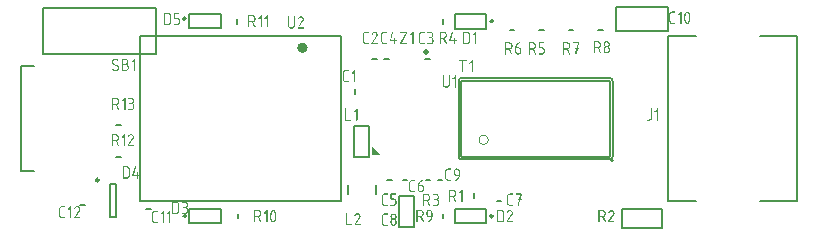
<source format=gto>
G04*
G04 #@! TF.GenerationSoftware,Altium Limited,Altium Designer,21.6.4 (81)*
G04*
G04 Layer_Color=65535*
%FSLAX44Y44*%
%MOMM*%
G71*
G04*
G04 #@! TF.SameCoordinates,036B5A74-53F7-47AD-A214-E4BF2A679DD1*
G04*
G04*
G04 #@! TF.FilePolarity,Positive*
G04*
G01*
G75*
%ADD10C,0.2000*%
%ADD11C,0.1270*%
%ADD12C,0.0000*%
%ADD13C,0.2500*%
%ADD14C,0.5000*%
%ADD15C,0.5000*%
G36*
X281800Y61900D02*
X289000Y61900D01*
X281800Y69100D01*
X281800Y61900D01*
D02*
G37*
G36*
X110406Y14499D02*
X110517Y14443D01*
X110610Y14388D01*
X110702Y14295D01*
X110758Y14166D01*
X110776Y13980D01*
Y4518D01*
Y4500D01*
Y4444D01*
X110758Y4352D01*
X110702Y4259D01*
X110646Y4167D01*
X110554Y4074D01*
X110424Y4018D01*
X110239Y4000D01*
X110165D01*
X110072Y4037D01*
X109980Y4074D01*
X109887Y4130D01*
X109795Y4222D01*
X109739Y4352D01*
X109721Y4518D01*
Y12721D01*
X108499Y11499D01*
X108480Y11481D01*
X108406Y11425D01*
X108276Y11370D01*
X108128Y11351D01*
X108054D01*
X107962Y11388D01*
X107869Y11425D01*
X107776Y11481D01*
X107684Y11573D01*
X107628Y11703D01*
X107610Y11869D01*
Y11888D01*
Y11907D01*
X107628Y11999D01*
X107665Y12129D01*
X107758Y12240D01*
X109813Y14295D01*
X109832Y14314D01*
X109850Y14332D01*
X109943Y14406D01*
X110072Y14480D01*
X110165Y14517D01*
X110332D01*
X110406Y14499D01*
D02*
G37*
G36*
X105147D02*
X105258Y14443D01*
X105351Y14388D01*
X105443Y14295D01*
X105499Y14166D01*
X105517Y13980D01*
Y4518D01*
Y4500D01*
Y4444D01*
X105499Y4352D01*
X105443Y4259D01*
X105388Y4167D01*
X105295Y4074D01*
X105166Y4018D01*
X104980Y4000D01*
X104906D01*
X104814Y4037D01*
X104721Y4074D01*
X104629Y4130D01*
X104536Y4222D01*
X104480Y4352D01*
X104462Y4518D01*
Y12721D01*
X103240Y11499D01*
X103221Y11481D01*
X103147Y11425D01*
X103018Y11370D01*
X102870Y11351D01*
X102795D01*
X102703Y11388D01*
X102610Y11425D01*
X102518Y11481D01*
X102425Y11573D01*
X102370Y11703D01*
X102351Y11869D01*
Y11888D01*
Y11907D01*
X102370Y11999D01*
X102407Y12129D01*
X102499Y12240D01*
X104555Y14295D01*
X104573Y14314D01*
X104592Y14332D01*
X104684Y14406D01*
X104814Y14480D01*
X104906Y14517D01*
X105073D01*
X105147Y14499D01*
D02*
G37*
G36*
X99888Y14517D02*
X100000Y14462D01*
X100092Y14406D01*
X100185Y14314D01*
X100240Y14184D01*
X100259Y13999D01*
Y13980D01*
Y13925D01*
X100240Y13832D01*
X100185Y13740D01*
X100129Y13647D01*
X100036Y13555D01*
X99907Y13499D01*
X99722Y13480D01*
X97518D01*
X97389Y13462D01*
X97240Y13425D01*
X97055Y13369D01*
X96870Y13277D01*
X96685Y13166D01*
X96500Y13018D01*
X96481Y12999D01*
X96426Y12944D01*
X96352Y12832D01*
X96278Y12703D01*
X96204Y12536D01*
X96130Y12351D01*
X96074Y12129D01*
X96055Y11888D01*
Y6629D01*
Y6592D01*
Y6518D01*
X96074Y6389D01*
X96111Y6241D01*
X96166Y6055D01*
X96241Y5870D01*
X96352Y5685D01*
X96500Y5500D01*
X96518Y5481D01*
X96592Y5426D01*
X96685Y5352D01*
X96815Y5278D01*
X96981Y5204D01*
X97166Y5130D01*
X97389Y5074D01*
X97629Y5055D01*
X99814D01*
X99888Y5037D01*
X100000Y4981D01*
X100092Y4926D01*
X100185Y4833D01*
X100240Y4704D01*
X100259Y4518D01*
Y4500D01*
Y4444D01*
X100240Y4352D01*
X100185Y4259D01*
X100129Y4167D01*
X100036Y4074D01*
X99907Y4018D01*
X99722Y4000D01*
X97518D01*
X97444Y4018D01*
X97240Y4037D01*
X96981Y4093D01*
X96685Y4185D01*
X96389Y4315D01*
X96055Y4500D01*
X95759Y4759D01*
X95722Y4796D01*
X95648Y4907D01*
X95519Y5055D01*
X95389Y5278D01*
X95241Y5555D01*
X95111Y5870D01*
X95037Y6241D01*
X95000Y6629D01*
Y11888D01*
Y11907D01*
Y11944D01*
Y11999D01*
X95019Y12073D01*
X95037Y12277D01*
X95093Y12536D01*
X95185Y12832D01*
X95315Y13147D01*
X95500Y13462D01*
X95759Y13758D01*
X95796Y13795D01*
X95907Y13888D01*
X96055Y13999D01*
X96278Y14147D01*
X96555Y14295D01*
X96870Y14406D01*
X97240Y14499D01*
X97629Y14536D01*
X99814D01*
X99888Y14517D01*
D02*
G37*
G36*
X523370Y101240D02*
X523481Y101185D01*
X523574Y101129D01*
X523666Y101037D01*
X523722Y100907D01*
X523740Y100722D01*
Y91260D01*
Y91241D01*
Y91186D01*
X523722Y91093D01*
X523666Y91000D01*
X523611Y90908D01*
X523518Y90815D01*
X523388Y90760D01*
X523203Y90741D01*
X523129D01*
X523037Y90778D01*
X522944Y90815D01*
X522851Y90871D01*
X522759Y90963D01*
X522703Y91093D01*
X522685Y91260D01*
Y99463D01*
X521463Y98240D01*
X521444Y98222D01*
X521370Y98167D01*
X521241Y98111D01*
X521092Y98092D01*
X521018D01*
X520926Y98129D01*
X520833Y98167D01*
X520741Y98222D01*
X520648Y98315D01*
X520592Y98444D01*
X520574Y98611D01*
Y98629D01*
Y98648D01*
X520592Y98741D01*
X520630Y98870D01*
X520722Y98981D01*
X522777Y101037D01*
X522796Y101055D01*
X522814Y101074D01*
X522907Y101148D01*
X523037Y101222D01*
X523129Y101259D01*
X523296D01*
X523370Y101240D01*
D02*
G37*
G36*
X518111D02*
X518222Y101185D01*
X518315Y101129D01*
X518408Y101037D01*
X518463Y100907D01*
X518481Y100722D01*
Y93371D01*
Y93352D01*
Y93315D01*
Y93260D01*
X518463Y93186D01*
X518445Y92982D01*
X518389Y92723D01*
X518296Y92426D01*
X518148Y92112D01*
X517963Y91797D01*
X517704Y91501D01*
X517667Y91463D01*
X517574Y91389D01*
X517408Y91260D01*
X517185Y91130D01*
X516908Y90982D01*
X516593Y90852D01*
X516222Y90778D01*
X515834Y90741D01*
X514704D01*
X514612Y90778D01*
X514519Y90815D01*
X514426Y90871D01*
X514334Y90963D01*
X514278Y91093D01*
X514260Y91260D01*
Y91278D01*
Y91352D01*
X514297Y91426D01*
X514334Y91538D01*
X514389Y91630D01*
X514482Y91723D01*
X514612Y91778D01*
X514778Y91797D01*
X515945D01*
X516074Y91815D01*
X516222Y91852D01*
X516408Y91908D01*
X516593Y91982D01*
X516778Y92093D01*
X516963Y92241D01*
X516982Y92260D01*
X517037Y92334D01*
X517111Y92426D01*
X517204Y92556D01*
X517278Y92723D01*
X517352Y92908D01*
X517408Y93130D01*
X517426Y93371D01*
Y100722D01*
Y100740D01*
Y100814D01*
X517463Y100888D01*
X517500Y100999D01*
X517556Y101092D01*
X517648Y101185D01*
X517778Y101240D01*
X517945Y101259D01*
X518037D01*
X518111Y101240D01*
D02*
G37*
G36*
X64093Y143250D02*
X64260Y143231D01*
X64464Y143212D01*
X64686Y143194D01*
X65130Y143120D01*
X65612Y143027D01*
X66056Y142879D01*
X66278Y142787D01*
X66463Y142676D01*
X66482D01*
X66519Y142638D01*
X66630Y142546D01*
X66723Y142398D01*
X66760Y142305D01*
X66778Y142212D01*
Y142194D01*
Y142176D01*
X66760Y142083D01*
X66704Y141953D01*
X66612Y141824D01*
X66593Y141805D01*
X66519Y141750D01*
X66408Y141694D01*
X66260Y141676D01*
X66204D01*
X66112Y141694D01*
X66019Y141731D01*
X66000D01*
X65964Y141750D01*
X65908Y141768D01*
X65815Y141805D01*
X65704Y141842D01*
X65575Y141879D01*
X65278Y141972D01*
X64908Y142064D01*
X64501Y142139D01*
X64075Y142194D01*
X63630Y142212D01*
X63519D01*
X63390Y142194D01*
X63242Y142157D01*
X63056Y142101D01*
X62871Y142009D01*
X62686Y141898D01*
X62501Y141750D01*
X62482Y141731D01*
X62427Y141676D01*
X62353Y141565D01*
X62279Y141435D01*
X62205Y141268D01*
X62131Y141083D01*
X62075Y140861D01*
X62056Y140620D01*
Y140602D01*
Y140583D01*
X62075Y140472D01*
X62094Y140287D01*
X62168Y140083D01*
X62260Y139861D01*
X62408Y139620D01*
X62631Y139398D01*
X62760Y139305D01*
X62908Y139213D01*
X65871Y137695D01*
X65889D01*
X65926Y137657D01*
X66000Y137620D01*
X66093Y137546D01*
X66334Y137380D01*
X66463Y137269D01*
X66593Y137121D01*
X66723Y136972D01*
X66852Y136806D01*
X66982Y136602D01*
X67093Y136398D01*
X67186Y136176D01*
X67260Y135917D01*
X67297Y135658D01*
X67315Y135361D01*
Y135343D01*
Y135306D01*
Y135250D01*
X67297Y135176D01*
X67278Y134973D01*
X67223Y134713D01*
X67130Y134417D01*
X66982Y134121D01*
X66797Y133787D01*
X66537Y133491D01*
X66501Y133454D01*
X66408Y133380D01*
X66241Y133251D01*
X66019Y133121D01*
X65741Y132973D01*
X65427Y132843D01*
X65056Y132769D01*
X64667Y132732D01*
X64482D01*
X64334Y132751D01*
X64167Y132769D01*
X63982Y132788D01*
X63760Y132825D01*
X63501Y132880D01*
X62964Y133010D01*
X62686Y133102D01*
X62390Y133214D01*
X62094Y133343D01*
X61797Y133510D01*
X61501Y133676D01*
X61223Y133880D01*
X61186Y133917D01*
X61112Y133991D01*
X61038Y134139D01*
X61020Y134213D01*
X61001Y134306D01*
Y134325D01*
Y134343D01*
X61020Y134436D01*
X61057Y134565D01*
X61149Y134676D01*
X61168Y134695D01*
X61260Y134750D01*
X61371Y134806D01*
X61519Y134824D01*
X61538D01*
X61612Y134806D01*
X61705Y134787D01*
X61816Y134732D01*
X61834Y134713D01*
X61908Y134676D01*
X62020Y134621D01*
X62168Y134547D01*
X62371Y134436D01*
X62631Y134306D01*
X62927Y134176D01*
X63279Y134010D01*
X63316D01*
X63390Y133973D01*
X63519Y133936D01*
X63686Y133899D01*
X63890Y133862D01*
X64130Y133825D01*
X64390Y133806D01*
X64667Y133787D01*
X64778D01*
X64908Y133806D01*
X65056Y133843D01*
X65241Y133899D01*
X65427Y133991D01*
X65612Y134102D01*
X65797Y134250D01*
X65815Y134269D01*
X65871Y134325D01*
X65945Y134436D01*
X66038Y134565D01*
X66112Y134732D01*
X66186Y134917D01*
X66241Y135121D01*
X66260Y135361D01*
Y135380D01*
Y135398D01*
X66241Y135528D01*
X66223Y135695D01*
X66149Y135898D01*
X66038Y136121D01*
X65889Y136361D01*
X65667Y136583D01*
X65519Y136676D01*
X65371Y136769D01*
X62427Y138287D01*
X62408Y138306D01*
X62371Y138324D01*
X62297Y138361D01*
X62205Y138435D01*
X61982Y138602D01*
X61853Y138731D01*
X61723Y138861D01*
X61575Y139009D01*
X61445Y139176D01*
X61334Y139380D01*
X61223Y139583D01*
X61131Y139805D01*
X61057Y140065D01*
X61020Y140324D01*
X61001Y140620D01*
Y140639D01*
Y140676D01*
Y140731D01*
X61020Y140805D01*
X61038Y141009D01*
X61094Y141268D01*
X61186Y141565D01*
X61316Y141879D01*
X61501Y142194D01*
X61760Y142490D01*
X61797Y142527D01*
X61908Y142620D01*
X62056Y142731D01*
X62279Y142879D01*
X62556Y143027D01*
X62871Y143138D01*
X63242Y143231D01*
X63630Y143268D01*
X63927D01*
X64093Y143250D01*
D02*
G37*
G36*
X80629Y143231D02*
X80740Y143175D01*
X80832Y143120D01*
X80925Y143027D01*
X80981Y142898D01*
X80999Y142712D01*
Y133251D01*
Y133232D01*
Y133176D01*
X80981Y133084D01*
X80925Y132991D01*
X80869Y132899D01*
X80777Y132806D01*
X80647Y132751D01*
X80462Y132732D01*
X80388D01*
X80295Y132769D01*
X80203Y132806D01*
X80110Y132862D01*
X80018Y132954D01*
X79962Y133084D01*
X79943Y133251D01*
Y141453D01*
X78721Y140231D01*
X78703Y140213D01*
X78629Y140157D01*
X78499Y140102D01*
X78351Y140083D01*
X78277D01*
X78184Y140120D01*
X78092Y140157D01*
X77999Y140213D01*
X77907Y140305D01*
X77851Y140435D01*
X77833Y140602D01*
Y140620D01*
Y140639D01*
X77851Y140731D01*
X77888Y140861D01*
X77981Y140972D01*
X80036Y143027D01*
X80055Y143046D01*
X80073Y143064D01*
X80166Y143138D01*
X80295Y143212D01*
X80388Y143250D01*
X80555D01*
X80629Y143231D01*
D02*
G37*
G36*
X72759Y143250D02*
X72963Y143231D01*
X73222Y143175D01*
X73518Y143083D01*
X73833Y142935D01*
X74148Y142750D01*
X74444Y142490D01*
X74481Y142453D01*
X74574Y142361D01*
X74685Y142194D01*
X74833Y141972D01*
X74981Y141694D01*
X75092Y141379D01*
X75185Y141027D01*
X75222Y140620D01*
Y140602D01*
Y140565D01*
Y140491D01*
X75203Y140416D01*
X75185Y140305D01*
X75166Y140176D01*
X75092Y139898D01*
X74981Y139565D01*
X74814Y139231D01*
X74703Y139046D01*
X74574Y138880D01*
X74407Y138713D01*
X74240Y138565D01*
X74259Y138546D01*
X74314Y138528D01*
X74388Y138472D01*
X74481Y138398D01*
X74592Y138306D01*
X74722Y138194D01*
X74851Y138046D01*
X75000Y137898D01*
X75148Y137713D01*
X75277Y137528D01*
X75407Y137306D01*
X75518Y137065D01*
X75611Y136787D01*
X75703Y136509D01*
X75740Y136213D01*
X75759Y135880D01*
Y135861D01*
Y135824D01*
Y135750D01*
X75740Y135658D01*
X75722Y135547D01*
X75703Y135417D01*
X75648Y135102D01*
X75537Y134750D01*
X75370Y134380D01*
X75259Y134195D01*
X75129Y134010D01*
X74981Y133825D01*
X74814Y133639D01*
X74796Y133621D01*
X74777Y133602D01*
X74722Y133565D01*
X74648Y133491D01*
X74463Y133362D01*
X74185Y133195D01*
X73870Y133028D01*
X73481Y132880D01*
X73055Y132769D01*
X72833Y132751D01*
X72592Y132732D01*
X69871D01*
X69778Y132769D01*
X69685Y132806D01*
X69593Y132862D01*
X69500Y132954D01*
X69445Y133084D01*
X69426Y133251D01*
Y142731D01*
Y142750D01*
Y142824D01*
X69463Y142898D01*
X69500Y143009D01*
X69556Y143101D01*
X69648Y143194D01*
X69778Y143250D01*
X69945Y143268D01*
X72685D01*
X72759Y143250D01*
D02*
G37*
G36*
X299925Y12222D02*
X300129Y12203D01*
X300370Y12148D01*
X300666Y12055D01*
X300981Y11907D01*
X301295Y11722D01*
X301592Y11463D01*
X301629Y11426D01*
X301721Y11333D01*
X301832Y11166D01*
X301980Y10944D01*
X302129Y10666D01*
X302240Y10352D01*
X302332Y10000D01*
X302369Y9611D01*
Y9592D01*
Y9555D01*
Y9481D01*
X302351Y9389D01*
X302332Y9278D01*
X302314Y9148D01*
X302240Y8852D01*
X302110Y8518D01*
X302036Y8352D01*
X301925Y8167D01*
X301795Y8000D01*
X301666Y7815D01*
X301499Y7648D01*
X301314Y7500D01*
X301351Y7481D01*
X301444Y7389D01*
X301573Y7278D01*
X301721Y7111D01*
X301888Y6908D01*
X302036Y6667D01*
X302184Y6389D01*
X302277Y6093D01*
Y6074D01*
X302295Y6000D01*
X302314Y5889D01*
X302332Y5723D01*
Y5482D01*
X302351Y5185D01*
X302369Y5000D01*
Y4797D01*
Y4593D01*
Y4352D01*
Y4334D01*
Y4297D01*
Y4241D01*
X302351Y4167D01*
X302332Y3963D01*
X302277Y3704D01*
X302184Y3408D01*
X302036Y3112D01*
X301851Y2778D01*
X301592Y2482D01*
X301555Y2445D01*
X301462Y2371D01*
X301295Y2241D01*
X301073Y2112D01*
X300795Y1964D01*
X300481Y1834D01*
X300129Y1760D01*
X299740Y1723D01*
X299629D01*
X299555Y1741D01*
X299351Y1760D01*
X299092Y1815D01*
X298796Y1908D01*
X298499Y2038D01*
X298166Y2223D01*
X297870Y2482D01*
X297833Y2519D01*
X297759Y2630D01*
X297629Y2778D01*
X297500Y3000D01*
X297351Y3278D01*
X297222Y3593D01*
X297148Y3963D01*
X297111Y4352D01*
Y5389D01*
Y5408D01*
Y5445D01*
Y5519D01*
X297129Y5611D01*
X297148Y5723D01*
X297166Y5852D01*
X297240Y6148D01*
X297370Y6482D01*
X297462Y6667D01*
X297555Y6834D01*
X297685Y7019D01*
X297814Y7185D01*
X297981Y7352D01*
X298166Y7500D01*
X298148Y7519D01*
X298129Y7537D01*
X298074Y7574D01*
X297999Y7648D01*
X297833Y7815D01*
X297648Y8056D01*
X297444Y8370D01*
X297277Y8722D01*
X297203Y8926D01*
X297148Y9148D01*
X297129Y9370D01*
X297111Y9611D01*
Y9629D01*
Y9667D01*
Y9722D01*
X297129Y9796D01*
X297148Y10000D01*
X297203Y10240D01*
X297296Y10537D01*
X297425Y10852D01*
X297611Y11166D01*
X297870Y11463D01*
X297907Y11500D01*
X298018Y11592D01*
X298166Y11703D01*
X298388Y11852D01*
X298666Y12000D01*
X298981Y12111D01*
X299351Y12203D01*
X299740Y12240D01*
X299851D01*
X299925Y12222D01*
D02*
G37*
G36*
X294629Y12240D02*
X294741Y12185D01*
X294833Y12129D01*
X294926Y12037D01*
X294981Y11907D01*
X295000Y11722D01*
Y11703D01*
Y11648D01*
X294981Y11555D01*
X294926Y11463D01*
X294870Y11370D01*
X294778Y11277D01*
X294648Y11222D01*
X294463Y11203D01*
X292259D01*
X292130Y11185D01*
X291982Y11148D01*
X291796Y11092D01*
X291611Y11000D01*
X291426Y10889D01*
X291241Y10740D01*
X291222Y10722D01*
X291167Y10666D01*
X291093Y10555D01*
X291019Y10426D01*
X290945Y10259D01*
X290870Y10074D01*
X290815Y9852D01*
X290797Y9611D01*
Y4352D01*
Y4315D01*
Y4241D01*
X290815Y4112D01*
X290852Y3963D01*
X290908Y3778D01*
X290982Y3593D01*
X291093Y3408D01*
X291241Y3223D01*
X291259Y3204D01*
X291334Y3149D01*
X291426Y3075D01*
X291556Y3000D01*
X291722Y2927D01*
X291908Y2852D01*
X292130Y2797D01*
X292370Y2778D01*
X294555D01*
X294629Y2760D01*
X294741Y2704D01*
X294833Y2649D01*
X294926Y2556D01*
X294981Y2427D01*
X295000Y2241D01*
Y2223D01*
Y2167D01*
X294981Y2075D01*
X294926Y1982D01*
X294870Y1890D01*
X294778Y1797D01*
X294648Y1741D01*
X294463Y1723D01*
X292259D01*
X292185Y1741D01*
X291982Y1760D01*
X291722Y1815D01*
X291426Y1908D01*
X291130Y2038D01*
X290797Y2223D01*
X290500Y2482D01*
X290463Y2519D01*
X290389Y2630D01*
X290259Y2778D01*
X290130Y3000D01*
X289982Y3278D01*
X289852Y3593D01*
X289778Y3963D01*
X289741Y4352D01*
Y9611D01*
Y9629D01*
Y9667D01*
Y9722D01*
X289760Y9796D01*
X289778Y10000D01*
X289834Y10259D01*
X289926Y10555D01*
X290056Y10870D01*
X290241Y11185D01*
X290500Y11481D01*
X290537Y11518D01*
X290648Y11611D01*
X290797Y11722D01*
X291019Y11870D01*
X291296Y12018D01*
X291611Y12129D01*
X291982Y12222D01*
X292370Y12259D01*
X294555D01*
X294629Y12240D01*
D02*
G37*
G36*
X398325Y15184D02*
X398529Y15165D01*
X398788Y15110D01*
X399085Y15017D01*
X399399Y14869D01*
X399714Y14684D01*
X400010Y14425D01*
X400047Y14388D01*
X400140Y14295D01*
X400251Y14129D01*
X400399Y13906D01*
X400547Y13629D01*
X400658Y13314D01*
X400751Y12944D01*
X400788Y12555D01*
Y12518D01*
Y12425D01*
X400770Y12277D01*
X400732Y12092D01*
X400677Y11851D01*
X400584Y11610D01*
X400473Y11332D01*
X400307Y11036D01*
X396992Y5722D01*
X400344D01*
X400418Y5703D01*
X400529Y5648D01*
X400621Y5592D01*
X400714Y5500D01*
X400770Y5370D01*
X400788Y5185D01*
Y5167D01*
Y5111D01*
X400770Y5018D01*
X400714Y4926D01*
X400658Y4833D01*
X400566Y4741D01*
X400436Y4685D01*
X400251Y4667D01*
X395974D01*
X395881Y4704D01*
X395789Y4741D01*
X395677Y4796D01*
X395603Y4889D01*
X395529Y5018D01*
X395511Y5185D01*
Y5222D01*
X395529Y5278D01*
X395548Y5389D01*
X395603Y5481D01*
X399473Y11684D01*
X399492Y11703D01*
X399510Y11758D01*
X399548Y11851D01*
X399603Y11962D01*
X399659Y12092D01*
X399696Y12240D01*
X399714Y12388D01*
X399733Y12555D01*
Y12592D01*
Y12666D01*
X399714Y12795D01*
X399677Y12944D01*
X399622Y13129D01*
X399529Y13314D01*
X399418Y13499D01*
X399270Y13684D01*
X399251Y13703D01*
X399196Y13758D01*
X399085Y13832D01*
X398955Y13925D01*
X398788Y13999D01*
X398603Y14073D01*
X398381Y14129D01*
X398140Y14147D01*
X398103D01*
X397992Y14129D01*
X397825Y14073D01*
X397603Y13980D01*
X397474Y13906D01*
X397344Y13814D01*
X397214Y13721D01*
X397066Y13592D01*
X396918Y13425D01*
X396788Y13258D01*
X396640Y13055D01*
X396492Y12814D01*
Y12795D01*
X396474Y12777D01*
X396381Y12684D01*
X396251Y12592D01*
X396159Y12573D01*
X396048Y12555D01*
X395974D01*
X395881Y12592D01*
X395789Y12629D01*
X395677Y12684D01*
X395603Y12777D01*
X395529Y12906D01*
X395511Y13092D01*
Y13110D01*
Y13166D01*
X395529Y13221D01*
X395566Y13295D01*
X395585Y13314D01*
X395603Y13369D01*
X395659Y13480D01*
X395752Y13592D01*
X395844Y13740D01*
X395955Y13906D01*
X396103Y14073D01*
X396251Y14258D01*
X396437Y14425D01*
X396622Y14591D01*
X396844Y14758D01*
X397066Y14906D01*
X397307Y15036D01*
X397566Y15128D01*
X397844Y15184D01*
X398140Y15202D01*
X398251D01*
X398325Y15184D01*
D02*
G37*
G36*
X390956D02*
X391159Y15165D01*
X391419Y15110D01*
X391715Y15017D01*
X392030Y14869D01*
X392345Y14684D01*
X392641Y14425D01*
X392678Y14388D01*
X392770Y14295D01*
X392882Y14129D01*
X393030Y13906D01*
X393178Y13629D01*
X393289Y13314D01*
X393381Y12962D01*
X393419Y12555D01*
Y7296D01*
Y7277D01*
Y7240D01*
Y7185D01*
X393400Y7111D01*
X393381Y6907D01*
X393326Y6648D01*
X393233Y6352D01*
X393085Y6055D01*
X392900Y5722D01*
X392641Y5426D01*
X392604Y5389D01*
X392511Y5315D01*
X392345Y5185D01*
X392122Y5055D01*
X391845Y4907D01*
X391530Y4778D01*
X391159Y4704D01*
X390771Y4667D01*
X387549D01*
X387456Y4704D01*
X387364Y4741D01*
X387271Y4796D01*
X387178Y4889D01*
X387123Y5018D01*
X387104Y5185D01*
Y14665D01*
Y14684D01*
Y14758D01*
X387141Y14832D01*
X387178Y14943D01*
X387234Y15036D01*
X387327Y15128D01*
X387456Y15184D01*
X387623Y15202D01*
X390882D01*
X390956Y15184D01*
D02*
G37*
G36*
X369416Y166231D02*
X369527Y166175D01*
X369620Y166120D01*
X369712Y166027D01*
X369768Y165898D01*
X369786Y165713D01*
Y156250D01*
Y156232D01*
Y156176D01*
X369768Y156084D01*
X369712Y155991D01*
X369657Y155899D01*
X369564Y155806D01*
X369435Y155751D01*
X369249Y155732D01*
X369175D01*
X369083Y155769D01*
X368990Y155806D01*
X368898Y155862D01*
X368805Y155954D01*
X368750Y156084D01*
X368731Y156250D01*
Y164453D01*
X367509Y163231D01*
X367490Y163213D01*
X367416Y163157D01*
X367287Y163102D01*
X367139Y163083D01*
X367065D01*
X366972Y163120D01*
X366879Y163157D01*
X366787Y163213D01*
X366694Y163305D01*
X366639Y163435D01*
X366620Y163602D01*
Y163620D01*
Y163639D01*
X366639Y163731D01*
X366676Y163861D01*
X366768Y163972D01*
X368824Y166027D01*
X368842Y166046D01*
X368861Y166064D01*
X368953Y166138D01*
X369083Y166212D01*
X369175Y166250D01*
X369342D01*
X369416Y166231D01*
D02*
G37*
G36*
X362065Y166250D02*
X362269Y166231D01*
X362528Y166175D01*
X362824Y166083D01*
X363139Y165935D01*
X363454Y165749D01*
X363750Y165490D01*
X363787Y165453D01*
X363880Y165361D01*
X363991Y165194D01*
X364139Y164972D01*
X364287Y164694D01*
X364398Y164379D01*
X364491Y164028D01*
X364528Y163620D01*
Y158361D01*
Y158343D01*
Y158306D01*
Y158250D01*
X364509Y158176D01*
X364491Y157973D01*
X364435Y157713D01*
X364343Y157417D01*
X364194Y157121D01*
X364009Y156788D01*
X363750Y156491D01*
X363713Y156454D01*
X363620Y156380D01*
X363454Y156250D01*
X363232Y156121D01*
X362954Y155973D01*
X362639Y155843D01*
X362269Y155769D01*
X361880Y155732D01*
X358658D01*
X358565Y155769D01*
X358473Y155806D01*
X358380Y155862D01*
X358288Y155954D01*
X358232Y156084D01*
X358214Y156250D01*
Y165731D01*
Y165749D01*
Y165824D01*
X358251Y165898D01*
X358288Y166009D01*
X358343Y166101D01*
X358436Y166194D01*
X358565Y166250D01*
X358732Y166268D01*
X361991D01*
X362065Y166250D01*
D02*
G37*
G36*
X216102Y179231D02*
X216213Y179175D01*
X216306Y179120D01*
X216398Y179027D01*
X216454Y178898D01*
X216472Y178713D01*
Y171880D01*
Y171861D01*
Y171824D01*
Y171750D01*
X216454Y171658D01*
Y171547D01*
X216417Y171417D01*
X216361Y171102D01*
X216250Y170750D01*
X216083Y170380D01*
X215972Y170195D01*
X215861Y170010D01*
X215713Y169825D01*
X215546Y169639D01*
X215528Y169621D01*
X215509Y169602D01*
X215454Y169565D01*
X215380Y169491D01*
X215287Y169436D01*
X215176Y169362D01*
X214917Y169195D01*
X214602Y169028D01*
X214213Y168880D01*
X213787Y168769D01*
X213547Y168751D01*
X213306Y168732D01*
X213176D01*
X213084Y168751D01*
X212973Y168769D01*
X212843Y168788D01*
X212528Y168843D01*
X212176Y168954D01*
X211806Y169121D01*
X211621Y169214D01*
X211436Y169343D01*
X211251Y169473D01*
X211065Y169639D01*
X211047Y169658D01*
X211028Y169676D01*
X210991Y169732D01*
X210917Y169806D01*
X210862Y169899D01*
X210788Y170010D01*
X210621Y170269D01*
X210454Y170602D01*
X210306Y170973D01*
X210195Y171398D01*
X210177Y171639D01*
X210158Y171880D01*
Y178713D01*
Y178731D01*
Y178805D01*
X210195Y178879D01*
X210232Y178990D01*
X210288Y179083D01*
X210380Y179175D01*
X210510Y179231D01*
X210677Y179249D01*
X210769D01*
X210843Y179231D01*
X210954Y179175D01*
X211047Y179120D01*
X211140Y179027D01*
X211195Y178898D01*
X211214Y178713D01*
Y171880D01*
Y171861D01*
Y171843D01*
X211232Y171732D01*
X211251Y171565D01*
X211288Y171361D01*
X211362Y171121D01*
X211473Y170880D01*
X211602Y170621D01*
X211806Y170380D01*
X211843Y170361D01*
X211917Y170287D01*
X212047Y170195D01*
X212232Y170084D01*
X212436Y169973D01*
X212695Y169880D01*
X212991Y169806D01*
X213306Y169788D01*
X213343D01*
X213454Y169806D01*
X213621Y169825D01*
X213824Y169862D01*
X214065Y169936D01*
X214306Y170047D01*
X214565Y170176D01*
X214806Y170380D01*
X214824Y170417D01*
X214898Y170491D01*
X214991Y170621D01*
X215121Y170806D01*
X215232Y171010D01*
X215324Y171269D01*
X215398Y171565D01*
X215417Y171880D01*
Y178713D01*
Y178731D01*
Y178805D01*
X215454Y178879D01*
X215491Y178990D01*
X215546Y179083D01*
X215639Y179175D01*
X215769Y179231D01*
X215935Y179249D01*
X216028D01*
X216102Y179231D01*
D02*
G37*
G36*
X221379Y179249D02*
X221583Y179231D01*
X221842Y179175D01*
X222138Y179083D01*
X222453Y178935D01*
X222768Y178750D01*
X223064Y178490D01*
X223101Y178453D01*
X223194Y178361D01*
X223305Y178194D01*
X223453Y177972D01*
X223601Y177694D01*
X223712Y177379D01*
X223805Y177009D01*
X223842Y176620D01*
Y176583D01*
Y176490D01*
X223823Y176342D01*
X223786Y176157D01*
X223731Y175917D01*
X223638Y175676D01*
X223527Y175398D01*
X223361Y175102D01*
X220046Y169788D01*
X223398D01*
X223472Y169769D01*
X223583Y169713D01*
X223675Y169658D01*
X223768Y169565D01*
X223823Y169436D01*
X223842Y169251D01*
Y169232D01*
Y169176D01*
X223823Y169084D01*
X223768Y168991D01*
X223712Y168899D01*
X223620Y168806D01*
X223490Y168751D01*
X223305Y168732D01*
X219028D01*
X218935Y168769D01*
X218842Y168806D01*
X218731Y168862D01*
X218657Y168954D01*
X218583Y169084D01*
X218565Y169251D01*
Y169287D01*
X218583Y169343D01*
X218602Y169454D01*
X218657Y169547D01*
X222527Y175750D01*
X222546Y175768D01*
X222564Y175824D01*
X222601Y175917D01*
X222657Y176028D01*
X222712Y176157D01*
X222749Y176305D01*
X222768Y176453D01*
X222786Y176620D01*
Y176657D01*
Y176731D01*
X222768Y176861D01*
X222731Y177009D01*
X222675Y177194D01*
X222583Y177379D01*
X222472Y177565D01*
X222323Y177750D01*
X222305Y177768D01*
X222250Y177824D01*
X222138Y177898D01*
X222009Y177990D01*
X221842Y178064D01*
X221657Y178139D01*
X221435Y178194D01*
X221194Y178213D01*
X221157D01*
X221046Y178194D01*
X220879Y178139D01*
X220657Y178046D01*
X220527Y177972D01*
X220398Y177879D01*
X220268Y177787D01*
X220120Y177657D01*
X219972Y177490D01*
X219842Y177324D01*
X219694Y177120D01*
X219546Y176879D01*
Y176861D01*
X219527Y176842D01*
X219435Y176750D01*
X219305Y176657D01*
X219213Y176639D01*
X219102Y176620D01*
X219028D01*
X218935Y176657D01*
X218842Y176694D01*
X218731Y176750D01*
X218657Y176842D01*
X218583Y176972D01*
X218565Y177157D01*
Y177176D01*
Y177231D01*
X218583Y177287D01*
X218620Y177361D01*
X218639Y177379D01*
X218657Y177435D01*
X218713Y177546D01*
X218805Y177657D01*
X218898Y177805D01*
X219009Y177972D01*
X219157Y178139D01*
X219305Y178324D01*
X219491Y178490D01*
X219676Y178657D01*
X219898Y178824D01*
X220120Y178972D01*
X220361Y179101D01*
X220620Y179194D01*
X220898Y179249D01*
X221194Y179268D01*
X221305D01*
X221379Y179249D01*
D02*
G37*
G36*
X484379Y15250D02*
X484583Y15231D01*
X484842Y15175D01*
X485138Y15083D01*
X485453Y14935D01*
X485768Y14749D01*
X486064Y14490D01*
X486101Y14453D01*
X486194Y14361D01*
X486305Y14194D01*
X486453Y13972D01*
X486601Y13694D01*
X486712Y13379D01*
X486805Y13009D01*
X486842Y12620D01*
Y12583D01*
Y12491D01*
X486823Y12342D01*
X486786Y12157D01*
X486731Y11917D01*
X486638Y11676D01*
X486527Y11398D01*
X486361Y11102D01*
X483046Y5788D01*
X486398D01*
X486472Y5769D01*
X486583Y5713D01*
X486675Y5658D01*
X486768Y5565D01*
X486823Y5436D01*
X486842Y5250D01*
Y5232D01*
Y5176D01*
X486823Y5084D01*
X486768Y4991D01*
X486712Y4899D01*
X486620Y4806D01*
X486490Y4751D01*
X486305Y4732D01*
X482028D01*
X481935Y4769D01*
X481842Y4806D01*
X481731Y4862D01*
X481657Y4954D01*
X481583Y5084D01*
X481565Y5250D01*
Y5288D01*
X481583Y5343D01*
X481602Y5454D01*
X481657Y5547D01*
X485527Y11750D01*
X485546Y11768D01*
X485564Y11824D01*
X485601Y11917D01*
X485657Y12028D01*
X485712Y12157D01*
X485749Y12305D01*
X485768Y12454D01*
X485787Y12620D01*
Y12657D01*
Y12731D01*
X485768Y12861D01*
X485731Y13009D01*
X485675Y13194D01*
X485583Y13379D01*
X485472Y13564D01*
X485323Y13750D01*
X485305Y13768D01*
X485249Y13824D01*
X485138Y13898D01*
X485009Y13990D01*
X484842Y14064D01*
X484657Y14138D01*
X484435Y14194D01*
X484194Y14212D01*
X484157D01*
X484046Y14194D01*
X483879Y14138D01*
X483657Y14046D01*
X483527Y13972D01*
X483398Y13879D01*
X483268Y13787D01*
X483120Y13657D01*
X482972Y13490D01*
X482842Y13324D01*
X482694Y13120D01*
X482546Y12879D01*
Y12861D01*
X482528Y12842D01*
X482435Y12750D01*
X482305Y12657D01*
X482213Y12639D01*
X482102Y12620D01*
X482028D01*
X481935Y12657D01*
X481842Y12694D01*
X481731Y12750D01*
X481657Y12842D01*
X481583Y12972D01*
X481565Y13157D01*
Y13176D01*
Y13231D01*
X481583Y13287D01*
X481620Y13361D01*
X481639Y13379D01*
X481657Y13435D01*
X481713Y13546D01*
X481805Y13657D01*
X481898Y13805D01*
X482009Y13972D01*
X482157Y14138D01*
X482305Y14324D01*
X482491Y14490D01*
X482676Y14657D01*
X482898Y14824D01*
X483120Y14972D01*
X483361Y15101D01*
X483620Y15194D01*
X483898Y15250D01*
X484194Y15268D01*
X484305D01*
X484379Y15250D01*
D02*
G37*
G36*
X476528D02*
X476639D01*
X476769Y15212D01*
X477084Y15157D01*
X477435Y15046D01*
X477806Y14879D01*
X477991Y14768D01*
X478176Y14657D01*
X478361Y14509D01*
X478546Y14342D01*
X478565Y14324D01*
X478583Y14305D01*
X478639Y14250D01*
X478695Y14175D01*
X478769Y14083D01*
X478843Y13972D01*
X479009Y13713D01*
X479176Y13398D01*
X479324Y13009D01*
X479435Y12583D01*
X479454Y12342D01*
X479472Y12102D01*
Y12083D01*
Y12009D01*
X479454Y11898D01*
X479435Y11750D01*
X479417Y11565D01*
X479380Y11379D01*
X479306Y11157D01*
X479232Y10917D01*
X479139Y10676D01*
X479009Y10417D01*
X478861Y10176D01*
X478676Y9935D01*
X478454Y9713D01*
X478195Y9509D01*
X477898Y9324D01*
X477565Y9158D01*
X479417Y5491D01*
X479435Y5473D01*
X479454Y5417D01*
X479472Y5343D01*
Y5250D01*
Y5214D01*
X479454Y5121D01*
X479398Y5010D01*
X479306Y4880D01*
X479269Y4862D01*
X479194Y4806D01*
X479083Y4751D01*
X478935Y4732D01*
X478880D01*
X478824Y4751D01*
X478750Y4769D01*
X478676Y4806D01*
X478602Y4843D01*
X478528Y4917D01*
X478472Y5010D01*
X476510Y8935D01*
X474214D01*
Y5250D01*
Y5232D01*
Y5176D01*
X474195Y5084D01*
X474140Y4991D01*
X474084Y4899D01*
X473991Y4806D01*
X473862Y4751D01*
X473677Y4732D01*
X473602D01*
X473510Y4769D01*
X473417Y4806D01*
X473325Y4862D01*
X473232Y4954D01*
X473177Y5084D01*
X473158Y5250D01*
Y14731D01*
Y14749D01*
Y14824D01*
X473195Y14898D01*
X473232Y15009D01*
X473288Y15101D01*
X473380Y15194D01*
X473510Y15250D01*
X473677Y15268D01*
X476436D01*
X476528Y15250D01*
D02*
G37*
G36*
X406416Y157231D02*
X406527Y157175D01*
X406620Y157120D01*
X406712Y157027D01*
X406768Y156898D01*
X406786Y156713D01*
Y156694D01*
Y156657D01*
X406768Y156583D01*
X406749Y156509D01*
X406712Y156435D01*
X406675Y156361D01*
X406601Y156305D01*
X406509Y156268D01*
X406490D01*
X406453Y156250D01*
X406398Y156231D01*
X406305Y156213D01*
X406212Y156157D01*
X406101Y156120D01*
X405824Y155990D01*
X405490Y155787D01*
X405157Y155546D01*
X404805Y155250D01*
X404638Y155064D01*
X404472Y154861D01*
Y154842D01*
X404435Y154824D01*
X404361Y154713D01*
X404250Y154528D01*
X404120Y154305D01*
X403972Y154028D01*
X403842Y153731D01*
X403750Y153398D01*
X403676Y153046D01*
X405324D01*
X405398Y153028D01*
X405601Y153009D01*
X405861Y152954D01*
X406157Y152861D01*
X406472Y152713D01*
X406786Y152528D01*
X407083Y152268D01*
X407120Y152232D01*
X407194Y152139D01*
X407323Y151972D01*
X407472Y151750D01*
X407601Y151472D01*
X407731Y151158D01*
X407805Y150806D01*
X407842Y150398D01*
Y149361D01*
Y149343D01*
Y149306D01*
Y149250D01*
X407823Y149176D01*
X407805Y148973D01*
X407749Y148713D01*
X407657Y148417D01*
X407509Y148102D01*
X407323Y147788D01*
X407064Y147491D01*
X407027Y147454D01*
X406935Y147380D01*
X406768Y147250D01*
X406546Y147121D01*
X406268Y146973D01*
X405953Y146843D01*
X405601Y146769D01*
X405213Y146732D01*
X405102D01*
X405027Y146751D01*
X404824Y146769D01*
X404565Y146825D01*
X404268Y146917D01*
X403953Y147047D01*
X403639Y147232D01*
X403342Y147491D01*
X403305Y147528D01*
X403231Y147621D01*
X403102Y147788D01*
X402972Y148010D01*
X402824Y148269D01*
X402694Y148602D01*
X402620Y148954D01*
X402583Y149343D01*
Y152509D01*
Y152528D01*
Y152583D01*
Y152676D01*
X402602Y152806D01*
X402620Y152972D01*
X402639Y153139D01*
X402676Y153343D01*
X402731Y153565D01*
X402879Y154046D01*
X402972Y154305D01*
X403083Y154583D01*
X403213Y154842D01*
X403379Y155120D01*
X403565Y155379D01*
X403768Y155639D01*
X403787Y155657D01*
X403805Y155676D01*
X403861Y155731D01*
X403935Y155805D01*
X404120Y155990D01*
X404361Y156213D01*
X404657Y156453D01*
X404990Y156694D01*
X405361Y156935D01*
X405768Y157120D01*
X405787D01*
X405824Y157138D01*
X405879Y157157D01*
X405953Y157194D01*
X406101Y157231D01*
X406250Y157249D01*
X406342D01*
X406416Y157231D01*
D02*
G37*
G36*
X397528Y157249D02*
X397639D01*
X397769Y157212D01*
X398084Y157157D01*
X398436Y157046D01*
X398806Y156879D01*
X398991Y156768D01*
X399176Y156657D01*
X399361Y156509D01*
X399547Y156342D01*
X399565Y156324D01*
X399584Y156305D01*
X399639Y156250D01*
X399695Y156175D01*
X399769Y156083D01*
X399843Y155972D01*
X400009Y155713D01*
X400176Y155398D01*
X400324Y155009D01*
X400435Y154583D01*
X400454Y154342D01*
X400472Y154102D01*
Y154083D01*
Y154009D01*
X400454Y153898D01*
X400435Y153750D01*
X400417Y153565D01*
X400380Y153379D01*
X400306Y153157D01*
X400232Y152917D01*
X400139Y152676D01*
X400009Y152417D01*
X399861Y152176D01*
X399676Y151935D01*
X399454Y151713D01*
X399195Y151509D01*
X398898Y151324D01*
X398565Y151158D01*
X400417Y147491D01*
X400435Y147473D01*
X400454Y147417D01*
X400472Y147343D01*
Y147250D01*
Y147213D01*
X400454Y147121D01*
X400398Y147010D01*
X400306Y146880D01*
X400269Y146862D01*
X400195Y146806D01*
X400084Y146751D01*
X399935Y146732D01*
X399880D01*
X399824Y146751D01*
X399750Y146769D01*
X399676Y146806D01*
X399602Y146843D01*
X399528Y146917D01*
X399472Y147010D01*
X397510Y150935D01*
X395214D01*
Y147250D01*
Y147232D01*
Y147176D01*
X395195Y147084D01*
X395140Y146991D01*
X395084Y146899D01*
X394991Y146806D01*
X394862Y146751D01*
X394677Y146732D01*
X394603D01*
X394510Y146769D01*
X394417Y146806D01*
X394325Y146862D01*
X394232Y146954D01*
X394177Y147084D01*
X394158Y147250D01*
Y156731D01*
Y156749D01*
Y156824D01*
X394195Y156898D01*
X394232Y157009D01*
X394288Y157101D01*
X394380Y157194D01*
X394510Y157249D01*
X394677Y157268D01*
X397436D01*
X397528Y157249D01*
D02*
G37*
G36*
X480398Y158231D02*
X480601Y158212D01*
X480842Y158157D01*
X481138Y158064D01*
X481453Y157916D01*
X481768Y157731D01*
X482064Y157472D01*
X482101Y157435D01*
X482194Y157342D01*
X482305Y157176D01*
X482453Y156953D01*
X482601Y156676D01*
X482712Y156361D01*
X482805Y156009D01*
X482842Y155620D01*
Y155602D01*
Y155565D01*
Y155491D01*
X482823Y155398D01*
X482805Y155287D01*
X482786Y155157D01*
X482712Y154861D01*
X482583Y154528D01*
X482509Y154361D01*
X482397Y154176D01*
X482268Y154009D01*
X482138Y153824D01*
X481972Y153657D01*
X481786Y153509D01*
X481824Y153491D01*
X481916Y153398D01*
X482046Y153287D01*
X482194Y153120D01*
X482360Y152917D01*
X482509Y152676D01*
X482657Y152398D01*
X482749Y152102D01*
Y152083D01*
X482768Y152009D01*
X482786Y151898D01*
X482805Y151732D01*
Y151491D01*
X482823Y151195D01*
X482842Y151010D01*
Y150806D01*
Y150602D01*
Y150361D01*
Y150343D01*
Y150306D01*
Y150250D01*
X482823Y150176D01*
X482805Y149972D01*
X482749Y149713D01*
X482657Y149417D01*
X482509Y149121D01*
X482323Y148787D01*
X482064Y148491D01*
X482027Y148454D01*
X481935Y148380D01*
X481768Y148251D01*
X481546Y148121D01*
X481268Y147973D01*
X480953Y147843D01*
X480601Y147769D01*
X480213Y147732D01*
X480101D01*
X480027Y147751D01*
X479824Y147769D01*
X479564Y147825D01*
X479268Y147917D01*
X478972Y148047D01*
X478639Y148232D01*
X478342Y148491D01*
X478305Y148528D01*
X478231Y148639D01*
X478102Y148787D01*
X477972Y149010D01*
X477824Y149287D01*
X477694Y149602D01*
X477620Y149972D01*
X477583Y150361D01*
Y151398D01*
Y151417D01*
Y151454D01*
Y151528D01*
X477602Y151621D01*
X477620Y151732D01*
X477639Y151861D01*
X477713Y152157D01*
X477842Y152491D01*
X477935Y152676D01*
X478028Y152843D01*
X478157Y153028D01*
X478287Y153194D01*
X478453Y153361D01*
X478639Y153509D01*
X478620Y153528D01*
X478602Y153546D01*
X478546Y153583D01*
X478472Y153657D01*
X478305Y153824D01*
X478120Y154065D01*
X477916Y154380D01*
X477750Y154731D01*
X477676Y154935D01*
X477620Y155157D01*
X477602Y155379D01*
X477583Y155620D01*
Y155639D01*
Y155676D01*
Y155731D01*
X477602Y155805D01*
X477620Y156009D01*
X477676Y156250D01*
X477768Y156546D01*
X477898Y156861D01*
X478083Y157176D01*
X478342Y157472D01*
X478379Y157509D01*
X478490Y157601D01*
X478639Y157712D01*
X478861Y157861D01*
X479139Y158009D01*
X479453Y158120D01*
X479824Y158212D01*
X480213Y158250D01*
X480324D01*
X480398Y158231D01*
D02*
G37*
G36*
X472528Y158250D02*
X472639D01*
X472769Y158212D01*
X473084Y158157D01*
X473436Y158046D01*
X473806Y157879D01*
X473991Y157768D01*
X474176Y157657D01*
X474361Y157509D01*
X474546Y157342D01*
X474565Y157324D01*
X474584Y157305D01*
X474639Y157250D01*
X474695Y157176D01*
X474769Y157083D01*
X474843Y156972D01*
X475009Y156713D01*
X475176Y156398D01*
X475324Y156009D01*
X475435Y155583D01*
X475454Y155342D01*
X475472Y155102D01*
Y155083D01*
Y155009D01*
X475454Y154898D01*
X475435Y154750D01*
X475417Y154565D01*
X475380Y154380D01*
X475306Y154157D01*
X475232Y153917D01*
X475139Y153676D01*
X475009Y153417D01*
X474861Y153176D01*
X474676Y152935D01*
X474454Y152713D01*
X474195Y152509D01*
X473898Y152324D01*
X473565Y152157D01*
X475417Y148491D01*
X475435Y148473D01*
X475454Y148417D01*
X475472Y148343D01*
Y148251D01*
Y148214D01*
X475454Y148121D01*
X475398Y148010D01*
X475306Y147880D01*
X475269Y147862D01*
X475195Y147806D01*
X475083Y147751D01*
X474935Y147732D01*
X474880D01*
X474824Y147751D01*
X474750Y147769D01*
X474676Y147806D01*
X474602Y147843D01*
X474528Y147917D01*
X474472Y148010D01*
X472510Y151935D01*
X470214D01*
Y148251D01*
Y148232D01*
Y148176D01*
X470195Y148084D01*
X470140Y147991D01*
X470084Y147899D01*
X469991Y147806D01*
X469862Y147751D01*
X469677Y147732D01*
X469603D01*
X469510Y147769D01*
X469417Y147806D01*
X469325Y147862D01*
X469232Y147954D01*
X469177Y148084D01*
X469158Y148251D01*
Y157731D01*
Y157750D01*
Y157824D01*
X469195Y157898D01*
X469232Y158009D01*
X469288Y158101D01*
X469380Y158194D01*
X469510Y158250D01*
X469677Y158268D01*
X472436D01*
X472528Y158250D01*
D02*
G37*
G36*
X426953Y157249D02*
X427046Y157194D01*
X427138Y157138D01*
X427231Y157046D01*
X427286Y156916D01*
X427305Y156731D01*
Y156713D01*
Y156657D01*
X427286Y156564D01*
X427249Y156472D01*
X427175Y156379D01*
X427083Y156287D01*
X426953Y156231D01*
X426786Y156213D01*
X423639D01*
Y153046D01*
X425324D01*
X425398Y153028D01*
X425601Y153009D01*
X425861Y152954D01*
X426138Y152861D01*
X426453Y152713D01*
X426768Y152528D01*
X427064Y152268D01*
X427101Y152232D01*
X427194Y152139D01*
X427305Y151972D01*
X427453Y151750D01*
X427601Y151472D01*
X427712Y151158D01*
X427805Y150787D01*
X427842Y150398D01*
Y149361D01*
Y149343D01*
Y149306D01*
Y149250D01*
X427823Y149176D01*
X427805Y148973D01*
X427749Y148713D01*
X427657Y148417D01*
X427509Y148121D01*
X427323Y147788D01*
X427064Y147491D01*
X427027Y147454D01*
X426935Y147380D01*
X426768Y147250D01*
X426546Y147121D01*
X426268Y146973D01*
X425953Y146843D01*
X425601Y146769D01*
X425213Y146732D01*
X423028D01*
X422935Y146769D01*
X422842Y146806D01*
X422750Y146862D01*
X422657Y146954D01*
X422602Y147084D01*
X422583Y147250D01*
Y147269D01*
Y147343D01*
X422620Y147417D01*
X422657Y147528D01*
X422713Y147621D01*
X422805Y147713D01*
X422935Y147769D01*
X423102Y147788D01*
X425305D01*
X425435Y147806D01*
X425583Y147843D01*
X425768Y147899D01*
X425953Y147973D01*
X426138Y148084D01*
X426324Y148232D01*
X426342Y148250D01*
X426398Y148324D01*
X426472Y148417D01*
X426564Y148547D01*
X426638Y148713D01*
X426712Y148898D01*
X426768Y149121D01*
X426786Y149361D01*
Y150398D01*
Y150435D01*
Y150509D01*
X426768Y150639D01*
X426731Y150787D01*
X426675Y150972D01*
X426583Y151158D01*
X426472Y151343D01*
X426324Y151528D01*
X426305Y151546D01*
X426250Y151602D01*
X426138Y151676D01*
X426009Y151769D01*
X425842Y151843D01*
X425657Y151917D01*
X425435Y151972D01*
X425194Y151991D01*
X423028D01*
X422935Y152028D01*
X422842Y152065D01*
X422750Y152120D01*
X422657Y152213D01*
X422602Y152343D01*
X422583Y152509D01*
Y156731D01*
Y156749D01*
Y156824D01*
X422620Y156898D01*
X422657Y157009D01*
X422713Y157101D01*
X422805Y157194D01*
X422935Y157249D01*
X423102Y157268D01*
X426861D01*
X426953Y157249D01*
D02*
G37*
G36*
X417528D02*
X417639D01*
X417769Y157212D01*
X418084Y157157D01*
X418436Y157046D01*
X418806Y156879D01*
X418991Y156768D01*
X419176Y156657D01*
X419361Y156509D01*
X419547Y156342D01*
X419565Y156324D01*
X419584Y156305D01*
X419639Y156250D01*
X419695Y156175D01*
X419769Y156083D01*
X419843Y155972D01*
X420009Y155713D01*
X420176Y155398D01*
X420324Y155009D01*
X420435Y154583D01*
X420454Y154342D01*
X420472Y154102D01*
Y154083D01*
Y154009D01*
X420454Y153898D01*
X420435Y153750D01*
X420417Y153565D01*
X420380Y153379D01*
X420306Y153157D01*
X420232Y152917D01*
X420139Y152676D01*
X420009Y152417D01*
X419861Y152176D01*
X419676Y151935D01*
X419454Y151713D01*
X419195Y151509D01*
X418898Y151324D01*
X418565Y151158D01*
X420417Y147491D01*
X420435Y147473D01*
X420454Y147417D01*
X420472Y147343D01*
Y147250D01*
Y147213D01*
X420454Y147121D01*
X420398Y147010D01*
X420306Y146880D01*
X420269Y146862D01*
X420195Y146806D01*
X420083Y146751D01*
X419935Y146732D01*
X419880D01*
X419824Y146751D01*
X419750Y146769D01*
X419676Y146806D01*
X419602Y146843D01*
X419528Y146917D01*
X419472Y147010D01*
X417510Y150935D01*
X415214D01*
Y147250D01*
Y147232D01*
Y147176D01*
X415195Y147084D01*
X415140Y146991D01*
X415084Y146899D01*
X414991Y146806D01*
X414862Y146751D01*
X414677Y146732D01*
X414603D01*
X414510Y146769D01*
X414417Y146806D01*
X414325Y146862D01*
X414232Y146954D01*
X414177Y147084D01*
X414158Y147250D01*
Y156731D01*
Y156749D01*
Y156824D01*
X414195Y156898D01*
X414232Y157009D01*
X414288Y157101D01*
X414380Y157194D01*
X414510Y157249D01*
X414677Y157268D01*
X417436D01*
X417528Y157249D01*
D02*
G37*
G36*
X456472D02*
X456564Y157212D01*
X456657Y157138D01*
X456749Y157046D01*
X456805Y156916D01*
X456842Y156749D01*
Y156713D01*
X456823Y156620D01*
X455916Y152528D01*
X456398D01*
X456472Y152509D01*
X456583Y152454D01*
X456675Y152398D01*
X456768Y152305D01*
X456823Y152176D01*
X456842Y151991D01*
Y151972D01*
Y151917D01*
X456823Y151824D01*
X456768Y151732D01*
X456712Y151639D01*
X456620Y151546D01*
X456490Y151491D01*
X456305Y151472D01*
X455657D01*
X454712Y147139D01*
Y147121D01*
X454694Y147084D01*
X454657Y147010D01*
X454601Y146936D01*
X454546Y146862D01*
X454453Y146788D01*
X454342Y146751D01*
X454194Y146732D01*
X454120D01*
X454027Y146769D01*
X453935Y146806D01*
X453842Y146862D01*
X453750Y146954D01*
X453694Y147084D01*
X453675Y147250D01*
Y147269D01*
Y147288D01*
Y147362D01*
X454583Y151472D01*
X454120D01*
X454027Y151509D01*
X453935Y151546D01*
X453842Y151602D01*
X453750Y151694D01*
X453694Y151824D01*
X453675Y151991D01*
Y152009D01*
Y152083D01*
X453713Y152157D01*
X453750Y152268D01*
X453805Y152361D01*
X453898Y152454D01*
X454027Y152509D01*
X454194Y152528D01*
X454824D01*
X455638Y156213D01*
X452009D01*
X451917Y156250D01*
X451824Y156287D01*
X451731Y156342D01*
X451639Y156435D01*
X451583Y156564D01*
X451565Y156731D01*
Y156749D01*
Y156824D01*
X451602Y156898D01*
X451639Y157009D01*
X451694Y157101D01*
X451787Y157194D01*
X451917Y157249D01*
X452083Y157268D01*
X456379D01*
X456472Y157249D01*
D02*
G37*
G36*
X446528D02*
X446639D01*
X446769Y157212D01*
X447084Y157157D01*
X447435Y157046D01*
X447806Y156879D01*
X447991Y156768D01*
X448176Y156657D01*
X448361Y156509D01*
X448546Y156342D01*
X448565Y156324D01*
X448583Y156305D01*
X448639Y156250D01*
X448695Y156175D01*
X448769Y156083D01*
X448843Y155972D01*
X449009Y155713D01*
X449176Y155398D01*
X449324Y155009D01*
X449435Y154583D01*
X449454Y154342D01*
X449472Y154102D01*
Y154083D01*
Y154009D01*
X449454Y153898D01*
X449435Y153750D01*
X449417Y153565D01*
X449380Y153379D01*
X449306Y153157D01*
X449232Y152917D01*
X449139Y152676D01*
X449009Y152417D01*
X448861Y152176D01*
X448676Y151935D01*
X448454Y151713D01*
X448195Y151509D01*
X447898Y151324D01*
X447565Y151158D01*
X449417Y147491D01*
X449435Y147473D01*
X449454Y147417D01*
X449472Y147343D01*
Y147250D01*
Y147213D01*
X449454Y147121D01*
X449398Y147010D01*
X449306Y146880D01*
X449269Y146862D01*
X449194Y146806D01*
X449083Y146751D01*
X448935Y146732D01*
X448880D01*
X448824Y146751D01*
X448750Y146769D01*
X448676Y146806D01*
X448602Y146843D01*
X448528Y146917D01*
X448472Y147010D01*
X446510Y150935D01*
X444214D01*
Y147250D01*
Y147232D01*
Y147176D01*
X444195Y147084D01*
X444140Y146991D01*
X444084Y146899D01*
X443991Y146806D01*
X443862Y146751D01*
X443677Y146732D01*
X443602D01*
X443510Y146769D01*
X443417Y146806D01*
X443325Y146862D01*
X443232Y146954D01*
X443177Y147084D01*
X443158Y147250D01*
Y156731D01*
Y156749D01*
Y156824D01*
X443195Y156898D01*
X443232Y157009D01*
X443288Y157101D01*
X443380Y157194D01*
X443510Y157249D01*
X443677Y157268D01*
X446436D01*
X446528Y157249D01*
D02*
G37*
G36*
X548462Y183249D02*
X548555Y183231D01*
X548685Y183212D01*
X548814Y183157D01*
X548981Y183101D01*
X549147Y183009D01*
X549314Y182916D01*
X549499Y182768D01*
X549666Y182620D01*
X549851Y182416D01*
X550018Y182194D01*
X550184Y181916D01*
X550351Y181602D01*
X550481Y181250D01*
Y181231D01*
X550499Y181194D01*
X550518Y181120D01*
X550555Y181009D01*
X550592Y180879D01*
X550629Y180713D01*
X550666Y180527D01*
X550721Y180324D01*
X550758Y180102D01*
X550795Y179861D01*
X550832Y179583D01*
X550869Y179305D01*
X550925Y178676D01*
X550943Y177991D01*
Y177972D01*
Y177917D01*
Y177806D01*
Y177676D01*
X550925Y177509D01*
Y177324D01*
X550906Y177102D01*
X550888Y176880D01*
X550832Y176361D01*
X550740Y175824D01*
X550629Y175269D01*
X550481Y174732D01*
Y174713D01*
X550444Y174639D01*
X550406Y174547D01*
X550351Y174417D01*
X550277Y174269D01*
X550184Y174102D01*
X549962Y173732D01*
X549647Y173362D01*
X549481Y173195D01*
X549277Y173047D01*
X549073Y172917D01*
X548833Y172825D01*
X548592Y172751D01*
X548314Y172732D01*
X548240D01*
X548166Y172751D01*
X548074Y172769D01*
X547944Y172788D01*
X547796Y172843D01*
X547648Y172899D01*
X547481Y172991D01*
X547296Y173084D01*
X547129Y173214D01*
X546944Y173380D01*
X546759Y173584D01*
X546592Y173806D01*
X546426Y174065D01*
X546259Y174380D01*
X546129Y174732D01*
Y174750D01*
X546111Y174787D01*
X546092Y174880D01*
X546055Y174972D01*
X546018Y175102D01*
X545981Y175269D01*
X545944Y175454D01*
X545907Y175658D01*
X545870Y175880D01*
X545833Y176139D01*
X545796Y176398D01*
X545759Y176695D01*
X545703Y177306D01*
X545685Y177991D01*
Y178009D01*
Y178083D01*
Y178176D01*
Y178305D01*
X545703Y178472D01*
Y178657D01*
X545722Y178880D01*
X545740Y179102D01*
X545796Y179620D01*
X545870Y180157D01*
X545981Y180713D01*
X546129Y181250D01*
Y181268D01*
X546166Y181342D01*
X546203Y181435D01*
X546259Y181565D01*
X546333Y181713D01*
X546426Y181898D01*
X546666Y182268D01*
X546963Y182638D01*
X547148Y182805D01*
X547333Y182953D01*
X547555Y183083D01*
X547796Y183175D01*
X548036Y183249D01*
X548314Y183268D01*
X548388D01*
X548462Y183249D01*
D02*
G37*
G36*
X543204Y183231D02*
X543315Y183175D01*
X543407Y183120D01*
X543500Y183027D01*
X543555Y182898D01*
X543574Y182712D01*
Y173251D01*
Y173232D01*
Y173176D01*
X543555Y173084D01*
X543500Y172991D01*
X543444Y172899D01*
X543352Y172806D01*
X543222Y172751D01*
X543037Y172732D01*
X542963D01*
X542870Y172769D01*
X542778Y172806D01*
X542685Y172862D01*
X542593Y172954D01*
X542537Y173084D01*
X542519Y173251D01*
Y181453D01*
X541296Y180231D01*
X541278Y180213D01*
X541204Y180157D01*
X541074Y180102D01*
X540926Y180083D01*
X540852D01*
X540759Y180120D01*
X540667Y180157D01*
X540574Y180213D01*
X540482Y180305D01*
X540426Y180435D01*
X540408Y180602D01*
Y180620D01*
Y180639D01*
X540426Y180731D01*
X540463Y180861D01*
X540556Y180972D01*
X542611Y183027D01*
X542630Y183046D01*
X542648Y183064D01*
X542741Y183138D01*
X542870Y183212D01*
X542963Y183249D01*
X543130D01*
X543204Y183231D01*
D02*
G37*
G36*
X537945Y183249D02*
X538056Y183194D01*
X538149Y183138D01*
X538241Y183046D01*
X538297Y182916D01*
X538315Y182731D01*
Y182712D01*
Y182657D01*
X538297Y182564D01*
X538241Y182472D01*
X538186Y182379D01*
X538093Y182287D01*
X537963Y182231D01*
X537778Y182213D01*
X535575D01*
X535445Y182194D01*
X535297Y182157D01*
X535112Y182101D01*
X534927Y182009D01*
X534742Y181898D01*
X534556Y181750D01*
X534538Y181731D01*
X534482Y181676D01*
X534408Y181565D01*
X534334Y181435D01*
X534260Y181268D01*
X534186Y181083D01*
X534131Y180861D01*
X534112Y180620D01*
Y175361D01*
Y175324D01*
Y175250D01*
X534131Y175121D01*
X534168Y174972D01*
X534223Y174787D01*
X534297Y174602D01*
X534408Y174417D01*
X534556Y174232D01*
X534575Y174213D01*
X534649Y174158D01*
X534742Y174084D01*
X534871Y174010D01*
X535038Y173936D01*
X535223Y173862D01*
X535445Y173806D01*
X535686Y173787D01*
X537871D01*
X537945Y173769D01*
X538056Y173713D01*
X538149Y173658D01*
X538241Y173565D01*
X538297Y173436D01*
X538315Y173251D01*
Y173232D01*
Y173176D01*
X538297Y173084D01*
X538241Y172991D01*
X538186Y172899D01*
X538093Y172806D01*
X537963Y172751D01*
X537778Y172732D01*
X535575D01*
X535501Y172751D01*
X535297Y172769D01*
X535038Y172825D01*
X534742Y172917D01*
X534445Y173047D01*
X534112Y173232D01*
X533816Y173491D01*
X533779Y173528D01*
X533705Y173639D01*
X533575Y173787D01*
X533445Y174010D01*
X533297Y174287D01*
X533168Y174602D01*
X533093Y174972D01*
X533056Y175361D01*
Y180620D01*
Y180639D01*
Y180676D01*
Y180731D01*
X533075Y180805D01*
X533093Y181009D01*
X533149Y181268D01*
X533242Y181565D01*
X533371Y181879D01*
X533556Y182194D01*
X533816Y182490D01*
X533853Y182527D01*
X533964Y182620D01*
X534112Y182731D01*
X534334Y182879D01*
X534612Y183027D01*
X534927Y183138D01*
X535297Y183231D01*
X535686Y183268D01*
X537871D01*
X537945Y183249D01*
D02*
G37*
G36*
X366425Y142231D02*
X366536Y142175D01*
X366629Y142120D01*
X366722Y142027D01*
X366777Y141898D01*
X366796Y141713D01*
Y132250D01*
Y132232D01*
Y132176D01*
X366777Y132084D01*
X366722Y131991D01*
X366666Y131899D01*
X366573Y131806D01*
X366444Y131751D01*
X366259Y131732D01*
X366185D01*
X366092Y131769D01*
X365999Y131806D01*
X365907Y131862D01*
X365814Y131954D01*
X365759Y132084D01*
X365740Y132250D01*
Y140453D01*
X364518Y139231D01*
X364500Y139213D01*
X364426Y139157D01*
X364296Y139102D01*
X364148Y139083D01*
X364074D01*
X363981Y139120D01*
X363889Y139157D01*
X363796Y139213D01*
X363703Y139305D01*
X363648Y139435D01*
X363629Y139602D01*
Y139620D01*
Y139639D01*
X363648Y139731D01*
X363685Y139861D01*
X363778Y139972D01*
X365833Y142027D01*
X365851Y142046D01*
X365870Y142064D01*
X365962Y142138D01*
X366092Y142212D01*
X366185Y142249D01*
X366351D01*
X366425Y142231D01*
D02*
G37*
G36*
X361167Y142249D02*
X361278Y142194D01*
X361370Y142138D01*
X361463Y142046D01*
X361519Y141916D01*
X361537Y141731D01*
Y141713D01*
Y141657D01*
X361519Y141564D01*
X361463Y141472D01*
X361407Y141379D01*
X361315Y141287D01*
X361185Y141231D01*
X361000Y141213D01*
X358908D01*
Y132250D01*
Y132232D01*
Y132176D01*
X358889Y132084D01*
X358834Y131991D01*
X358778Y131899D01*
X358685Y131806D01*
X358556Y131751D01*
X358371Y131732D01*
X358297D01*
X358204Y131769D01*
X358111Y131806D01*
X358019Y131862D01*
X357926Y131954D01*
X357871Y132084D01*
X357852Y132250D01*
Y141213D01*
X355667D01*
X355575Y141250D01*
X355482Y141287D01*
X355371Y141342D01*
X355297Y141435D01*
X355223Y141564D01*
X355204Y141731D01*
Y141749D01*
Y141824D01*
X355241Y141898D01*
X355278Y142009D01*
X355334Y142101D01*
X355426Y142194D01*
X355556Y142249D01*
X355741Y142268D01*
X361093D01*
X361167Y142249D01*
D02*
G37*
G36*
X330262Y15426D02*
X330466Y15407D01*
X330725Y15352D01*
X331003Y15259D01*
X331318Y15111D01*
X331633Y14926D01*
X331929Y14667D01*
X331966Y14629D01*
X332058Y14537D01*
X332170Y14370D01*
X332318Y14148D01*
X332466Y13889D01*
X332577Y13574D01*
X332670Y13204D01*
X332707Y12815D01*
Y9649D01*
Y9611D01*
Y9537D01*
X332688Y9389D01*
X332670Y9204D01*
X332633Y8982D01*
X332577Y8723D01*
X332503Y8426D01*
X332392Y8130D01*
X332262Y7797D01*
X332096Y7445D01*
X331892Y7093D01*
X331651Y6741D01*
X331373Y6389D01*
X331040Y6056D01*
X330651Y5723D01*
X330207Y5427D01*
X330170Y5408D01*
X330077Y5353D01*
X329929Y5260D01*
X329762Y5186D01*
X329577Y5093D01*
X329374Y5001D01*
X329188Y4945D01*
X329022Y4927D01*
X328985D01*
X328892Y4945D01*
X328781Y4982D01*
X328652Y5075D01*
X328633Y5112D01*
X328577Y5186D01*
X328522Y5297D01*
X328503Y5445D01*
Y5464D01*
Y5501D01*
X328522Y5575D01*
X328540Y5649D01*
X328615Y5797D01*
X328670Y5853D01*
X328763Y5890D01*
X328781Y5908D01*
X328855Y5927D01*
X328966Y5964D01*
X329096Y6019D01*
X329411Y6167D01*
X329559Y6241D01*
X329707Y6334D01*
X329725Y6352D01*
X329781Y6389D01*
X329874Y6445D01*
X329985Y6538D01*
X330114Y6649D01*
X330262Y6778D01*
X330411Y6927D01*
X330577Y7093D01*
X330762Y7278D01*
X330929Y7501D01*
X331077Y7723D01*
X331225Y7982D01*
X331355Y8241D01*
X331466Y8519D01*
X331559Y8815D01*
X331614Y9130D01*
X329948D01*
X329874Y9148D01*
X329670Y9167D01*
X329429Y9223D01*
X329133Y9315D01*
X328818Y9445D01*
X328503Y9630D01*
X328207Y9889D01*
X328170Y9926D01*
X328096Y10037D01*
X327966Y10186D01*
X327837Y10408D01*
X327689Y10685D01*
X327559Y11000D01*
X327485Y11371D01*
X327448Y11759D01*
Y12796D01*
Y12815D01*
Y12852D01*
Y12907D01*
X327466Y12981D01*
X327485Y13185D01*
X327541Y13444D01*
X327633Y13741D01*
X327763Y14055D01*
X327948Y14370D01*
X328207Y14667D01*
X328244Y14704D01*
X328355Y14796D01*
X328503Y14907D01*
X328726Y15055D01*
X329003Y15203D01*
X329318Y15315D01*
X329688Y15407D01*
X330077Y15444D01*
X330188D01*
X330262Y15426D01*
D02*
G37*
G36*
X322393Y15444D02*
X322504D01*
X322634Y15407D01*
X322948Y15352D01*
X323300Y15240D01*
X323671Y15074D01*
X323856Y14963D01*
X324041Y14852D01*
X324226Y14704D01*
X324411Y14537D01*
X324430Y14518D01*
X324448Y14500D01*
X324504Y14444D01*
X324559Y14370D01*
X324633Y14278D01*
X324707Y14167D01*
X324874Y13907D01*
X325041Y13592D01*
X325189Y13204D01*
X325300Y12778D01*
X325318Y12537D01*
X325337Y12296D01*
Y12278D01*
Y12204D01*
X325318Y12093D01*
X325300Y11945D01*
X325281Y11759D01*
X325244Y11574D01*
X325170Y11352D01*
X325096Y11111D01*
X325004Y10871D01*
X324874Y10611D01*
X324726Y10371D01*
X324541Y10130D01*
X324319Y9908D01*
X324059Y9704D01*
X323763Y9519D01*
X323430Y9352D01*
X325281Y5686D01*
X325300Y5667D01*
X325318Y5612D01*
X325337Y5538D01*
Y5445D01*
Y5408D01*
X325318Y5316D01*
X325263Y5204D01*
X325170Y5075D01*
X325133Y5056D01*
X325059Y5001D01*
X324948Y4945D01*
X324800Y4927D01*
X324744D01*
X324689Y4945D01*
X324615Y4964D01*
X324541Y5001D01*
X324467Y5038D01*
X324393Y5112D01*
X324337Y5204D01*
X322374Y9130D01*
X320078D01*
Y5445D01*
Y5427D01*
Y5371D01*
X320060Y5279D01*
X320004Y5186D01*
X319949Y5093D01*
X319856Y5001D01*
X319727Y4945D01*
X319541Y4927D01*
X319467D01*
X319375Y4964D01*
X319282Y5001D01*
X319189Y5056D01*
X319097Y5149D01*
X319041Y5279D01*
X319023Y5445D01*
Y14926D01*
Y14944D01*
Y15018D01*
X319060Y15092D01*
X319097Y15203D01*
X319153Y15296D01*
X319245Y15389D01*
X319375Y15444D01*
X319541Y15463D01*
X322300D01*
X322393Y15444D01*
D02*
G37*
G36*
X349851Y166231D02*
X349944Y166175D01*
X350037Y166120D01*
X350129Y166027D01*
X350185Y165898D01*
X350203Y165713D01*
Y165694D01*
Y165676D01*
X350185Y165564D01*
X348259Y158898D01*
X350740D01*
Y160472D01*
Y160491D01*
Y160546D01*
X350777Y160639D01*
X350814Y160732D01*
X350870Y160824D01*
X350962Y160917D01*
X351092Y160972D01*
X351259Y160991D01*
X351351D01*
X351425Y160972D01*
X351536Y160935D01*
X351629Y160861D01*
X351722Y160769D01*
X351777Y160639D01*
X351796Y160472D01*
Y158898D01*
X352925D01*
X352999Y158880D01*
X353110Y158824D01*
X353203Y158769D01*
X353296Y158676D01*
X353351Y158547D01*
X353370Y158361D01*
Y158343D01*
Y158287D01*
X353351Y158195D01*
X353296Y158102D01*
X353240Y158010D01*
X353147Y157917D01*
X353018Y157861D01*
X352833Y157843D01*
X351796D01*
Y156250D01*
Y156232D01*
Y156176D01*
X351777Y156084D01*
X351722Y155991D01*
X351666Y155899D01*
X351573Y155806D01*
X351444Y155751D01*
X351259Y155732D01*
X351185D01*
X351092Y155769D01*
X350999Y155806D01*
X350907Y155862D01*
X350814Y155954D01*
X350759Y156084D01*
X350740Y156250D01*
Y157843D01*
X347500D01*
X347407Y157880D01*
X347315Y157917D01*
X347222Y157973D01*
X347130Y158065D01*
X347074Y158195D01*
X347055Y158361D01*
Y158380D01*
Y158417D01*
Y158510D01*
X349166Y165861D01*
Y165879D01*
X349185Y165916D01*
X349222Y165990D01*
X349277Y166064D01*
X349352Y166120D01*
X349426Y166194D01*
X349555Y166231D01*
X349685Y166250D01*
X349759D01*
X349851Y166231D01*
D02*
G37*
G36*
X342000Y166250D02*
X342112D01*
X342241Y166212D01*
X342556Y166157D01*
X342908Y166046D01*
X343278Y165879D01*
X343463Y165768D01*
X343648Y165657D01*
X343834Y165509D01*
X344019Y165342D01*
X344037Y165324D01*
X344056Y165305D01*
X344111Y165250D01*
X344167Y165175D01*
X344241Y165083D01*
X344315Y164972D01*
X344482Y164713D01*
X344648Y164398D01*
X344796Y164009D01*
X344907Y163583D01*
X344926Y163342D01*
X344944Y163102D01*
Y163083D01*
Y163009D01*
X344926Y162898D01*
X344907Y162750D01*
X344889Y162565D01*
X344852Y162379D01*
X344778Y162157D01*
X344704Y161917D01*
X344611Y161676D01*
X344482Y161417D01*
X344333Y161176D01*
X344148Y160935D01*
X343926Y160713D01*
X343667Y160509D01*
X343371Y160324D01*
X343037Y160158D01*
X344889Y156491D01*
X344907Y156473D01*
X344926Y156417D01*
X344944Y156343D01*
Y156250D01*
Y156214D01*
X344926Y156121D01*
X344870Y156010D01*
X344778Y155880D01*
X344741Y155862D01*
X344667Y155806D01*
X344556Y155751D01*
X344408Y155732D01*
X344352D01*
X344296Y155751D01*
X344222Y155769D01*
X344148Y155806D01*
X344074Y155843D01*
X344000Y155917D01*
X343945Y156010D01*
X341982Y159935D01*
X339686D01*
Y156250D01*
Y156232D01*
Y156176D01*
X339667Y156084D01*
X339612Y155991D01*
X339556Y155899D01*
X339464Y155806D01*
X339334Y155751D01*
X339149Y155732D01*
X339075D01*
X338982Y155769D01*
X338890Y155806D01*
X338797Y155862D01*
X338704Y155954D01*
X338649Y156084D01*
X338630Y156250D01*
Y165731D01*
Y165749D01*
Y165824D01*
X338667Y165898D01*
X338704Y166009D01*
X338760Y166101D01*
X338853Y166194D01*
X338982Y166250D01*
X339149Y166268D01*
X341908D01*
X342000Y166250D01*
D02*
G37*
G36*
X357887Y32420D02*
X357998Y32364D01*
X358090Y32309D01*
X358183Y32216D01*
X358238Y32087D01*
X358257Y31901D01*
Y22439D01*
Y22421D01*
Y22365D01*
X358238Y22273D01*
X358183Y22180D01*
X358127Y22088D01*
X358035Y21995D01*
X357905Y21939D01*
X357720Y21921D01*
X357646D01*
X357553Y21958D01*
X357461Y21995D01*
X357368Y22051D01*
X357276Y22143D01*
X357220Y22273D01*
X357201Y22439D01*
Y30642D01*
X355979Y29420D01*
X355961Y29402D01*
X355887Y29346D01*
X355757Y29291D01*
X355609Y29272D01*
X355535D01*
X355442Y29309D01*
X355350Y29346D01*
X355257Y29402D01*
X355165Y29494D01*
X355109Y29624D01*
X355091Y29790D01*
Y29809D01*
Y29828D01*
X355109Y29920D01*
X355146Y30050D01*
X355239Y30161D01*
X357294Y32216D01*
X357313Y32235D01*
X357331Y32253D01*
X357424Y32327D01*
X357553Y32401D01*
X357646Y32438D01*
X357813D01*
X357887Y32420D01*
D02*
G37*
G36*
X350054Y32438D02*
X350165D01*
X350295Y32401D01*
X350610Y32346D01*
X350961Y32235D01*
X351332Y32068D01*
X351517Y31957D01*
X351702Y31846D01*
X351887Y31698D01*
X352072Y31531D01*
X352091Y31513D01*
X352109Y31494D01*
X352165Y31439D01*
X352221Y31364D01*
X352295Y31272D01*
X352369Y31161D01*
X352535Y30902D01*
X352702Y30587D01*
X352850Y30198D01*
X352961Y29772D01*
X352980Y29531D01*
X352998Y29291D01*
Y29272D01*
Y29198D01*
X352980Y29087D01*
X352961Y28939D01*
X352943Y28754D01*
X352906Y28568D01*
X352832Y28346D01*
X352757Y28105D01*
X352665Y27865D01*
X352535Y27606D01*
X352387Y27365D01*
X352202Y27124D01*
X351980Y26902D01*
X351721Y26698D01*
X351424Y26513D01*
X351091Y26346D01*
X352943Y22680D01*
X352961Y22662D01*
X352980Y22606D01*
X352998Y22532D01*
Y22439D01*
Y22402D01*
X352980Y22310D01*
X352924Y22199D01*
X352832Y22069D01*
X352795Y22051D01*
X352720Y21995D01*
X352609Y21939D01*
X352461Y21921D01*
X352406D01*
X352350Y21939D01*
X352276Y21958D01*
X352202Y21995D01*
X352128Y22032D01*
X352054Y22106D01*
X351998Y22199D01*
X350036Y26124D01*
X347739D01*
Y22439D01*
Y22421D01*
Y22365D01*
X347721Y22273D01*
X347665Y22180D01*
X347610Y22088D01*
X347517Y21995D01*
X347388Y21939D01*
X347203Y21921D01*
X347128D01*
X347036Y21958D01*
X346943Y21995D01*
X346851Y22051D01*
X346758Y22143D01*
X346703Y22273D01*
X346684Y22439D01*
Y31920D01*
Y31938D01*
Y32013D01*
X346721Y32087D01*
X346758Y32198D01*
X346814Y32290D01*
X346906Y32383D01*
X347036Y32438D01*
X347203Y32457D01*
X349962D01*
X350054Y32438D01*
D02*
G37*
G36*
X407944Y29249D02*
X408036Y29212D01*
X408129Y29138D01*
X408222Y29046D01*
X408277Y28916D01*
X408314Y28749D01*
Y28712D01*
X408296Y28620D01*
X407388Y24528D01*
X407870D01*
X407944Y24509D01*
X408055Y24454D01*
X408148Y24398D01*
X408240Y24306D01*
X408296Y24176D01*
X408314Y23991D01*
Y23972D01*
Y23917D01*
X408296Y23824D01*
X408240Y23732D01*
X408185Y23639D01*
X408092Y23546D01*
X407962Y23491D01*
X407777Y23472D01*
X407129D01*
X406185Y19139D01*
Y19121D01*
X406166Y19084D01*
X406129Y19010D01*
X406074Y18936D01*
X406018Y18862D01*
X405925Y18788D01*
X405814Y18751D01*
X405666Y18732D01*
X405592D01*
X405500Y18769D01*
X405407Y18806D01*
X405314Y18862D01*
X405222Y18954D01*
X405166Y19084D01*
X405148Y19251D01*
Y19269D01*
Y19288D01*
Y19362D01*
X406055Y23472D01*
X405592D01*
X405500Y23509D01*
X405407Y23546D01*
X405314Y23602D01*
X405222Y23695D01*
X405166Y23824D01*
X405148Y23991D01*
Y24009D01*
Y24083D01*
X405185Y24157D01*
X405222Y24269D01*
X405277Y24361D01*
X405370Y24454D01*
X405500Y24509D01*
X405666Y24528D01*
X406296D01*
X407111Y28212D01*
X403481D01*
X403389Y28250D01*
X403296Y28287D01*
X403204Y28342D01*
X403111Y28435D01*
X403055Y28564D01*
X403037Y28731D01*
Y28749D01*
Y28824D01*
X403074Y28898D01*
X403111Y29009D01*
X403167Y29101D01*
X403259Y29194D01*
X403389Y29249D01*
X403555Y29268D01*
X407851D01*
X407944Y29249D01*
D02*
G37*
G36*
X400574D02*
X400685Y29194D01*
X400778Y29138D01*
X400871Y29046D01*
X400926Y28916D01*
X400945Y28731D01*
Y28712D01*
Y28657D01*
X400926Y28564D01*
X400871Y28472D01*
X400815Y28379D01*
X400722Y28287D01*
X400593Y28231D01*
X400408Y28212D01*
X398204D01*
X398074Y28194D01*
X397926Y28157D01*
X397741Y28101D01*
X397556Y28009D01*
X397371Y27898D01*
X397186Y27750D01*
X397167Y27731D01*
X397112Y27676D01*
X397038Y27564D01*
X396964Y27435D01*
X396889Y27268D01*
X396815Y27083D01*
X396760Y26861D01*
X396741Y26620D01*
Y21361D01*
Y21324D01*
Y21250D01*
X396760Y21121D01*
X396797Y20973D01*
X396852Y20787D01*
X396926Y20602D01*
X397038Y20417D01*
X397186Y20232D01*
X397204Y20213D01*
X397278Y20158D01*
X397371Y20084D01*
X397500Y20010D01*
X397667Y19936D01*
X397852Y19862D01*
X398074Y19806D01*
X398315Y19787D01*
X400500D01*
X400574Y19769D01*
X400685Y19713D01*
X400778Y19658D01*
X400871Y19565D01*
X400926Y19436D01*
X400945Y19251D01*
Y19232D01*
Y19176D01*
X400926Y19084D01*
X400871Y18991D01*
X400815Y18899D01*
X400722Y18806D01*
X400593Y18751D01*
X400408Y18732D01*
X398204D01*
X398130Y18751D01*
X397926Y18769D01*
X397667Y18825D01*
X397371Y18917D01*
X397075Y19047D01*
X396741Y19232D01*
X396445Y19491D01*
X396408Y19528D01*
X396334Y19639D01*
X396204Y19787D01*
X396075Y20010D01*
X395927Y20287D01*
X395797Y20602D01*
X395723Y20973D01*
X395686Y21361D01*
Y26620D01*
Y26639D01*
Y26676D01*
Y26731D01*
X395704Y26805D01*
X395723Y27009D01*
X395778Y27268D01*
X395871Y27564D01*
X396001Y27879D01*
X396186Y28194D01*
X396445Y28490D01*
X396482Y28527D01*
X396593Y28620D01*
X396741Y28731D01*
X396964Y28879D01*
X397241Y29027D01*
X397556Y29138D01*
X397926Y29231D01*
X398315Y29268D01*
X400500D01*
X400574Y29249D01*
D02*
G37*
G36*
X268888Y101240D02*
X269000Y101185D01*
X269092Y101129D01*
X269185Y101037D01*
X269240Y100907D01*
X269259Y100722D01*
Y91260D01*
Y91241D01*
Y91186D01*
X269240Y91093D01*
X269185Y91000D01*
X269129Y90908D01*
X269037Y90815D01*
X268907Y90760D01*
X268722Y90741D01*
X268648D01*
X268555Y90778D01*
X268463Y90815D01*
X268370Y90871D01*
X268277Y90963D01*
X268222Y91093D01*
X268203Y91260D01*
Y99463D01*
X266981Y98240D01*
X266963Y98222D01*
X266889Y98167D01*
X266759Y98111D01*
X266611Y98092D01*
X266537D01*
X266444Y98129D01*
X266352Y98167D01*
X266259Y98222D01*
X266166Y98315D01*
X266111Y98444D01*
X266092Y98611D01*
Y98629D01*
Y98648D01*
X266111Y98741D01*
X266148Y98870D01*
X266241Y98981D01*
X268296Y101037D01*
X268314Y101055D01*
X268333Y101074D01*
X268426Y101148D01*
X268555Y101222D01*
X268648Y101259D01*
X268814D01*
X268888Y101240D01*
D02*
G37*
G36*
X259426D02*
X259538Y101185D01*
X259630Y101129D01*
X259723Y101037D01*
X259778Y100907D01*
X259797Y100722D01*
Y91797D01*
X263556D01*
X263630Y91778D01*
X263741Y91723D01*
X263833Y91667D01*
X263926Y91574D01*
X263981Y91445D01*
X264000Y91260D01*
Y91241D01*
Y91186D01*
X263981Y91093D01*
X263926Y91000D01*
X263870Y90908D01*
X263778Y90815D01*
X263648Y90760D01*
X263463Y90741D01*
X259186D01*
X259093Y90778D01*
X259000Y90815D01*
X258908Y90871D01*
X258815Y90963D01*
X258760Y91093D01*
X258741Y91260D01*
Y100722D01*
Y100740D01*
Y100814D01*
X258778Y100888D01*
X258815Y100999D01*
X258871Y101092D01*
X258964Y101185D01*
X259093Y101240D01*
X259260Y101259D01*
X259352D01*
X259426Y101240D01*
D02*
G37*
G36*
X316425Y166231D02*
X316537Y166175D01*
X316629Y166120D01*
X316722Y166027D01*
X316777Y165898D01*
X316796Y165713D01*
Y156250D01*
Y156232D01*
Y156176D01*
X316777Y156084D01*
X316722Y155991D01*
X316666Y155899D01*
X316574Y155806D01*
X316444Y155751D01*
X316259Y155732D01*
X316185D01*
X316092Y155769D01*
X316000Y155806D01*
X315907Y155862D01*
X315814Y155954D01*
X315759Y156084D01*
X315740Y156250D01*
Y164453D01*
X314518Y163231D01*
X314500Y163213D01*
X314426Y163157D01*
X314296Y163102D01*
X314148Y163083D01*
X314074D01*
X313981Y163120D01*
X313889Y163157D01*
X313796Y163213D01*
X313703Y163305D01*
X313648Y163435D01*
X313629Y163602D01*
Y163620D01*
Y163639D01*
X313648Y163731D01*
X313685Y163861D01*
X313778Y163972D01*
X315833Y166027D01*
X315851Y166046D01*
X315870Y166064D01*
X315962Y166138D01*
X316092Y166212D01*
X316185Y166250D01*
X316351D01*
X316425Y166231D01*
D02*
G37*
G36*
X311167Y166250D02*
X311259Y166194D01*
X311352Y166138D01*
X311444Y166046D01*
X311500Y165916D01*
X311518Y165731D01*
Y165713D01*
X311500Y165638D01*
X311481Y165546D01*
X311426Y165416D01*
X306630Y156788D01*
X311074D01*
X311167Y156769D01*
X311259Y156713D01*
X311352Y156658D01*
X311444Y156565D01*
X311500Y156436D01*
X311518Y156250D01*
Y156232D01*
Y156176D01*
X311500Y156084D01*
X311463Y155991D01*
X311389Y155899D01*
X311296Y155806D01*
X311167Y155751D01*
X311000Y155732D01*
X305667D01*
X305575Y155769D01*
X305482Y155806D01*
X305371Y155862D01*
X305297Y155954D01*
X305223Y156084D01*
X305204Y156250D01*
Y156269D01*
X305223Y156343D01*
X305260Y156436D01*
X305315Y156565D01*
X310111Y165212D01*
X305667D01*
X305575Y165250D01*
X305482Y165287D01*
X305371Y165342D01*
X305297Y165435D01*
X305223Y165564D01*
X305204Y165731D01*
Y165749D01*
Y165824D01*
X305241Y165898D01*
X305278Y166009D01*
X305334Y166101D01*
X305427Y166194D01*
X305556Y166250D01*
X305741Y166268D01*
X311074D01*
X311167Y166250D01*
D02*
G37*
G36*
X193046Y180231D02*
X193157Y180175D01*
X193249Y180120D01*
X193342Y180027D01*
X193397Y179898D01*
X193416Y179713D01*
Y170250D01*
Y170232D01*
Y170176D01*
X193397Y170084D01*
X193342Y169991D01*
X193286Y169899D01*
X193194Y169806D01*
X193064Y169751D01*
X192879Y169732D01*
X192805D01*
X192712Y169769D01*
X192620Y169806D01*
X192527Y169862D01*
X192434Y169954D01*
X192379Y170084D01*
X192360Y170250D01*
Y178453D01*
X191138Y177231D01*
X191120Y177213D01*
X191046Y177157D01*
X190916Y177102D01*
X190768Y177083D01*
X190694D01*
X190601Y177120D01*
X190509Y177157D01*
X190416Y177213D01*
X190324Y177305D01*
X190268Y177435D01*
X190250Y177602D01*
Y177620D01*
Y177639D01*
X190268Y177731D01*
X190305Y177861D01*
X190398Y177972D01*
X192453Y180027D01*
X192472Y180046D01*
X192490Y180064D01*
X192583Y180138D01*
X192712Y180212D01*
X192805Y180250D01*
X192971D01*
X193046Y180231D01*
D02*
G37*
G36*
X187787D02*
X187898Y180175D01*
X187990Y180120D01*
X188083Y180027D01*
X188139Y179898D01*
X188157Y179713D01*
Y170250D01*
Y170232D01*
Y170176D01*
X188139Y170084D01*
X188083Y169991D01*
X188027Y169899D01*
X187935Y169806D01*
X187805Y169751D01*
X187620Y169732D01*
X187546D01*
X187453Y169769D01*
X187361Y169806D01*
X187268Y169862D01*
X187176Y169954D01*
X187120Y170084D01*
X187102Y170250D01*
Y178453D01*
X185880Y177231D01*
X185861Y177213D01*
X185787Y177157D01*
X185657Y177102D01*
X185509Y177083D01*
X185435D01*
X185343Y177120D01*
X185250Y177157D01*
X185157Y177213D01*
X185065Y177305D01*
X185009Y177435D01*
X184991Y177602D01*
Y177620D01*
Y177639D01*
X185009Y177731D01*
X185046Y177861D01*
X185139Y177972D01*
X187194Y180027D01*
X187213Y180046D01*
X187231Y180064D01*
X187324Y180138D01*
X187453Y180212D01*
X187546Y180250D01*
X187713D01*
X187787Y180231D01*
D02*
G37*
G36*
X179954Y180250D02*
X180065D01*
X180195Y180212D01*
X180510Y180157D01*
X180862Y180046D01*
X181232Y179879D01*
X181417Y179768D01*
X181602Y179657D01*
X181787Y179509D01*
X181973Y179342D01*
X181991Y179324D01*
X182010Y179305D01*
X182065Y179250D01*
X182121Y179175D01*
X182195Y179083D01*
X182269Y178972D01*
X182435Y178713D01*
X182602Y178398D01*
X182750Y178009D01*
X182861Y177583D01*
X182880Y177342D01*
X182898Y177102D01*
Y177083D01*
Y177009D01*
X182880Y176898D01*
X182861Y176750D01*
X182843Y176565D01*
X182806Y176380D01*
X182732Y176157D01*
X182658Y175917D01*
X182565Y175676D01*
X182435Y175417D01*
X182287Y175176D01*
X182102Y174935D01*
X181880Y174713D01*
X181621Y174509D01*
X181325Y174324D01*
X180991Y174158D01*
X182843Y170491D01*
X182861Y170473D01*
X182880Y170417D01*
X182898Y170343D01*
Y170250D01*
Y170214D01*
X182880Y170121D01*
X182824Y170010D01*
X182732Y169880D01*
X182695Y169862D01*
X182621Y169806D01*
X182509Y169751D01*
X182361Y169732D01*
X182306D01*
X182250Y169751D01*
X182176Y169769D01*
X182102Y169806D01*
X182028Y169843D01*
X181954Y169917D01*
X181898Y170010D01*
X179936Y173935D01*
X177640D01*
Y170250D01*
Y170232D01*
Y170176D01*
X177621Y170084D01*
X177566Y169991D01*
X177510Y169899D01*
X177418Y169806D01*
X177288Y169751D01*
X177103Y169732D01*
X177029D01*
X176936Y169769D01*
X176843Y169806D01*
X176751Y169862D01*
X176658Y169954D01*
X176603Y170084D01*
X176584Y170250D01*
Y179731D01*
Y179750D01*
Y179824D01*
X176621Y179898D01*
X176658Y180009D01*
X176714Y180101D01*
X176806Y180194D01*
X176936Y180250D01*
X177103Y180268D01*
X179862D01*
X179954Y180250D01*
D02*
G37*
G36*
X197990Y15250D02*
X198083Y15231D01*
X198212Y15212D01*
X198342Y15157D01*
X198508Y15101D01*
X198675Y15009D01*
X198842Y14916D01*
X199027Y14768D01*
X199194Y14620D01*
X199379Y14416D01*
X199545Y14194D01*
X199712Y13916D01*
X199879Y13601D01*
X200008Y13250D01*
Y13231D01*
X200027Y13194D01*
X200045Y13120D01*
X200082Y13009D01*
X200119Y12879D01*
X200156Y12713D01*
X200194Y12528D01*
X200249Y12324D01*
X200286Y12102D01*
X200323Y11861D01*
X200360Y11583D01*
X200397Y11305D01*
X200453Y10676D01*
X200471Y9991D01*
Y9972D01*
Y9917D01*
Y9806D01*
Y9676D01*
X200453Y9509D01*
Y9324D01*
X200434Y9102D01*
X200416Y8880D01*
X200360Y8361D01*
X200268Y7824D01*
X200156Y7269D01*
X200008Y6732D01*
Y6713D01*
X199971Y6639D01*
X199934Y6547D01*
X199879Y6417D01*
X199805Y6269D01*
X199712Y6102D01*
X199490Y5732D01*
X199175Y5362D01*
X199008Y5195D01*
X198805Y5047D01*
X198601Y4917D01*
X198360Y4825D01*
X198120Y4751D01*
X197842Y4732D01*
X197768D01*
X197694Y4751D01*
X197601Y4769D01*
X197472Y4788D01*
X197323Y4843D01*
X197175Y4899D01*
X197009Y4991D01*
X196824Y5084D01*
X196657Y5214D01*
X196472Y5380D01*
X196287Y5584D01*
X196120Y5806D01*
X195953Y6065D01*
X195787Y6380D01*
X195657Y6732D01*
Y6750D01*
X195638Y6787D01*
X195620Y6880D01*
X195583Y6973D01*
X195546Y7102D01*
X195509Y7269D01*
X195472Y7454D01*
X195435Y7658D01*
X195398Y7880D01*
X195361Y8139D01*
X195324Y8398D01*
X195287Y8695D01*
X195231Y9306D01*
X195212Y9991D01*
Y10009D01*
Y10083D01*
Y10176D01*
Y10306D01*
X195231Y10472D01*
Y10657D01*
X195250Y10880D01*
X195268Y11102D01*
X195324Y11620D01*
X195398Y12157D01*
X195509Y12713D01*
X195657Y13250D01*
Y13268D01*
X195694Y13342D01*
X195731Y13435D01*
X195787Y13564D01*
X195861Y13713D01*
X195953Y13898D01*
X196194Y14268D01*
X196490Y14638D01*
X196675Y14805D01*
X196861Y14953D01*
X197083Y15083D01*
X197323Y15175D01*
X197564Y15250D01*
X197842Y15268D01*
X197916D01*
X197990Y15250D01*
D02*
G37*
G36*
X192731Y15231D02*
X192842Y15175D01*
X192935Y15120D01*
X193028Y15027D01*
X193083Y14898D01*
X193102Y14713D01*
Y5250D01*
Y5232D01*
Y5176D01*
X193083Y5084D01*
X193028Y4991D01*
X192972Y4899D01*
X192879Y4806D01*
X192750Y4751D01*
X192565Y4732D01*
X192491D01*
X192398Y4769D01*
X192305Y4806D01*
X192213Y4862D01*
X192120Y4954D01*
X192065Y5084D01*
X192046Y5250D01*
Y13453D01*
X190824Y12231D01*
X190806Y12213D01*
X190732Y12157D01*
X190602Y12102D01*
X190454Y12083D01*
X190380D01*
X190287Y12120D01*
X190194Y12157D01*
X190102Y12213D01*
X190009Y12305D01*
X189954Y12435D01*
X189935Y12602D01*
Y12620D01*
Y12639D01*
X189954Y12731D01*
X189991Y12861D01*
X190083Y12972D01*
X192139Y15027D01*
X192157Y15046D01*
X192176Y15064D01*
X192268Y15138D01*
X192398Y15212D01*
X192491Y15250D01*
X192657D01*
X192731Y15231D01*
D02*
G37*
G36*
X184899Y15250D02*
X185010D01*
X185140Y15212D01*
X185454Y15157D01*
X185806Y15046D01*
X186176Y14879D01*
X186362Y14768D01*
X186547Y14657D01*
X186732Y14509D01*
X186917Y14342D01*
X186936Y14324D01*
X186954Y14305D01*
X187010Y14250D01*
X187065Y14175D01*
X187139Y14083D01*
X187213Y13972D01*
X187380Y13713D01*
X187547Y13398D01*
X187695Y13009D01*
X187806Y12583D01*
X187824Y12342D01*
X187843Y12102D01*
Y12083D01*
Y12009D01*
X187824Y11898D01*
X187806Y11750D01*
X187787Y11565D01*
X187750Y11379D01*
X187676Y11157D01*
X187602Y10917D01*
X187510Y10676D01*
X187380Y10417D01*
X187232Y10176D01*
X187047Y9935D01*
X186824Y9713D01*
X186565Y9509D01*
X186269Y9324D01*
X185936Y9158D01*
X187787Y5491D01*
X187806Y5473D01*
X187824Y5417D01*
X187843Y5343D01*
Y5250D01*
Y5214D01*
X187824Y5121D01*
X187769Y5010D01*
X187676Y4880D01*
X187639Y4862D01*
X187565Y4806D01*
X187454Y4751D01*
X187306Y4732D01*
X187250D01*
X187195Y4751D01*
X187121Y4769D01*
X187047Y4806D01*
X186973Y4843D01*
X186899Y4917D01*
X186843Y5010D01*
X184880Y8935D01*
X182584D01*
Y5250D01*
Y5232D01*
Y5176D01*
X182566Y5084D01*
X182510Y4991D01*
X182455Y4899D01*
X182362Y4806D01*
X182232Y4751D01*
X182047Y4732D01*
X181973D01*
X181881Y4769D01*
X181788Y4806D01*
X181695Y4862D01*
X181603Y4954D01*
X181547Y5084D01*
X181529Y5250D01*
Y14731D01*
Y14749D01*
Y14824D01*
X181566Y14898D01*
X181603Y15009D01*
X181658Y15101D01*
X181751Y15194D01*
X181881Y15250D01*
X182047Y15268D01*
X184806D01*
X184899Y15250D01*
D02*
G37*
G36*
X77758Y110250D02*
X77962Y110231D01*
X78222Y110175D01*
X78518Y110083D01*
X78833Y109935D01*
X79147Y109749D01*
X79444Y109490D01*
X79481Y109453D01*
X79573Y109361D01*
X79684Y109194D01*
X79832Y108972D01*
X79981Y108694D01*
X80092Y108379D01*
X80184Y108009D01*
X80221Y107620D01*
Y107602D01*
Y107565D01*
Y107491D01*
X80203Y107398D01*
X80184Y107287D01*
X80166Y107157D01*
X80092Y106861D01*
X79962Y106528D01*
X79888Y106361D01*
X79777Y106176D01*
X79647Y106009D01*
X79518Y105824D01*
X79351Y105657D01*
X79166Y105509D01*
X79184D01*
X79203Y105472D01*
X79258Y105435D01*
X79332Y105361D01*
X79499Y105194D01*
X79703Y104954D01*
X79888Y104639D01*
X80055Y104287D01*
X80129Y104083D01*
X80184Y103861D01*
X80203Y103639D01*
X80221Y103398D01*
Y102361D01*
Y102343D01*
Y102306D01*
Y102250D01*
X80203Y102176D01*
X80184Y101973D01*
X80129Y101713D01*
X80036Y101417D01*
X79888Y101121D01*
X79703Y100787D01*
X79444Y100491D01*
X79406Y100454D01*
X79314Y100380D01*
X79147Y100251D01*
X78925Y100121D01*
X78647Y99973D01*
X78333Y99843D01*
X77962Y99769D01*
X77573Y99732D01*
X75407D01*
X75314Y99769D01*
X75222Y99806D01*
X75111Y99862D01*
X75037Y99954D01*
X74963Y100084D01*
X74944Y100251D01*
Y100269D01*
Y100343D01*
X74981Y100417D01*
X75018Y100528D01*
X75074Y100621D01*
X75166Y100713D01*
X75296Y100769D01*
X75481Y100787D01*
X77684D01*
X77814Y100806D01*
X77962Y100843D01*
X78147Y100899D01*
X78333Y100973D01*
X78518Y101084D01*
X78703Y101232D01*
X78721Y101250D01*
X78777Y101325D01*
X78851Y101417D01*
X78944Y101547D01*
X79018Y101713D01*
X79092Y101898D01*
X79147Y102121D01*
X79166Y102361D01*
Y103398D01*
Y103435D01*
Y103509D01*
X79147Y103639D01*
X79110Y103787D01*
X79055Y103972D01*
X78962Y104157D01*
X78851Y104343D01*
X78703Y104528D01*
X78684Y104546D01*
X78629Y104602D01*
X78518Y104676D01*
X78388Y104768D01*
X78222Y104843D01*
X78036Y104917D01*
X77814Y104972D01*
X77573Y104991D01*
X76444D01*
X76351Y105028D01*
X76259Y105065D01*
X76166Y105120D01*
X76073Y105213D01*
X76018Y105343D01*
X75999Y105509D01*
Y105528D01*
Y105602D01*
X76037Y105676D01*
X76073Y105787D01*
X76129Y105879D01*
X76222Y105972D01*
X76351Y106028D01*
X76518Y106046D01*
X77684D01*
X77814Y106065D01*
X77962Y106102D01*
X78147Y106157D01*
X78333Y106231D01*
X78518Y106342D01*
X78703Y106491D01*
X78721Y106509D01*
X78777Y106583D01*
X78851Y106676D01*
X78944Y106805D01*
X79018Y106972D01*
X79092Y107157D01*
X79147Y107379D01*
X79166Y107620D01*
Y107657D01*
Y107731D01*
X79147Y107842D01*
X79110Y108009D01*
X79055Y108176D01*
X78962Y108361D01*
X78851Y108546D01*
X78703Y108731D01*
X78684Y108750D01*
X78629Y108805D01*
X78518Y108879D01*
X78388Y108972D01*
X78222Y109064D01*
X78036Y109138D01*
X77814Y109194D01*
X77573Y109213D01*
X75407D01*
X75314Y109250D01*
X75222Y109287D01*
X75111Y109342D01*
X75037Y109435D01*
X74963Y109564D01*
X74944Y109731D01*
Y109749D01*
Y109824D01*
X74981Y109898D01*
X75018Y110009D01*
X75074Y110101D01*
X75166Y110194D01*
X75296Y110250D01*
X75481Y110268D01*
X77684D01*
X77758Y110250D01*
D02*
G37*
G36*
X72481Y110231D02*
X72592Y110175D01*
X72685Y110120D01*
X72778Y110027D01*
X72833Y109898D01*
X72852Y109712D01*
Y100251D01*
Y100232D01*
Y100176D01*
X72833Y100084D01*
X72778Y99991D01*
X72722Y99899D01*
X72629Y99806D01*
X72500Y99750D01*
X72315Y99732D01*
X72241D01*
X72148Y99769D01*
X72055Y99806D01*
X71963Y99862D01*
X71870Y99954D01*
X71815Y100084D01*
X71796Y100251D01*
Y108453D01*
X70574Y107231D01*
X70556Y107213D01*
X70482Y107157D01*
X70352Y107102D01*
X70204Y107083D01*
X70130D01*
X70037Y107120D01*
X69945Y107157D01*
X69852Y107213D01*
X69759Y107305D01*
X69704Y107435D01*
X69685Y107602D01*
Y107620D01*
Y107639D01*
X69704Y107731D01*
X69741Y107861D01*
X69833Y107972D01*
X71889Y110027D01*
X71907Y110046D01*
X71926Y110064D01*
X72018Y110138D01*
X72148Y110212D01*
X72241Y110250D01*
X72407D01*
X72481Y110231D01*
D02*
G37*
G36*
X64649Y110250D02*
X64760D01*
X64889Y110212D01*
X65204Y110157D01*
X65556Y110046D01*
X65926Y109879D01*
X66112Y109768D01*
X66297Y109657D01*
X66482Y109509D01*
X66667Y109342D01*
X66686Y109324D01*
X66704Y109305D01*
X66760Y109250D01*
X66815Y109176D01*
X66889Y109083D01*
X66963Y108972D01*
X67130Y108713D01*
X67297Y108398D01*
X67445Y108009D01*
X67556Y107583D01*
X67574Y107342D01*
X67593Y107102D01*
Y107083D01*
Y107009D01*
X67574Y106898D01*
X67556Y106750D01*
X67537Y106565D01*
X67500Y106379D01*
X67426Y106157D01*
X67352Y105917D01*
X67260Y105676D01*
X67130Y105417D01*
X66982Y105176D01*
X66797Y104935D01*
X66575Y104713D01*
X66315Y104509D01*
X66019Y104324D01*
X65686Y104157D01*
X67537Y100491D01*
X67556Y100473D01*
X67574Y100417D01*
X67593Y100343D01*
Y100251D01*
Y100213D01*
X67574Y100121D01*
X67519Y100010D01*
X67426Y99880D01*
X67389Y99862D01*
X67315Y99806D01*
X67204Y99750D01*
X67056Y99732D01*
X67000D01*
X66945Y99750D01*
X66871Y99769D01*
X66797Y99806D01*
X66723Y99843D01*
X66649Y99917D01*
X66593Y100010D01*
X64630Y103935D01*
X62334D01*
Y100251D01*
Y100232D01*
Y100176D01*
X62316Y100084D01*
X62260Y99991D01*
X62205Y99899D01*
X62112Y99806D01*
X61982Y99750D01*
X61797Y99732D01*
X61723D01*
X61631Y99769D01*
X61538Y99806D01*
X61445Y99862D01*
X61353Y99954D01*
X61297Y100084D01*
X61279Y100251D01*
Y109731D01*
Y109749D01*
Y109824D01*
X61316Y109898D01*
X61353Y110009D01*
X61408Y110101D01*
X61501Y110194D01*
X61631Y110250D01*
X61797Y110268D01*
X64556D01*
X64649Y110250D01*
D02*
G37*
G36*
X117953Y182250D02*
X118046Y182194D01*
X118138Y182138D01*
X118231Y182046D01*
X118286Y181916D01*
X118305Y181731D01*
Y181712D01*
Y181657D01*
X118286Y181564D01*
X118249Y181472D01*
X118175Y181379D01*
X118083Y181287D01*
X117953Y181231D01*
X117787Y181213D01*
X114639D01*
Y178046D01*
X116324D01*
X116398Y178028D01*
X116601Y178009D01*
X116861Y177954D01*
X117138Y177861D01*
X117453Y177713D01*
X117768Y177528D01*
X118064Y177269D01*
X118101Y177232D01*
X118194Y177139D01*
X118305Y176972D01*
X118453Y176750D01*
X118601Y176472D01*
X118712Y176157D01*
X118805Y175787D01*
X118842Y175398D01*
Y174361D01*
Y174343D01*
Y174306D01*
Y174250D01*
X118823Y174176D01*
X118805Y173973D01*
X118749Y173713D01*
X118657Y173417D01*
X118509Y173121D01*
X118323Y172787D01*
X118064Y172491D01*
X118027Y172454D01*
X117935Y172380D01*
X117768Y172250D01*
X117546Y172121D01*
X117268Y171973D01*
X116953Y171843D01*
X116601Y171769D01*
X116213Y171732D01*
X114028D01*
X113935Y171769D01*
X113842Y171806D01*
X113750Y171862D01*
X113657Y171954D01*
X113602Y172084D01*
X113583Y172250D01*
Y172269D01*
Y172343D01*
X113620Y172417D01*
X113657Y172528D01*
X113713Y172621D01*
X113805Y172713D01*
X113935Y172769D01*
X114102Y172787D01*
X116305D01*
X116435Y172806D01*
X116583Y172843D01*
X116768Y172899D01*
X116953Y172973D01*
X117138Y173084D01*
X117324Y173232D01*
X117342Y173250D01*
X117398Y173325D01*
X117472Y173417D01*
X117564Y173547D01*
X117638Y173713D01*
X117712Y173899D01*
X117768Y174121D01*
X117787Y174361D01*
Y175398D01*
Y175435D01*
Y175509D01*
X117768Y175639D01*
X117731Y175787D01*
X117675Y175972D01*
X117583Y176157D01*
X117472Y176343D01*
X117324Y176528D01*
X117305Y176546D01*
X117249Y176602D01*
X117138Y176676D01*
X117009Y176769D01*
X116842Y176843D01*
X116657Y176917D01*
X116435Y176972D01*
X116194Y176991D01*
X114028D01*
X113935Y177028D01*
X113842Y177065D01*
X113750Y177120D01*
X113657Y177213D01*
X113602Y177343D01*
X113583Y177509D01*
Y181731D01*
Y181749D01*
Y181824D01*
X113620Y181898D01*
X113657Y182009D01*
X113713Y182101D01*
X113805Y182194D01*
X113935Y182250D01*
X114102Y182268D01*
X117860D01*
X117953Y182250D01*
D02*
G37*
G36*
X109010D02*
X109213Y182231D01*
X109473Y182175D01*
X109769Y182083D01*
X110084Y181935D01*
X110398Y181749D01*
X110695Y181490D01*
X110732Y181453D01*
X110824Y181361D01*
X110935Y181194D01*
X111083Y180972D01*
X111232Y180694D01*
X111343Y180379D01*
X111435Y180028D01*
X111472Y179620D01*
Y174361D01*
Y174343D01*
Y174306D01*
Y174250D01*
X111454Y174176D01*
X111435Y173973D01*
X111380Y173713D01*
X111287Y173417D01*
X111139Y173121D01*
X110954Y172787D01*
X110695Y172491D01*
X110658Y172454D01*
X110565Y172380D01*
X110398Y172250D01*
X110176Y172121D01*
X109898Y171973D01*
X109584Y171843D01*
X109213Y171769D01*
X108824Y171732D01*
X105603D01*
X105510Y171769D01*
X105417Y171806D01*
X105325Y171862D01*
X105232Y171954D01*
X105177Y172084D01*
X105158Y172250D01*
Y181731D01*
Y181749D01*
Y181824D01*
X105195Y181898D01*
X105232Y182009D01*
X105288Y182101D01*
X105380Y182194D01*
X105510Y182250D01*
X105677Y182268D01*
X108935D01*
X109010Y182250D01*
D02*
G37*
G36*
X123379Y22250D02*
X123583Y22231D01*
X123842Y22175D01*
X124138Y22083D01*
X124453Y21935D01*
X124768Y21749D01*
X125064Y21490D01*
X125101Y21453D01*
X125194Y21361D01*
X125305Y21194D01*
X125453Y20972D01*
X125601Y20694D01*
X125712Y20379D01*
X125805Y20009D01*
X125842Y19620D01*
Y19602D01*
Y19565D01*
Y19490D01*
X125823Y19398D01*
X125805Y19287D01*
X125786Y19157D01*
X125712Y18861D01*
X125583Y18528D01*
X125509Y18361D01*
X125398Y18176D01*
X125268Y18009D01*
X125138Y17824D01*
X124972Y17657D01*
X124786Y17509D01*
X124805D01*
X124824Y17472D01*
X124879Y17435D01*
X124953Y17361D01*
X125120Y17194D01*
X125323Y16954D01*
X125509Y16639D01*
X125675Y16287D01*
X125749Y16083D01*
X125805Y15861D01*
X125823Y15639D01*
X125842Y15398D01*
Y14361D01*
Y14343D01*
Y14306D01*
Y14250D01*
X125823Y14176D01*
X125805Y13973D01*
X125749Y13713D01*
X125657Y13417D01*
X125509Y13121D01*
X125323Y12787D01*
X125064Y12491D01*
X125027Y12454D01*
X124935Y12380D01*
X124768Y12250D01*
X124546Y12121D01*
X124268Y11973D01*
X123953Y11843D01*
X123583Y11769D01*
X123194Y11732D01*
X121028D01*
X120935Y11769D01*
X120842Y11806D01*
X120731Y11862D01*
X120657Y11954D01*
X120583Y12084D01*
X120565Y12250D01*
Y12269D01*
Y12343D01*
X120602Y12417D01*
X120639Y12528D01*
X120694Y12621D01*
X120787Y12713D01*
X120917Y12769D01*
X121102Y12787D01*
X123305D01*
X123435Y12806D01*
X123583Y12843D01*
X123768Y12899D01*
X123953Y12973D01*
X124138Y13084D01*
X124324Y13232D01*
X124342Y13250D01*
X124398Y13325D01*
X124472Y13417D01*
X124564Y13547D01*
X124638Y13713D01*
X124712Y13899D01*
X124768Y14121D01*
X124786Y14361D01*
Y15398D01*
Y15435D01*
Y15509D01*
X124768Y15639D01*
X124731Y15787D01*
X124675Y15972D01*
X124583Y16157D01*
X124472Y16343D01*
X124324Y16528D01*
X124305Y16546D01*
X124249Y16602D01*
X124138Y16676D01*
X124009Y16768D01*
X123842Y16843D01*
X123657Y16917D01*
X123435Y16972D01*
X123194Y16991D01*
X122065D01*
X121972Y17028D01*
X121879Y17065D01*
X121787Y17120D01*
X121694Y17213D01*
X121639Y17343D01*
X121620Y17509D01*
Y17528D01*
Y17602D01*
X121657Y17676D01*
X121694Y17787D01*
X121750Y17880D01*
X121842Y17972D01*
X121972Y18028D01*
X122139Y18046D01*
X123305D01*
X123435Y18065D01*
X123583Y18102D01*
X123768Y18157D01*
X123953Y18231D01*
X124138Y18342D01*
X124324Y18491D01*
X124342Y18509D01*
X124398Y18583D01*
X124472Y18676D01*
X124564Y18805D01*
X124638Y18972D01*
X124712Y19157D01*
X124768Y19379D01*
X124786Y19620D01*
Y19657D01*
Y19731D01*
X124768Y19842D01*
X124731Y20009D01*
X124675Y20176D01*
X124583Y20361D01*
X124472Y20546D01*
X124324Y20731D01*
X124305Y20750D01*
X124249Y20805D01*
X124138Y20879D01*
X124009Y20972D01*
X123842Y21064D01*
X123657Y21139D01*
X123435Y21194D01*
X123194Y21212D01*
X121028D01*
X120935Y21250D01*
X120842Y21287D01*
X120731Y21342D01*
X120657Y21435D01*
X120583Y21564D01*
X120565Y21731D01*
Y21749D01*
Y21824D01*
X120602Y21898D01*
X120639Y22009D01*
X120694Y22101D01*
X120787Y22194D01*
X120917Y22250D01*
X121102Y22268D01*
X123305D01*
X123379Y22250D01*
D02*
G37*
G36*
X116010D02*
X116213Y22231D01*
X116473Y22175D01*
X116769Y22083D01*
X117084Y21935D01*
X117398Y21749D01*
X117695Y21490D01*
X117732Y21453D01*
X117824Y21361D01*
X117935Y21194D01*
X118083Y20972D01*
X118232Y20694D01*
X118343Y20379D01*
X118435Y20027D01*
X118472Y19620D01*
Y14361D01*
Y14343D01*
Y14306D01*
Y14250D01*
X118454Y14176D01*
X118435Y13973D01*
X118380Y13713D01*
X118287Y13417D01*
X118139Y13121D01*
X117954Y12787D01*
X117695Y12491D01*
X117657Y12454D01*
X117565Y12380D01*
X117398Y12250D01*
X117176Y12121D01*
X116898Y11973D01*
X116584Y11843D01*
X116213Y11769D01*
X115824Y11732D01*
X112603D01*
X112510Y11769D01*
X112417Y11806D01*
X112325Y11862D01*
X112232Y11954D01*
X112177Y12084D01*
X112158Y12250D01*
Y21731D01*
Y21749D01*
Y21824D01*
X112195Y21898D01*
X112232Y22009D01*
X112288Y22101D01*
X112380Y22194D01*
X112510Y22250D01*
X112677Y22268D01*
X115935D01*
X116010Y22250D01*
D02*
G37*
G36*
X335677Y28956D02*
X335880Y28937D01*
X336139Y28882D01*
X336436Y28789D01*
X336750Y28641D01*
X337065Y28456D01*
X337362Y28197D01*
X337399Y28160D01*
X337491Y28067D01*
X337602Y27901D01*
X337750Y27678D01*
X337899Y27401D01*
X338010Y27086D01*
X338102Y26715D01*
X338139Y26327D01*
Y26308D01*
Y26271D01*
Y26197D01*
X338121Y26104D01*
X338102Y25993D01*
X338084Y25864D01*
X338010Y25567D01*
X337880Y25234D01*
X337806Y25068D01*
X337695Y24882D01*
X337565Y24716D01*
X337436Y24530D01*
X337269Y24364D01*
X337084Y24216D01*
X337102D01*
X337121Y24179D01*
X337176Y24142D01*
X337251Y24068D01*
X337417Y23901D01*
X337621Y23660D01*
X337806Y23345D01*
X337973Y22994D01*
X338047Y22790D01*
X338102Y22568D01*
X338121Y22345D01*
X338139Y22105D01*
Y21068D01*
Y21049D01*
Y21012D01*
Y20957D01*
X338121Y20883D01*
X338102Y20679D01*
X338047Y20420D01*
X337954Y20124D01*
X337806Y19827D01*
X337621Y19494D01*
X337362Y19198D01*
X337324Y19161D01*
X337232Y19087D01*
X337065Y18957D01*
X336843Y18827D01*
X336565Y18679D01*
X336251Y18550D01*
X335880Y18476D01*
X335491Y18439D01*
X333325D01*
X333232Y18476D01*
X333140Y18513D01*
X333029Y18568D01*
X332955Y18661D01*
X332881Y18790D01*
X332862Y18957D01*
Y18975D01*
Y19050D01*
X332899Y19124D01*
X332936Y19235D01*
X332992Y19327D01*
X333084Y19420D01*
X333214Y19476D01*
X333399Y19494D01*
X335602D01*
X335732Y19512D01*
X335880Y19549D01*
X336065Y19605D01*
X336251Y19679D01*
X336436Y19790D01*
X336621Y19938D01*
X336639Y19957D01*
X336695Y20031D01*
X336769Y20124D01*
X336862Y20253D01*
X336936Y20420D01*
X337010Y20605D01*
X337065Y20827D01*
X337084Y21068D01*
Y22105D01*
Y22142D01*
Y22216D01*
X337065Y22345D01*
X337028Y22494D01*
X336973Y22679D01*
X336880Y22864D01*
X336769Y23049D01*
X336621Y23234D01*
X336602Y23253D01*
X336547Y23308D01*
X336436Y23382D01*
X336306Y23475D01*
X336139Y23549D01*
X335954Y23623D01*
X335732Y23679D01*
X335491Y23697D01*
X334362D01*
X334269Y23734D01*
X334177Y23771D01*
X334084Y23827D01*
X333992Y23919D01*
X333936Y24049D01*
X333918Y24216D01*
Y24234D01*
Y24308D01*
X333955Y24382D01*
X333992Y24493D01*
X334047Y24586D01*
X334140Y24679D01*
X334269Y24734D01*
X334436Y24753D01*
X335602D01*
X335732Y24771D01*
X335880Y24808D01*
X336065Y24864D01*
X336251Y24938D01*
X336436Y25049D01*
X336621Y25197D01*
X336639Y25216D01*
X336695Y25290D01*
X336769Y25382D01*
X336862Y25512D01*
X336936Y25679D01*
X337010Y25864D01*
X337065Y26086D01*
X337084Y26327D01*
Y26364D01*
Y26438D01*
X337065Y26549D01*
X337028Y26715D01*
X336973Y26882D01*
X336880Y27067D01*
X336769Y27252D01*
X336621Y27438D01*
X336602Y27456D01*
X336547Y27512D01*
X336436Y27586D01*
X336306Y27678D01*
X336139Y27771D01*
X335954Y27845D01*
X335732Y27901D01*
X335491Y27919D01*
X333325D01*
X333232Y27956D01*
X333140Y27993D01*
X333029Y28049D01*
X332955Y28141D01*
X332881Y28271D01*
X332862Y28438D01*
Y28456D01*
Y28530D01*
X332899Y28604D01*
X332936Y28715D01*
X332992Y28808D01*
X333084Y28900D01*
X333214Y28956D01*
X333399Y28974D01*
X335602D01*
X335677Y28956D01*
D02*
G37*
G36*
X327826D02*
X327937D01*
X328066Y28919D01*
X328381Y28863D01*
X328733Y28752D01*
X329103Y28586D01*
X329288Y28475D01*
X329473Y28363D01*
X329659Y28215D01*
X329844Y28049D01*
X329862Y28030D01*
X329881Y28012D01*
X329936Y27956D01*
X329992Y27882D01*
X330066Y27789D01*
X330140Y27678D01*
X330307Y27419D01*
X330473Y27104D01*
X330621Y26715D01*
X330733Y26290D01*
X330751Y26049D01*
X330770Y25808D01*
Y25790D01*
Y25715D01*
X330751Y25604D01*
X330733Y25456D01*
X330714Y25271D01*
X330677Y25086D01*
X330603Y24864D01*
X330529Y24623D01*
X330436Y24382D01*
X330307Y24123D01*
X330159Y23882D01*
X329973Y23642D01*
X329751Y23419D01*
X329492Y23216D01*
X329196Y23031D01*
X328862Y22864D01*
X330714Y19198D01*
X330733Y19179D01*
X330751Y19124D01*
X330770Y19050D01*
Y18957D01*
Y18920D01*
X330751Y18827D01*
X330696Y18716D01*
X330603Y18587D01*
X330566Y18568D01*
X330492Y18513D01*
X330381Y18457D01*
X330233Y18439D01*
X330177D01*
X330122Y18457D01*
X330047Y18476D01*
X329973Y18513D01*
X329899Y18550D01*
X329825Y18624D01*
X329770Y18716D01*
X327807Y22642D01*
X325511D01*
Y18957D01*
Y18938D01*
Y18883D01*
X325492Y18790D01*
X325437Y18698D01*
X325381Y18605D01*
X325289Y18513D01*
X325159Y18457D01*
X324974Y18439D01*
X324900D01*
X324807Y18476D01*
X324715Y18513D01*
X324622Y18568D01*
X324530Y18661D01*
X324474Y18790D01*
X324455Y18957D01*
Y28438D01*
Y28456D01*
Y28530D01*
X324492Y28604D01*
X324530Y28715D01*
X324585Y28808D01*
X324678Y28900D01*
X324807Y28956D01*
X324974Y28974D01*
X327733D01*
X327826Y28956D01*
D02*
G37*
G36*
X269401Y12658D02*
X269604Y12640D01*
X269863Y12584D01*
X270160Y12492D01*
X270475Y12343D01*
X270789Y12158D01*
X271086Y11899D01*
X271123Y11862D01*
X271215Y11769D01*
X271326Y11603D01*
X271474Y11380D01*
X271623Y11103D01*
X271734Y10788D01*
X271826Y10418D01*
X271863Y10029D01*
Y9992D01*
Y9899D01*
X271845Y9751D01*
X271808Y9566D01*
X271752Y9325D01*
X271660Y9085D01*
X271549Y8807D01*
X271382Y8511D01*
X268067Y3196D01*
X271419D01*
X271493Y3178D01*
X271604Y3122D01*
X271697Y3067D01*
X271789Y2974D01*
X271845Y2844D01*
X271863Y2659D01*
Y2641D01*
Y2585D01*
X271845Y2493D01*
X271789Y2400D01*
X271734Y2307D01*
X271641Y2215D01*
X271511Y2159D01*
X271326Y2141D01*
X267049D01*
X266956Y2178D01*
X266864Y2215D01*
X266753Y2270D01*
X266679Y2363D01*
X266605Y2493D01*
X266586Y2659D01*
Y2696D01*
X266605Y2752D01*
X266623Y2863D01*
X266679Y2955D01*
X270549Y9159D01*
X270567Y9177D01*
X270586Y9233D01*
X270623Y9325D01*
X270678Y9436D01*
X270734Y9566D01*
X270771Y9714D01*
X270789Y9862D01*
X270808Y10029D01*
Y10066D01*
Y10140D01*
X270789Y10270D01*
X270752Y10418D01*
X270697Y10603D01*
X270604Y10788D01*
X270493Y10973D01*
X270345Y11158D01*
X270326Y11177D01*
X270271Y11232D01*
X270160Y11307D01*
X270030Y11399D01*
X269863Y11473D01*
X269678Y11547D01*
X269456Y11603D01*
X269216Y11621D01*
X269178D01*
X269067Y11603D01*
X268901Y11547D01*
X268678Y11455D01*
X268549Y11380D01*
X268419Y11288D01*
X268290Y11195D01*
X268141Y11066D01*
X267993Y10899D01*
X267864Y10733D01*
X267716Y10529D01*
X267568Y10288D01*
Y10270D01*
X267549Y10251D01*
X267456Y10158D01*
X267327Y10066D01*
X267234Y10047D01*
X267123Y10029D01*
X267049D01*
X266956Y10066D01*
X266864Y10103D01*
X266753Y10158D01*
X266679Y10251D01*
X266605Y10381D01*
X266586Y10566D01*
Y10584D01*
Y10640D01*
X266605Y10695D01*
X266642Y10769D01*
X266660Y10788D01*
X266679Y10844D01*
X266734Y10955D01*
X266827Y11066D01*
X266919Y11214D01*
X267031Y11380D01*
X267179Y11547D01*
X267327Y11732D01*
X267512Y11899D01*
X267697Y12066D01*
X267919Y12232D01*
X268141Y12380D01*
X268382Y12510D01*
X268641Y12603D01*
X268919Y12658D01*
X269216Y12677D01*
X269327D01*
X269401Y12658D01*
D02*
G37*
G36*
X259920Y12640D02*
X260031Y12584D01*
X260124Y12529D01*
X260216Y12436D01*
X260272Y12306D01*
X260291Y12121D01*
Y3196D01*
X264049D01*
X264123Y3178D01*
X264235Y3122D01*
X264327Y3067D01*
X264420Y2974D01*
X264475Y2844D01*
X264494Y2659D01*
Y2641D01*
Y2585D01*
X264475Y2493D01*
X264420Y2400D01*
X264364Y2307D01*
X264272Y2215D01*
X264142Y2159D01*
X263957Y2141D01*
X259679D01*
X259587Y2178D01*
X259494Y2215D01*
X259402Y2270D01*
X259309Y2363D01*
X259254Y2493D01*
X259235Y2659D01*
Y12121D01*
Y12140D01*
Y12214D01*
X259272Y12288D01*
X259309Y12399D01*
X259365Y12492D01*
X259457Y12584D01*
X259587Y12640D01*
X259753Y12658D01*
X259846D01*
X259920Y12640D01*
D02*
G37*
G36*
X331101Y165999D02*
X331305Y165981D01*
X331564Y165925D01*
X331861Y165833D01*
X332175Y165685D01*
X332490Y165499D01*
X332786Y165240D01*
X332823Y165203D01*
X332916Y165111D01*
X333027Y164944D01*
X333175Y164722D01*
X333323Y164444D01*
X333434Y164129D01*
X333527Y163759D01*
X333564Y163370D01*
Y163352D01*
Y163314D01*
Y163241D01*
X333546Y163148D01*
X333527Y163037D01*
X333509Y162907D01*
X333434Y162611D01*
X333305Y162278D01*
X333231Y162111D01*
X333120Y161926D01*
X332990Y161759D01*
X332860Y161574D01*
X332694Y161407D01*
X332509Y161259D01*
X332527D01*
X332546Y161222D01*
X332601Y161185D01*
X332675Y161111D01*
X332842Y160944D01*
X333046Y160704D01*
X333231Y160389D01*
X333397Y160037D01*
X333471Y159833D01*
X333527Y159611D01*
X333546Y159389D01*
X333564Y159148D01*
Y158111D01*
Y158093D01*
Y158056D01*
Y158000D01*
X333546Y157926D01*
X333527Y157723D01*
X333471Y157463D01*
X333379Y157167D01*
X333231Y156871D01*
X333046Y156538D01*
X332786Y156241D01*
X332749Y156204D01*
X332657Y156130D01*
X332490Y156000D01*
X332268Y155871D01*
X331990Y155723D01*
X331675Y155593D01*
X331305Y155519D01*
X330916Y155482D01*
X328750D01*
X328657Y155519D01*
X328565Y155556D01*
X328453Y155612D01*
X328380Y155704D01*
X328305Y155834D01*
X328287Y156000D01*
Y156019D01*
Y156093D01*
X328324Y156167D01*
X328361Y156278D01*
X328416Y156371D01*
X328509Y156463D01*
X328639Y156519D01*
X328824Y156538D01*
X331027D01*
X331157Y156556D01*
X331305Y156593D01*
X331490Y156649D01*
X331675Y156723D01*
X331861Y156834D01*
X332046Y156982D01*
X332064Y157000D01*
X332120Y157074D01*
X332194Y157167D01*
X332286Y157297D01*
X332360Y157463D01*
X332435Y157648D01*
X332490Y157871D01*
X332509Y158111D01*
Y159148D01*
Y159185D01*
Y159259D01*
X332490Y159389D01*
X332453Y159537D01*
X332398Y159722D01*
X332305Y159908D01*
X332194Y160093D01*
X332046Y160278D01*
X332027Y160296D01*
X331972Y160352D01*
X331861Y160426D01*
X331731Y160518D01*
X331564Y160593D01*
X331379Y160667D01*
X331157Y160722D01*
X330916Y160741D01*
X329787D01*
X329694Y160778D01*
X329602Y160815D01*
X329509Y160870D01*
X329416Y160963D01*
X329361Y161092D01*
X329342Y161259D01*
Y161278D01*
Y161352D01*
X329379Y161426D01*
X329416Y161537D01*
X329472Y161630D01*
X329565Y161722D01*
X329694Y161778D01*
X329861Y161796D01*
X331027D01*
X331157Y161815D01*
X331305Y161852D01*
X331490Y161907D01*
X331675Y161981D01*
X331861Y162092D01*
X332046Y162241D01*
X332064Y162259D01*
X332120Y162333D01*
X332194Y162426D01*
X332286Y162555D01*
X332360Y162722D01*
X332435Y162907D01*
X332490Y163129D01*
X332509Y163370D01*
Y163407D01*
Y163481D01*
X332490Y163592D01*
X332453Y163759D01*
X332398Y163926D01*
X332305Y164111D01*
X332194Y164296D01*
X332046Y164481D01*
X332027Y164500D01*
X331972Y164555D01*
X331861Y164629D01*
X331731Y164722D01*
X331564Y164814D01*
X331379Y164888D01*
X331157Y164944D01*
X330916Y164963D01*
X328750D01*
X328657Y165000D01*
X328565Y165037D01*
X328453Y165092D01*
X328380Y165185D01*
X328305Y165314D01*
X328287Y165481D01*
Y165499D01*
Y165574D01*
X328324Y165648D01*
X328361Y165759D01*
X328416Y165851D01*
X328509Y165944D01*
X328639Y165999D01*
X328824Y166018D01*
X331027D01*
X331101Y165999D01*
D02*
G37*
G36*
X325824D02*
X325935Y165944D01*
X326028Y165888D01*
X326120Y165796D01*
X326176Y165666D01*
X326194Y165481D01*
Y165462D01*
Y165407D01*
X326176Y165314D01*
X326120Y165222D01*
X326065Y165129D01*
X325972Y165037D01*
X325843Y164981D01*
X325658Y164963D01*
X323454D01*
X323324Y164944D01*
X323176Y164907D01*
X322991Y164851D01*
X322806Y164759D01*
X322621Y164648D01*
X322436Y164500D01*
X322417Y164481D01*
X322362Y164426D01*
X322287Y164314D01*
X322213Y164185D01*
X322139Y164018D01*
X322065Y163833D01*
X322010Y163611D01*
X321991Y163370D01*
Y158111D01*
Y158074D01*
Y158000D01*
X322010Y157871D01*
X322047Y157723D01*
X322102Y157537D01*
X322176Y157352D01*
X322287Y157167D01*
X322436Y156982D01*
X322454Y156963D01*
X322528Y156908D01*
X322621Y156834D01*
X322750Y156760D01*
X322917Y156686D01*
X323102Y156611D01*
X323324Y156556D01*
X323565Y156538D01*
X325750D01*
X325824Y156519D01*
X325935Y156463D01*
X326028Y156408D01*
X326120Y156315D01*
X326176Y156186D01*
X326194Y156000D01*
Y155982D01*
Y155926D01*
X326176Y155834D01*
X326120Y155741D01*
X326065Y155649D01*
X325972Y155556D01*
X325843Y155500D01*
X325658Y155482D01*
X323454D01*
X323380Y155500D01*
X323176Y155519D01*
X322917Y155575D01*
X322621Y155667D01*
X322324Y155797D01*
X321991Y155982D01*
X321695Y156241D01*
X321658Y156278D01*
X321584Y156389D01*
X321454Y156538D01*
X321325Y156760D01*
X321176Y157037D01*
X321047Y157352D01*
X320973Y157723D01*
X320936Y158111D01*
Y163370D01*
Y163389D01*
Y163426D01*
Y163481D01*
X320954Y163555D01*
X320973Y163759D01*
X321028Y164018D01*
X321121Y164314D01*
X321251Y164629D01*
X321436Y164944D01*
X321695Y165240D01*
X321732Y165277D01*
X321843Y165370D01*
X321991Y165481D01*
X322213Y165629D01*
X322491Y165777D01*
X322806Y165888D01*
X323176Y165981D01*
X323565Y166018D01*
X325750D01*
X325824Y165999D01*
D02*
G37*
G36*
X324067Y40638D02*
X324178Y40583D01*
X324271Y40527D01*
X324363Y40435D01*
X324419Y40305D01*
X324437Y40120D01*
Y40101D01*
Y40064D01*
X324419Y39990D01*
X324400Y39916D01*
X324363Y39842D01*
X324326Y39768D01*
X324252Y39713D01*
X324160Y39676D01*
X324141D01*
X324104Y39657D01*
X324048Y39639D01*
X323956Y39620D01*
X323863Y39564D01*
X323752Y39527D01*
X323474Y39398D01*
X323141Y39194D01*
X322808Y38953D01*
X322456Y38657D01*
X322289Y38472D01*
X322123Y38268D01*
Y38250D01*
X322086Y38231D01*
X322012Y38120D01*
X321900Y37935D01*
X321771Y37713D01*
X321623Y37435D01*
X321493Y37139D01*
X321400Y36806D01*
X321326Y36454D01*
X322974D01*
X323049Y36435D01*
X323252Y36417D01*
X323511Y36361D01*
X323808Y36268D01*
X324123Y36120D01*
X324437Y35935D01*
X324734Y35676D01*
X324771Y35639D01*
X324845Y35546D01*
X324974Y35380D01*
X325122Y35157D01*
X325252Y34880D01*
X325382Y34565D01*
X325456Y34213D01*
X325493Y33806D01*
Y32769D01*
Y32750D01*
Y32713D01*
Y32658D01*
X325474Y32584D01*
X325456Y32380D01*
X325400Y32121D01*
X325308Y31825D01*
X325159Y31510D01*
X324974Y31195D01*
X324715Y30899D01*
X324678Y30862D01*
X324585Y30788D01*
X324419Y30658D01*
X324197Y30528D01*
X323919Y30380D01*
X323604Y30251D01*
X323252Y30176D01*
X322863Y30140D01*
X322752D01*
X322678Y30158D01*
X322475Y30176D01*
X322215Y30232D01*
X321919Y30325D01*
X321604Y30454D01*
X321289Y30639D01*
X320993Y30899D01*
X320956Y30936D01*
X320882Y31028D01*
X320752Y31195D01*
X320623Y31417D01*
X320475Y31676D01*
X320345Y32010D01*
X320271Y32362D01*
X320234Y32750D01*
Y35917D01*
Y35935D01*
Y35991D01*
Y36083D01*
X320252Y36213D01*
X320271Y36380D01*
X320289Y36546D01*
X320327Y36750D01*
X320382Y36972D01*
X320530Y37453D01*
X320623Y37713D01*
X320734Y37991D01*
X320863Y38250D01*
X321030Y38528D01*
X321215Y38787D01*
X321419Y39046D01*
X321438Y39065D01*
X321456Y39083D01*
X321512Y39139D01*
X321586Y39213D01*
X321771Y39398D01*
X322012Y39620D01*
X322308Y39861D01*
X322641Y40101D01*
X323012Y40342D01*
X323419Y40527D01*
X323437D01*
X323474Y40546D01*
X323530Y40564D01*
X323604Y40601D01*
X323752Y40638D01*
X323900Y40657D01*
X323993D01*
X324067Y40638D01*
D02*
G37*
G36*
X317753Y40657D02*
X317864Y40601D01*
X317956Y40546D01*
X318049Y40453D01*
X318105Y40324D01*
X318123Y40139D01*
Y40120D01*
Y40064D01*
X318105Y39972D01*
X318049Y39879D01*
X317994Y39787D01*
X317901Y39694D01*
X317771Y39639D01*
X317586Y39620D01*
X315383D01*
X315253Y39602D01*
X315105Y39564D01*
X314920Y39509D01*
X314734Y39416D01*
X314549Y39305D01*
X314364Y39157D01*
X314346Y39139D01*
X314290Y39083D01*
X314216Y38972D01*
X314142Y38842D01*
X314068Y38676D01*
X313994Y38491D01*
X313938Y38268D01*
X313920Y38028D01*
Y32769D01*
Y32732D01*
Y32658D01*
X313938Y32528D01*
X313975Y32380D01*
X314031Y32195D01*
X314105Y32010D01*
X314216Y31825D01*
X314364Y31639D01*
X314383Y31621D01*
X314457Y31565D01*
X314549Y31491D01*
X314679Y31417D01*
X314846Y31343D01*
X315031Y31269D01*
X315253Y31214D01*
X315494Y31195D01*
X317679D01*
X317753Y31176D01*
X317864Y31121D01*
X317956Y31065D01*
X318049Y30973D01*
X318105Y30843D01*
X318123Y30658D01*
Y30639D01*
Y30584D01*
X318105Y30491D01*
X318049Y30399D01*
X317994Y30306D01*
X317901Y30214D01*
X317771Y30158D01*
X317586Y30140D01*
X315383D01*
X315309Y30158D01*
X315105Y30176D01*
X314846Y30232D01*
X314549Y30325D01*
X314253Y30454D01*
X313920Y30639D01*
X313624Y30899D01*
X313587Y30936D01*
X313512Y31047D01*
X313383Y31195D01*
X313253Y31417D01*
X313105Y31695D01*
X312976Y32010D01*
X312901Y32380D01*
X312864Y32769D01*
Y38028D01*
Y38046D01*
Y38083D01*
Y38139D01*
X312883Y38213D01*
X312901Y38416D01*
X312957Y38676D01*
X313050Y38972D01*
X313179Y39287D01*
X313364Y39602D01*
X313624Y39898D01*
X313661Y39935D01*
X313772Y40027D01*
X313920Y40139D01*
X314142Y40287D01*
X314420Y40435D01*
X314734Y40546D01*
X315105Y40638D01*
X315494Y40675D01*
X317679D01*
X317753Y40657D01*
D02*
G37*
G36*
X299324Y166231D02*
X299416Y166175D01*
X299509Y166120D01*
X299601Y166027D01*
X299657Y165898D01*
X299676Y165713D01*
Y165694D01*
Y165676D01*
X299657Y165564D01*
X297731Y158898D01*
X300212D01*
Y160472D01*
Y160491D01*
Y160546D01*
X300250Y160639D01*
X300287Y160732D01*
X300342Y160824D01*
X300435Y160917D01*
X300564Y160972D01*
X300731Y160991D01*
X300824D01*
X300898Y160972D01*
X301009Y160935D01*
X301101Y160861D01*
X301194Y160769D01*
X301250Y160639D01*
X301268Y160472D01*
Y158898D01*
X302397D01*
X302472Y158880D01*
X302583Y158824D01*
X302675Y158769D01*
X302768Y158676D01*
X302823Y158547D01*
X302842Y158361D01*
Y158343D01*
Y158287D01*
X302823Y158195D01*
X302768Y158102D01*
X302712Y158010D01*
X302620Y157917D01*
X302490Y157861D01*
X302305Y157843D01*
X301268D01*
Y156250D01*
Y156232D01*
Y156176D01*
X301250Y156084D01*
X301194Y155991D01*
X301138Y155899D01*
X301046Y155806D01*
X300916Y155751D01*
X300731Y155732D01*
X300657D01*
X300564Y155769D01*
X300472Y155806D01*
X300379Y155862D01*
X300287Y155954D01*
X300231Y156084D01*
X300212Y156250D01*
Y157843D01*
X296972D01*
X296880Y157880D01*
X296787Y157917D01*
X296694Y157973D01*
X296602Y158065D01*
X296546Y158195D01*
X296528Y158361D01*
Y158380D01*
Y158417D01*
Y158510D01*
X298639Y165861D01*
Y165879D01*
X298657Y165916D01*
X298694Y165990D01*
X298750Y166064D01*
X298824Y166120D01*
X298898Y166194D01*
X299028Y166231D01*
X299157Y166250D01*
X299231D01*
X299324Y166231D01*
D02*
G37*
G36*
X294046Y166250D02*
X294158Y166194D01*
X294250Y166138D01*
X294343Y166046D01*
X294398Y165916D01*
X294417Y165731D01*
Y165713D01*
Y165657D01*
X294398Y165564D01*
X294343Y165472D01*
X294287Y165379D01*
X294195Y165287D01*
X294065Y165231D01*
X293880Y165212D01*
X291676D01*
X291547Y165194D01*
X291399Y165157D01*
X291213Y165101D01*
X291028Y165009D01*
X290843Y164898D01*
X290658Y164750D01*
X290639Y164731D01*
X290584Y164676D01*
X290510Y164564D01*
X290436Y164435D01*
X290362Y164268D01*
X290288Y164083D01*
X290232Y163861D01*
X290214Y163620D01*
Y158361D01*
Y158324D01*
Y158250D01*
X290232Y158121D01*
X290269Y157973D01*
X290325Y157787D01*
X290399Y157602D01*
X290510Y157417D01*
X290658Y157232D01*
X290676Y157213D01*
X290751Y157158D01*
X290843Y157084D01*
X290973Y157010D01*
X291139Y156936D01*
X291325Y156862D01*
X291547Y156806D01*
X291787Y156788D01*
X293972D01*
X294046Y156769D01*
X294158Y156713D01*
X294250Y156658D01*
X294343Y156565D01*
X294398Y156436D01*
X294417Y156250D01*
Y156232D01*
Y156176D01*
X294398Y156084D01*
X294343Y155991D01*
X294287Y155899D01*
X294195Y155806D01*
X294065Y155751D01*
X293880Y155732D01*
X291676D01*
X291602Y155751D01*
X291399Y155769D01*
X291139Y155825D01*
X290843Y155917D01*
X290547Y156047D01*
X290214Y156232D01*
X289917Y156491D01*
X289880Y156528D01*
X289806Y156639D01*
X289677Y156788D01*
X289547Y157010D01*
X289399Y157287D01*
X289269Y157602D01*
X289195Y157973D01*
X289158Y158361D01*
Y163620D01*
Y163639D01*
Y163676D01*
Y163731D01*
X289177Y163805D01*
X289195Y164009D01*
X289251Y164268D01*
X289343Y164564D01*
X289473Y164879D01*
X289658Y165194D01*
X289917Y165490D01*
X289954Y165527D01*
X290065Y165620D01*
X290214Y165731D01*
X290436Y165879D01*
X290714Y166027D01*
X291028Y166138D01*
X291399Y166231D01*
X291787Y166268D01*
X293972D01*
X294046Y166250D01*
D02*
G37*
G36*
X301425Y29249D02*
X301518Y29194D01*
X301611Y29138D01*
X301703Y29046D01*
X301759Y28916D01*
X301777Y28731D01*
Y28712D01*
Y28657D01*
X301759Y28564D01*
X301722Y28472D01*
X301648Y28379D01*
X301555Y28287D01*
X301425Y28231D01*
X301259Y28212D01*
X298111D01*
Y25046D01*
X299796D01*
X299870Y25028D01*
X300074Y25009D01*
X300333Y24954D01*
X300611Y24861D01*
X300925Y24713D01*
X301240Y24528D01*
X301537Y24269D01*
X301574Y24232D01*
X301666Y24139D01*
X301777Y23972D01*
X301925Y23750D01*
X302073Y23472D01*
X302185Y23157D01*
X302277Y22787D01*
X302314Y22398D01*
Y21361D01*
Y21343D01*
Y21306D01*
Y21250D01*
X302296Y21176D01*
X302277Y20973D01*
X302222Y20713D01*
X302129Y20417D01*
X301981Y20121D01*
X301796Y19787D01*
X301537Y19491D01*
X301499Y19454D01*
X301407Y19380D01*
X301240Y19251D01*
X301018Y19121D01*
X300740Y18973D01*
X300425Y18843D01*
X300074Y18769D01*
X299685Y18732D01*
X297500D01*
X297407Y18769D01*
X297315Y18806D01*
X297222Y18862D01*
X297129Y18954D01*
X297074Y19084D01*
X297055Y19251D01*
Y19269D01*
Y19343D01*
X297092Y19417D01*
X297129Y19528D01*
X297185Y19621D01*
X297278Y19713D01*
X297407Y19769D01*
X297574Y19787D01*
X299777D01*
X299907Y19806D01*
X300055Y19843D01*
X300240Y19899D01*
X300425Y19973D01*
X300611Y20084D01*
X300796Y20232D01*
X300814Y20250D01*
X300870Y20324D01*
X300944Y20417D01*
X301036Y20547D01*
X301111Y20713D01*
X301185Y20898D01*
X301240Y21121D01*
X301259Y21361D01*
Y22398D01*
Y22435D01*
Y22509D01*
X301240Y22639D01*
X301203Y22787D01*
X301148Y22972D01*
X301055Y23157D01*
X300944Y23343D01*
X300796Y23528D01*
X300777Y23546D01*
X300722Y23602D01*
X300611Y23676D01*
X300481Y23769D01*
X300314Y23843D01*
X300129Y23917D01*
X299907Y23972D01*
X299666Y23991D01*
X297500D01*
X297407Y24028D01*
X297315Y24065D01*
X297222Y24120D01*
X297129Y24213D01*
X297074Y24343D01*
X297055Y24509D01*
Y28731D01*
Y28749D01*
Y28824D01*
X297092Y28898D01*
X297129Y29009D01*
X297185Y29101D01*
X297278Y29194D01*
X297407Y29249D01*
X297574Y29268D01*
X301333D01*
X301425Y29249D01*
D02*
G37*
G36*
X294574D02*
X294685Y29194D01*
X294778Y29138D01*
X294870Y29046D01*
X294926Y28916D01*
X294944Y28731D01*
Y28712D01*
Y28657D01*
X294926Y28564D01*
X294870Y28472D01*
X294815Y28379D01*
X294722Y28287D01*
X294593Y28231D01*
X294408Y28212D01*
X292204D01*
X292075Y28194D01*
X291926Y28157D01*
X291741Y28101D01*
X291556Y28009D01*
X291371Y27898D01*
X291186Y27750D01*
X291167Y27731D01*
X291112Y27676D01*
X291038Y27564D01*
X290963Y27435D01*
X290889Y27268D01*
X290815Y27083D01*
X290760Y26861D01*
X290741Y26620D01*
Y21361D01*
Y21324D01*
Y21250D01*
X290760Y21121D01*
X290797Y20973D01*
X290852Y20787D01*
X290926Y20602D01*
X291038Y20417D01*
X291186Y20232D01*
X291204Y20213D01*
X291278Y20158D01*
X291371Y20084D01*
X291500Y20010D01*
X291667Y19936D01*
X291852Y19862D01*
X292075Y19806D01*
X292315Y19787D01*
X294500D01*
X294574Y19769D01*
X294685Y19713D01*
X294778Y19658D01*
X294870Y19565D01*
X294926Y19436D01*
X294944Y19251D01*
Y19232D01*
Y19176D01*
X294926Y19084D01*
X294870Y18991D01*
X294815Y18899D01*
X294722Y18806D01*
X294593Y18751D01*
X294408Y18732D01*
X292204D01*
X292130Y18751D01*
X291926Y18769D01*
X291667Y18825D01*
X291371Y18917D01*
X291075Y19047D01*
X290741Y19232D01*
X290445Y19491D01*
X290408Y19528D01*
X290334Y19639D01*
X290204Y19787D01*
X290075Y20010D01*
X289926Y20287D01*
X289797Y20602D01*
X289723Y20973D01*
X289686Y21361D01*
Y26620D01*
Y26639D01*
Y26676D01*
Y26731D01*
X289704Y26805D01*
X289723Y27009D01*
X289778Y27268D01*
X289871Y27564D01*
X290001Y27879D01*
X290186Y28194D01*
X290445Y28490D01*
X290482Y28527D01*
X290593Y28620D01*
X290741Y28731D01*
X290963Y28879D01*
X291241Y29027D01*
X291556Y29138D01*
X291926Y29231D01*
X292315Y29268D01*
X294500D01*
X294574Y29249D01*
D02*
G37*
G36*
X353554Y50389D02*
X353758Y50371D01*
X354017Y50315D01*
X354295Y50223D01*
X354610Y50074D01*
X354925Y49889D01*
X355221Y49630D01*
X355258Y49593D01*
X355351Y49500D01*
X355462Y49334D01*
X355610Y49111D01*
X355758Y48852D01*
X355869Y48538D01*
X355962Y48167D01*
X355999Y47778D01*
Y44612D01*
Y44575D01*
Y44501D01*
X355980Y44353D01*
X355962Y44168D01*
X355925Y43945D01*
X355869Y43686D01*
X355795Y43390D01*
X355684Y43094D01*
X355554Y42760D01*
X355388Y42408D01*
X355184Y42057D01*
X354943Y41705D01*
X354665Y41353D01*
X354332Y41020D01*
X353943Y40686D01*
X353499Y40390D01*
X353462Y40372D01*
X353369Y40316D01*
X353221Y40223D01*
X353055Y40149D01*
X352869Y40057D01*
X352666Y39964D01*
X352481Y39909D01*
X352314Y39890D01*
X352277D01*
X352184Y39909D01*
X352073Y39946D01*
X351944Y40038D01*
X351925Y40075D01*
X351870Y40149D01*
X351814Y40261D01*
X351795Y40409D01*
Y40427D01*
Y40464D01*
X351814Y40538D01*
X351833Y40612D01*
X351907Y40760D01*
X351962Y40816D01*
X352055Y40853D01*
X352073Y40872D01*
X352147Y40890D01*
X352258Y40927D01*
X352388Y40983D01*
X352703Y41131D01*
X352851Y41205D01*
X352999Y41297D01*
X353018Y41316D01*
X353073Y41353D01*
X353166Y41409D01*
X353277Y41501D01*
X353406Y41612D01*
X353554Y41742D01*
X353703Y41890D01*
X353869Y42057D01*
X354054Y42242D01*
X354221Y42464D01*
X354369Y42686D01*
X354517Y42945D01*
X354647Y43205D01*
X354758Y43482D01*
X354851Y43779D01*
X354906Y44093D01*
X353240D01*
X353166Y44112D01*
X352962Y44131D01*
X352721Y44186D01*
X352425Y44279D01*
X352110Y44408D01*
X351795Y44594D01*
X351499Y44853D01*
X351462Y44890D01*
X351388Y45001D01*
X351259Y45149D01*
X351129Y45371D01*
X350981Y45649D01*
X350851Y45964D01*
X350777Y46334D01*
X350740Y46723D01*
Y47760D01*
Y47778D01*
Y47815D01*
Y47871D01*
X350759Y47945D01*
X350777Y48149D01*
X350833Y48408D01*
X350925Y48704D01*
X351055Y49019D01*
X351240Y49334D01*
X351499Y49630D01*
X351536Y49667D01*
X351647Y49760D01*
X351795Y49871D01*
X352018Y50019D01*
X352295Y50167D01*
X352610Y50278D01*
X352980Y50371D01*
X353369Y50408D01*
X353480D01*
X353554Y50389D01*
D02*
G37*
G36*
X348259Y50408D02*
X348370Y50352D01*
X348462Y50297D01*
X348555Y50204D01*
X348611Y50074D01*
X348629Y49889D01*
Y49871D01*
Y49815D01*
X348611Y49723D01*
X348555Y49630D01*
X348499Y49537D01*
X348407Y49445D01*
X348277Y49389D01*
X348092Y49371D01*
X345889D01*
X345759Y49352D01*
X345611Y49315D01*
X345426Y49260D01*
X345241Y49167D01*
X345055Y49056D01*
X344870Y48908D01*
X344852Y48889D01*
X344796Y48834D01*
X344722Y48723D01*
X344648Y48593D01*
X344574Y48426D01*
X344500Y48241D01*
X344444Y48019D01*
X344426Y47778D01*
Y42520D01*
Y42483D01*
Y42408D01*
X344444Y42279D01*
X344481Y42131D01*
X344537Y41946D01*
X344611Y41760D01*
X344722Y41575D01*
X344870Y41390D01*
X344889Y41372D01*
X344963Y41316D01*
X345055Y41242D01*
X345185Y41168D01*
X345352Y41094D01*
X345537Y41020D01*
X345759Y40964D01*
X346000Y40946D01*
X348185D01*
X348259Y40927D01*
X348370Y40872D01*
X348462Y40816D01*
X348555Y40724D01*
X348611Y40594D01*
X348629Y40409D01*
Y40390D01*
Y40335D01*
X348611Y40242D01*
X348555Y40149D01*
X348499Y40057D01*
X348407Y39964D01*
X348277Y39909D01*
X348092Y39890D01*
X345889D01*
X345815Y39909D01*
X345611Y39927D01*
X345352Y39983D01*
X345055Y40075D01*
X344759Y40205D01*
X344426Y40390D01*
X344130Y40649D01*
X344092Y40686D01*
X344019Y40798D01*
X343889Y40946D01*
X343759Y41168D01*
X343611Y41446D01*
X343481Y41760D01*
X343407Y42131D01*
X343370Y42520D01*
Y47778D01*
Y47797D01*
Y47834D01*
Y47889D01*
X343389Y47964D01*
X343407Y48167D01*
X343463Y48426D01*
X343555Y48723D01*
X343685Y49037D01*
X343870Y49352D01*
X344130Y49648D01*
X344167Y49686D01*
X344278Y49778D01*
X344426Y49889D01*
X344648Y50037D01*
X344926Y50185D01*
X345241Y50297D01*
X345611Y50389D01*
X346000Y50426D01*
X348185D01*
X348259Y50408D01*
D02*
G37*
G36*
X266888Y133681D02*
X266999Y133625D01*
X267092Y133570D01*
X267185Y133477D01*
X267240Y133348D01*
X267259Y133162D01*
Y123701D01*
Y123682D01*
Y123626D01*
X267240Y123534D01*
X267185Y123441D01*
X267129Y123349D01*
X267036Y123256D01*
X266907Y123201D01*
X266722Y123182D01*
X266648D01*
X266555Y123219D01*
X266462Y123256D01*
X266370Y123312D01*
X266277Y123404D01*
X266222Y123534D01*
X266203Y123701D01*
Y131903D01*
X264981Y130681D01*
X264963Y130663D01*
X264889Y130607D01*
X264759Y130552D01*
X264611Y130533D01*
X264537D01*
X264444Y130570D01*
X264352Y130607D01*
X264259Y130663D01*
X264167Y130755D01*
X264111Y130885D01*
X264092Y131052D01*
Y131070D01*
Y131089D01*
X264111Y131181D01*
X264148Y131311D01*
X264240Y131422D01*
X266296Y133477D01*
X266314Y133496D01*
X266333Y133514D01*
X266425Y133588D01*
X266555Y133662D01*
X266648Y133700D01*
X266814D01*
X266888Y133681D01*
D02*
G37*
G36*
X261630Y133700D02*
X261741Y133644D01*
X261833Y133588D01*
X261926Y133496D01*
X261982Y133366D01*
X262000Y133181D01*
Y133162D01*
Y133107D01*
X261982Y133014D01*
X261926Y132922D01*
X261870Y132829D01*
X261778Y132737D01*
X261648Y132681D01*
X261463Y132662D01*
X259260D01*
X259130Y132644D01*
X258982Y132607D01*
X258797Y132551D01*
X258612Y132459D01*
X258426Y132348D01*
X258241Y132200D01*
X258223Y132181D01*
X258167Y132126D01*
X258093Y132015D01*
X258019Y131885D01*
X257945Y131718D01*
X257871Y131533D01*
X257815Y131311D01*
X257797Y131070D01*
Y125811D01*
Y125774D01*
Y125700D01*
X257815Y125571D01*
X257852Y125423D01*
X257908Y125237D01*
X257982Y125052D01*
X258093Y124867D01*
X258241Y124682D01*
X258260Y124663D01*
X258334Y124608D01*
X258426Y124534D01*
X258556Y124460D01*
X258723Y124386D01*
X258908Y124312D01*
X259130Y124256D01*
X259371Y124237D01*
X261556D01*
X261630Y124219D01*
X261741Y124163D01*
X261833Y124108D01*
X261926Y124015D01*
X261982Y123886D01*
X262000Y123701D01*
Y123682D01*
Y123626D01*
X261982Y123534D01*
X261926Y123441D01*
X261870Y123349D01*
X261778Y123256D01*
X261648Y123201D01*
X261463Y123182D01*
X259260D01*
X259186Y123201D01*
X258982Y123219D01*
X258723Y123275D01*
X258426Y123367D01*
X258130Y123497D01*
X257797Y123682D01*
X257500Y123941D01*
X257463Y123978D01*
X257389Y124089D01*
X257260Y124237D01*
X257130Y124460D01*
X256982Y124737D01*
X256852Y125052D01*
X256778Y125423D01*
X256741Y125811D01*
Y131070D01*
Y131089D01*
Y131126D01*
Y131181D01*
X256760Y131255D01*
X256778Y131459D01*
X256834Y131718D01*
X256926Y132015D01*
X257056Y132329D01*
X257241Y132644D01*
X257500Y132940D01*
X257537Y132977D01*
X257649Y133070D01*
X257797Y133181D01*
X258019Y133329D01*
X258297Y133477D01*
X258612Y133588D01*
X258982Y133681D01*
X259371Y133718D01*
X261556D01*
X261630Y133700D01*
D02*
G37*
G36*
X283852Y166250D02*
X284055Y166231D01*
X284314Y166175D01*
X284611Y166083D01*
X284925Y165935D01*
X285240Y165749D01*
X285536Y165490D01*
X285574Y165453D01*
X285666Y165361D01*
X285777Y165194D01*
X285925Y164972D01*
X286073Y164694D01*
X286185Y164379D01*
X286277Y164009D01*
X286314Y163620D01*
Y163583D01*
Y163491D01*
X286296Y163342D01*
X286259Y163157D01*
X286203Y162917D01*
X286110Y162676D01*
X285999Y162398D01*
X285833Y162102D01*
X282518Y156788D01*
X285870D01*
X285944Y156769D01*
X286055Y156713D01*
X286147Y156658D01*
X286240Y156565D01*
X286296Y156436D01*
X286314Y156250D01*
Y156232D01*
Y156176D01*
X286296Y156084D01*
X286240Y155991D01*
X286185Y155899D01*
X286092Y155806D01*
X285962Y155751D01*
X285777Y155732D01*
X281500D01*
X281407Y155769D01*
X281315Y155806D01*
X281204Y155862D01*
X281129Y155954D01*
X281055Y156084D01*
X281037Y156250D01*
Y156287D01*
X281055Y156343D01*
X281074Y156454D01*
X281129Y156547D01*
X285000Y162750D01*
X285018Y162768D01*
X285037Y162824D01*
X285074Y162917D01*
X285129Y163028D01*
X285185Y163157D01*
X285222Y163305D01*
X285240Y163454D01*
X285259Y163620D01*
Y163657D01*
Y163731D01*
X285240Y163861D01*
X285203Y164009D01*
X285148Y164194D01*
X285055Y164379D01*
X284944Y164564D01*
X284796Y164750D01*
X284777Y164768D01*
X284722Y164824D01*
X284611Y164898D01*
X284481Y164990D01*
X284314Y165064D01*
X284129Y165138D01*
X283907Y165194D01*
X283666Y165212D01*
X283629D01*
X283518Y165194D01*
X283351Y165138D01*
X283129Y165046D01*
X283000Y164972D01*
X282870Y164879D01*
X282740Y164787D01*
X282592Y164657D01*
X282444Y164490D01*
X282315Y164324D01*
X282166Y164120D01*
X282018Y163879D01*
Y163861D01*
X282000Y163842D01*
X281907Y163750D01*
X281778Y163657D01*
X281685Y163639D01*
X281574Y163620D01*
X281500D01*
X281407Y163657D01*
X281315Y163694D01*
X281204Y163750D01*
X281129Y163842D01*
X281055Y163972D01*
X281037Y164157D01*
Y164176D01*
Y164231D01*
X281055Y164287D01*
X281092Y164361D01*
X281111Y164379D01*
X281129Y164435D01*
X281185Y164546D01*
X281278Y164657D01*
X281370Y164805D01*
X281481Y164972D01*
X281630Y165138D01*
X281778Y165324D01*
X281963Y165490D01*
X282148Y165657D01*
X282370Y165824D01*
X282592Y165972D01*
X282833Y166101D01*
X283092Y166194D01*
X283370Y166250D01*
X283666Y166268D01*
X283777D01*
X283852Y166250D01*
D02*
G37*
G36*
X278574D02*
X278685Y166194D01*
X278778Y166138D01*
X278871Y166046D01*
X278926Y165916D01*
X278945Y165731D01*
Y165713D01*
Y165657D01*
X278926Y165564D01*
X278871Y165472D01*
X278815Y165379D01*
X278722Y165287D01*
X278593Y165231D01*
X278408Y165212D01*
X276204D01*
X276075Y165194D01*
X275926Y165157D01*
X275741Y165101D01*
X275556Y165009D01*
X275371Y164898D01*
X275186Y164750D01*
X275167Y164731D01*
X275112Y164676D01*
X275037Y164564D01*
X274963Y164435D01*
X274889Y164268D01*
X274815Y164083D01*
X274760Y163861D01*
X274741Y163620D01*
Y158361D01*
Y158324D01*
Y158250D01*
X274760Y158121D01*
X274797Y157973D01*
X274852Y157787D01*
X274926Y157602D01*
X275037Y157417D01*
X275186Y157232D01*
X275204Y157213D01*
X275278Y157158D01*
X275371Y157084D01*
X275501Y157010D01*
X275667Y156936D01*
X275852Y156862D01*
X276075Y156806D01*
X276315Y156788D01*
X278500D01*
X278574Y156769D01*
X278685Y156713D01*
X278778Y156658D01*
X278871Y156565D01*
X278926Y156436D01*
X278945Y156250D01*
Y156232D01*
Y156176D01*
X278926Y156084D01*
X278871Y155991D01*
X278815Y155899D01*
X278722Y155806D01*
X278593Y155751D01*
X278408Y155732D01*
X276204D01*
X276130Y155751D01*
X275926Y155769D01*
X275667Y155825D01*
X275371Y155917D01*
X275075Y156047D01*
X274741Y156232D01*
X274445Y156491D01*
X274408Y156528D01*
X274334Y156639D01*
X274204Y156788D01*
X274075Y157010D01*
X273927Y157287D01*
X273797Y157602D01*
X273723Y157973D01*
X273686Y158361D01*
Y163620D01*
Y163639D01*
Y163676D01*
Y163731D01*
X273704Y163805D01*
X273723Y164009D01*
X273778Y164268D01*
X273871Y164564D01*
X274001Y164879D01*
X274186Y165194D01*
X274445Y165490D01*
X274482Y165527D01*
X274593Y165620D01*
X274741Y165731D01*
X274963Y165879D01*
X275241Y166027D01*
X275556Y166138D01*
X275926Y166231D01*
X276315Y166268D01*
X278500D01*
X278574Y166250D01*
D02*
G37*
G36*
X347157Y129240D02*
X347268Y129185D01*
X347361Y129129D01*
X347454Y129037D01*
X347509Y128907D01*
X347528Y128722D01*
Y121889D01*
Y121871D01*
Y121834D01*
Y121760D01*
X347509Y121667D01*
Y121556D01*
X347472Y121426D01*
X347417Y121111D01*
X347305Y120760D01*
X347139Y120389D01*
X347028Y120204D01*
X346917Y120019D01*
X346768Y119834D01*
X346602Y119649D01*
X346583Y119630D01*
X346565Y119612D01*
X346509Y119574D01*
X346435Y119501D01*
X346343Y119445D01*
X346232Y119371D01*
X345972Y119204D01*
X345658Y119038D01*
X345269Y118889D01*
X344843Y118778D01*
X344602Y118760D01*
X344361Y118741D01*
X344232D01*
X344139Y118760D01*
X344028Y118778D01*
X343899Y118797D01*
X343584Y118852D01*
X343232Y118963D01*
X342862Y119130D01*
X342676Y119223D01*
X342491Y119352D01*
X342306Y119482D01*
X342121Y119649D01*
X342102Y119667D01*
X342084Y119686D01*
X342047Y119741D01*
X341973Y119815D01*
X341917Y119908D01*
X341843Y120019D01*
X341676Y120278D01*
X341510Y120611D01*
X341362Y120982D01*
X341251Y121408D01*
X341232Y121648D01*
X341214Y121889D01*
Y128722D01*
Y128740D01*
Y128814D01*
X341251Y128888D01*
X341288Y129000D01*
X341343Y129092D01*
X341436Y129185D01*
X341565Y129240D01*
X341732Y129259D01*
X341825D01*
X341899Y129240D01*
X342010Y129185D01*
X342102Y129129D01*
X342195Y129037D01*
X342251Y128907D01*
X342269Y128722D01*
Y121889D01*
Y121871D01*
Y121852D01*
X342287Y121741D01*
X342306Y121574D01*
X342343Y121371D01*
X342417Y121130D01*
X342528Y120889D01*
X342658Y120630D01*
X342862Y120389D01*
X342899Y120371D01*
X342973Y120297D01*
X343102Y120204D01*
X343287Y120093D01*
X343491Y119982D01*
X343750Y119889D01*
X344047Y119815D01*
X344361Y119797D01*
X344398D01*
X344510Y119815D01*
X344676Y119834D01*
X344880Y119871D01*
X345121Y119945D01*
X345361Y120056D01*
X345620Y120186D01*
X345861Y120389D01*
X345880Y120426D01*
X345954Y120500D01*
X346046Y120630D01*
X346176Y120815D01*
X346287Y121019D01*
X346380Y121278D01*
X346454Y121574D01*
X346472Y121889D01*
Y128722D01*
Y128740D01*
Y128814D01*
X346509Y128888D01*
X346546Y129000D01*
X346602Y129092D01*
X346694Y129185D01*
X346824Y129240D01*
X346991Y129259D01*
X347083D01*
X347157Y129240D01*
D02*
G37*
G36*
X352416D02*
X352527Y129185D01*
X352620Y129129D01*
X352712Y129037D01*
X352768Y128907D01*
X352786Y128722D01*
Y119260D01*
Y119241D01*
Y119186D01*
X352768Y119093D01*
X352712Y119001D01*
X352657Y118908D01*
X352564Y118815D01*
X352435Y118760D01*
X352249Y118741D01*
X352175D01*
X352083Y118778D01*
X351990Y118815D01*
X351898Y118871D01*
X351805Y118963D01*
X351749Y119093D01*
X351731Y119260D01*
Y127463D01*
X350509Y126241D01*
X350490Y126222D01*
X350416Y126166D01*
X350287Y126111D01*
X350139Y126092D01*
X350065D01*
X349972Y126129D01*
X349879Y126166D01*
X349787Y126222D01*
X349694Y126315D01*
X349639Y126444D01*
X349620Y126611D01*
Y126629D01*
Y126648D01*
X349639Y126741D01*
X349676Y126870D01*
X349768Y126981D01*
X351824Y129037D01*
X351842Y129055D01*
X351861Y129074D01*
X351953Y129148D01*
X352083Y129222D01*
X352175Y129259D01*
X352342D01*
X352416Y129240D01*
D02*
G37*
G36*
X81471Y52249D02*
X81564Y52193D01*
X81656Y52138D01*
X81749Y52045D01*
X81804Y51916D01*
X81823Y51730D01*
Y51712D01*
Y51693D01*
X81804Y51582D01*
X79879Y44916D01*
X82360D01*
Y46490D01*
Y46509D01*
Y46564D01*
X82397Y46657D01*
X82434Y46750D01*
X82490Y46842D01*
X82582Y46935D01*
X82712Y46990D01*
X82878Y47009D01*
X82971D01*
X83045Y46990D01*
X83156Y46953D01*
X83249Y46879D01*
X83341Y46786D01*
X83397Y46657D01*
X83415Y46490D01*
Y44916D01*
X84545D01*
X84619Y44898D01*
X84730Y44842D01*
X84823Y44787D01*
X84915Y44694D01*
X84971Y44564D01*
X84989Y44379D01*
Y44361D01*
Y44305D01*
X84971Y44213D01*
X84915Y44120D01*
X84860Y44028D01*
X84767Y43935D01*
X84637Y43879D01*
X84452Y43861D01*
X83415D01*
Y42268D01*
Y42250D01*
Y42194D01*
X83397Y42102D01*
X83341Y42009D01*
X83286Y41917D01*
X83193Y41824D01*
X83063Y41768D01*
X82878Y41750D01*
X82804D01*
X82712Y41787D01*
X82619Y41824D01*
X82527Y41880D01*
X82434Y41972D01*
X82378Y42102D01*
X82360Y42268D01*
Y43861D01*
X79120D01*
X79027Y43898D01*
X78934Y43935D01*
X78842Y43991D01*
X78749Y44083D01*
X78694Y44213D01*
X78675Y44379D01*
Y44398D01*
Y44435D01*
Y44528D01*
X80786Y51879D01*
Y51897D01*
X80805Y51934D01*
X80842Y52008D01*
X80897Y52082D01*
X80971Y52138D01*
X81045Y52212D01*
X81175Y52249D01*
X81304Y52267D01*
X81378D01*
X81471Y52249D01*
D02*
G37*
G36*
X74102Y52267D02*
X74305Y52249D01*
X74564Y52193D01*
X74861Y52101D01*
X75175Y51953D01*
X75490Y51768D01*
X75786Y51508D01*
X75823Y51471D01*
X75916Y51379D01*
X76027Y51212D01*
X76175Y50990D01*
X76323Y50712D01*
X76434Y50397D01*
X76527Y50045D01*
X76564Y49638D01*
Y44379D01*
Y44361D01*
Y44324D01*
Y44268D01*
X76546Y44194D01*
X76527Y43991D01*
X76472Y43731D01*
X76379Y43435D01*
X76231Y43139D01*
X76046Y42805D01*
X75786Y42509D01*
X75749Y42472D01*
X75657Y42398D01*
X75490Y42268D01*
X75268Y42139D01*
X74990Y41991D01*
X74675Y41861D01*
X74305Y41787D01*
X73916Y41750D01*
X70694D01*
X70602Y41787D01*
X70509Y41824D01*
X70417Y41880D01*
X70324Y41972D01*
X70269Y42102D01*
X70250Y42268D01*
Y51749D01*
Y51768D01*
Y51842D01*
X70287Y51916D01*
X70324Y52027D01*
X70380Y52119D01*
X70472Y52212D01*
X70602Y52267D01*
X70768Y52286D01*
X74027D01*
X74102Y52267D01*
D02*
G37*
G36*
X77480Y79517D02*
X77684Y79499D01*
X77943Y79443D01*
X78239Y79351D01*
X78554Y79203D01*
X78868Y79018D01*
X79165Y78758D01*
X79202Y78721D01*
X79294Y78629D01*
X79405Y78462D01*
X79554Y78240D01*
X79702Y77962D01*
X79813Y77647D01*
X79906Y77277D01*
X79942Y76888D01*
Y76851D01*
Y76758D01*
X79924Y76610D01*
X79887Y76425D01*
X79831Y76184D01*
X79739Y75944D01*
X79628Y75666D01*
X79461Y75370D01*
X76147Y70055D01*
X79498D01*
X79572Y70037D01*
X79683Y69981D01*
X79776Y69926D01*
X79868Y69833D01*
X79924Y69704D01*
X79942Y69518D01*
Y69500D01*
Y69444D01*
X79924Y69352D01*
X79868Y69259D01*
X79813Y69167D01*
X79720Y69074D01*
X79591Y69019D01*
X79405Y69000D01*
X75128D01*
X75036Y69037D01*
X74943Y69074D01*
X74832Y69130D01*
X74758Y69222D01*
X74684Y69352D01*
X74665Y69518D01*
Y69556D01*
X74684Y69611D01*
X74702Y69722D01*
X74758Y69815D01*
X78628Y76018D01*
X78646Y76036D01*
X78665Y76092D01*
X78702Y76184D01*
X78757Y76295D01*
X78813Y76425D01*
X78850Y76573D01*
X78868Y76721D01*
X78887Y76888D01*
Y76925D01*
Y76999D01*
X78868Y77129D01*
X78832Y77277D01*
X78776Y77462D01*
X78683Y77647D01*
X78572Y77832D01*
X78424Y78018D01*
X78406Y78036D01*
X78350Y78092D01*
X78239Y78166D01*
X78109Y78258D01*
X77943Y78332D01*
X77758Y78406D01*
X77535Y78462D01*
X77295Y78481D01*
X77258D01*
X77147Y78462D01*
X76980Y78406D01*
X76758Y78314D01*
X76628Y78240D01*
X76498Y78147D01*
X76369Y78055D01*
X76221Y77925D01*
X76073Y77758D01*
X75943Y77592D01*
X75795Y77388D01*
X75647Y77147D01*
Y77129D01*
X75628Y77110D01*
X75535Y77018D01*
X75406Y76925D01*
X75313Y76907D01*
X75202Y76888D01*
X75128D01*
X75036Y76925D01*
X74943Y76962D01*
X74832Y77018D01*
X74758Y77110D01*
X74684Y77240D01*
X74665Y77425D01*
Y77444D01*
Y77499D01*
X74684Y77555D01*
X74721Y77629D01*
X74739Y77647D01*
X74758Y77703D01*
X74813Y77814D01*
X74906Y77925D01*
X74999Y78073D01*
X75110Y78240D01*
X75258Y78406D01*
X75406Y78592D01*
X75591Y78758D01*
X75776Y78925D01*
X75999Y79092D01*
X76221Y79240D01*
X76461Y79369D01*
X76721Y79462D01*
X76998Y79517D01*
X77295Y79536D01*
X77406D01*
X77480Y79517D01*
D02*
G37*
G36*
X72203Y79499D02*
X72314Y79443D01*
X72406Y79388D01*
X72499Y79295D01*
X72554Y79166D01*
X72573Y78980D01*
Y69518D01*
Y69500D01*
Y69444D01*
X72554Y69352D01*
X72499Y69259D01*
X72443Y69167D01*
X72351Y69074D01*
X72221Y69019D01*
X72036Y69000D01*
X71962D01*
X71869Y69037D01*
X71777Y69074D01*
X71684Y69130D01*
X71592Y69222D01*
X71536Y69352D01*
X71517Y69518D01*
Y77721D01*
X70295Y76499D01*
X70277Y76481D01*
X70203Y76425D01*
X70073Y76370D01*
X69925Y76351D01*
X69851D01*
X69758Y76388D01*
X69666Y76425D01*
X69573Y76481D01*
X69481Y76573D01*
X69425Y76703D01*
X69406Y76870D01*
Y76888D01*
Y76907D01*
X69425Y76999D01*
X69462Y77129D01*
X69555Y77240D01*
X71610Y79295D01*
X71628Y79314D01*
X71647Y79332D01*
X71740Y79406D01*
X71869Y79480D01*
X71962Y79517D01*
X72129D01*
X72203Y79499D01*
D02*
G37*
G36*
X64370Y79517D02*
X64481D01*
X64611Y79480D01*
X64925Y79425D01*
X65277Y79314D01*
X65648Y79147D01*
X65833Y79036D01*
X66018Y78925D01*
X66203Y78777D01*
X66388Y78610D01*
X66407Y78592D01*
X66425Y78573D01*
X66481Y78517D01*
X66536Y78443D01*
X66610Y78351D01*
X66685Y78240D01*
X66851Y77980D01*
X67018Y77666D01*
X67166Y77277D01*
X67277Y76851D01*
X67296Y76610D01*
X67314Y76370D01*
Y76351D01*
Y76277D01*
X67296Y76166D01*
X67277Y76018D01*
X67259Y75833D01*
X67222Y75647D01*
X67147Y75425D01*
X67073Y75184D01*
X66981Y74944D01*
X66851Y74685D01*
X66703Y74444D01*
X66518Y74203D01*
X66296Y73981D01*
X66037Y73777D01*
X65740Y73592D01*
X65407Y73425D01*
X67259Y69759D01*
X67277Y69741D01*
X67296Y69685D01*
X67314Y69611D01*
Y69518D01*
Y69481D01*
X67296Y69389D01*
X67240Y69278D01*
X67147Y69148D01*
X67111Y69130D01*
X67036Y69074D01*
X66925Y69019D01*
X66777Y69000D01*
X66722D01*
X66666Y69019D01*
X66592Y69037D01*
X66518Y69074D01*
X66444Y69111D01*
X66370Y69185D01*
X66314Y69278D01*
X64352Y73203D01*
X62056D01*
Y69518D01*
Y69500D01*
Y69444D01*
X62037Y69352D01*
X61981Y69259D01*
X61926Y69167D01*
X61833Y69074D01*
X61704Y69019D01*
X61519Y69000D01*
X61444D01*
X61352Y69037D01*
X61259Y69074D01*
X61167Y69130D01*
X61074Y69222D01*
X61019Y69352D01*
X61000Y69518D01*
Y78999D01*
Y79018D01*
Y79092D01*
X61037Y79166D01*
X61074Y79277D01*
X61130Y79369D01*
X61222Y79462D01*
X61352Y79517D01*
X61519Y79536D01*
X64277D01*
X64370Y79517D01*
D02*
G37*
G36*
X31924Y18517D02*
X32128Y18499D01*
X32387Y18443D01*
X32683Y18351D01*
X32998Y18203D01*
X33313Y18017D01*
X33609Y17758D01*
X33646Y17721D01*
X33739Y17629D01*
X33850Y17462D01*
X33998Y17240D01*
X34146Y16962D01*
X34257Y16647D01*
X34350Y16277D01*
X34387Y15888D01*
Y15851D01*
Y15758D01*
X34369Y15610D01*
X34332Y15425D01*
X34276Y15184D01*
X34183Y14944D01*
X34072Y14666D01*
X33906Y14370D01*
X30591Y9055D01*
X33943D01*
X34017Y9037D01*
X34128Y8981D01*
X34220Y8926D01*
X34313Y8833D01*
X34369Y8704D01*
X34387Y8518D01*
Y8500D01*
Y8444D01*
X34369Y8352D01*
X34313Y8259D01*
X34257Y8167D01*
X34165Y8074D01*
X34035Y8019D01*
X33850Y8000D01*
X29573D01*
X29480Y8037D01*
X29388Y8074D01*
X29276Y8130D01*
X29202Y8222D01*
X29128Y8352D01*
X29110Y8518D01*
Y8555D01*
X29128Y8611D01*
X29147Y8722D01*
X29202Y8815D01*
X33072Y15018D01*
X33091Y15036D01*
X33109Y15092D01*
X33146Y15184D01*
X33202Y15295D01*
X33258Y15425D01*
X33294Y15573D01*
X33313Y15721D01*
X33332Y15888D01*
Y15925D01*
Y15999D01*
X33313Y16129D01*
X33276Y16277D01*
X33221Y16462D01*
X33128Y16647D01*
X33017Y16832D01*
X32869Y17018D01*
X32850Y17036D01*
X32795Y17092D01*
X32683Y17166D01*
X32554Y17258D01*
X32387Y17332D01*
X32202Y17406D01*
X31980Y17462D01*
X31739Y17480D01*
X31702D01*
X31591Y17462D01*
X31424Y17406D01*
X31202Y17314D01*
X31073Y17240D01*
X30943Y17147D01*
X30813Y17055D01*
X30665Y16925D01*
X30517Y16758D01*
X30387Y16592D01*
X30239Y16388D01*
X30091Y16147D01*
Y16129D01*
X30073Y16110D01*
X29980Y16018D01*
X29850Y15925D01*
X29758Y15907D01*
X29647Y15888D01*
X29573D01*
X29480Y15925D01*
X29388Y15962D01*
X29276Y16018D01*
X29202Y16110D01*
X29128Y16240D01*
X29110Y16425D01*
Y16444D01*
Y16499D01*
X29128Y16555D01*
X29165Y16629D01*
X29184Y16647D01*
X29202Y16703D01*
X29258Y16814D01*
X29351Y16925D01*
X29443Y17073D01*
X29554Y17240D01*
X29702Y17406D01*
X29850Y17592D01*
X30036Y17758D01*
X30221Y17925D01*
X30443Y18091D01*
X30665Y18240D01*
X30906Y18369D01*
X31165Y18462D01*
X31443Y18517D01*
X31739Y18536D01*
X31850D01*
X31924Y18517D01*
D02*
G37*
G36*
X26647Y18499D02*
X26758Y18443D01*
X26851Y18388D01*
X26943Y18295D01*
X26999Y18166D01*
X27017Y17980D01*
Y8518D01*
Y8500D01*
Y8444D01*
X26999Y8352D01*
X26943Y8259D01*
X26888Y8167D01*
X26795Y8074D01*
X26666Y8019D01*
X26480Y8000D01*
X26406D01*
X26314Y8037D01*
X26221Y8074D01*
X26129Y8130D01*
X26036Y8222D01*
X25981Y8352D01*
X25962Y8518D01*
Y16721D01*
X24740Y15499D01*
X24721Y15481D01*
X24647Y15425D01*
X24518Y15370D01*
X24369Y15351D01*
X24295D01*
X24203Y15388D01*
X24110Y15425D01*
X24018Y15481D01*
X23925Y15573D01*
X23870Y15703D01*
X23851Y15869D01*
Y15888D01*
Y15907D01*
X23870Y15999D01*
X23907Y16129D01*
X23999Y16240D01*
X26055Y18295D01*
X26073Y18314D01*
X26092Y18332D01*
X26184Y18406D01*
X26314Y18480D01*
X26406Y18517D01*
X26573D01*
X26647Y18499D01*
D02*
G37*
G36*
X21388Y18517D02*
X21500Y18462D01*
X21592Y18406D01*
X21685Y18314D01*
X21740Y18184D01*
X21759Y17999D01*
Y17980D01*
Y17925D01*
X21740Y17832D01*
X21685Y17740D01*
X21629Y17647D01*
X21537Y17555D01*
X21407Y17499D01*
X21222Y17480D01*
X19018D01*
X18889Y17462D01*
X18741Y17425D01*
X18555Y17369D01*
X18370Y17277D01*
X18185Y17166D01*
X18000Y17018D01*
X17981Y16999D01*
X17926Y16944D01*
X17852Y16832D01*
X17778Y16703D01*
X17704Y16536D01*
X17629Y16351D01*
X17574Y16129D01*
X17555Y15888D01*
Y10629D01*
Y10592D01*
Y10518D01*
X17574Y10389D01*
X17611Y10240D01*
X17666Y10055D01*
X17741Y9870D01*
X17852Y9685D01*
X18000Y9500D01*
X18018Y9481D01*
X18092Y9426D01*
X18185Y9352D01*
X18315Y9278D01*
X18481Y9204D01*
X18666Y9129D01*
X18889Y9074D01*
X19129Y9055D01*
X21314D01*
X21388Y9037D01*
X21500Y8981D01*
X21592Y8926D01*
X21685Y8833D01*
X21740Y8704D01*
X21759Y8518D01*
Y8500D01*
Y8444D01*
X21740Y8352D01*
X21685Y8259D01*
X21629Y8167D01*
X21537Y8074D01*
X21407Y8019D01*
X21222Y8000D01*
X19018D01*
X18944Y8019D01*
X18741Y8037D01*
X18481Y8093D01*
X18185Y8185D01*
X17889Y8315D01*
X17555Y8500D01*
X17259Y8759D01*
X17222Y8796D01*
X17148Y8907D01*
X17019Y9055D01*
X16889Y9278D01*
X16741Y9555D01*
X16611Y9870D01*
X16537Y10240D01*
X16500Y10629D01*
Y15888D01*
Y15907D01*
Y15944D01*
Y15999D01*
X16518Y16073D01*
X16537Y16277D01*
X16593Y16536D01*
X16685Y16832D01*
X16815Y17147D01*
X17000Y17462D01*
X17259Y17758D01*
X17296Y17795D01*
X17407Y17888D01*
X17555Y17999D01*
X17778Y18147D01*
X18055Y18295D01*
X18370Y18406D01*
X18741Y18499D01*
X19129Y18536D01*
X21314D01*
X21388Y18517D01*
D02*
G37*
%LPC*%
G36*
X72574Y142212D02*
X70482D01*
Y139046D01*
X72685D01*
X72815Y139065D01*
X72963Y139102D01*
X73148Y139157D01*
X73333Y139250D01*
X73518Y139361D01*
X73703Y139509D01*
X73722Y139528D01*
X73777Y139583D01*
X73852Y139694D01*
X73944Y139824D01*
X74018Y139991D01*
X74092Y140176D01*
X74148Y140379D01*
X74166Y140620D01*
Y140657D01*
Y140731D01*
X74148Y140842D01*
X74111Y141009D01*
X74055Y141176D01*
X73963Y141361D01*
X73852Y141546D01*
X73703Y141731D01*
X73685Y141750D01*
X73629Y141805D01*
X73518Y141879D01*
X73389Y141972D01*
X73222Y142064D01*
X73037Y142139D01*
X72815Y142194D01*
X72574Y142212D01*
D02*
G37*
G36*
X72592Y137991D02*
X70482D01*
Y133787D01*
X72629D01*
X72741Y133806D01*
X72907Y133825D01*
X73111Y133862D01*
X73333Y133936D01*
X73592Y134047D01*
X73833Y134176D01*
X74074Y134380D01*
X74092Y134417D01*
X74166Y134491D01*
X74277Y134621D01*
X74388Y134806D01*
X74500Y135010D01*
X74611Y135269D01*
X74685Y135565D01*
X74703Y135880D01*
Y135898D01*
Y135917D01*
Y136028D01*
X74666Y136195D01*
X74629Y136398D01*
X74555Y136639D01*
X74444Y136880D01*
X74277Y137139D01*
X74074Y137380D01*
X74055Y137398D01*
X73963Y137472D01*
X73833Y137565D01*
X73666Y137695D01*
X73444Y137806D01*
X73185Y137898D01*
X72907Y137972D01*
X72592Y137991D01*
D02*
G37*
G36*
X299740Y11185D02*
X299629D01*
X299499Y11166D01*
X299351Y11129D01*
X299166Y11074D01*
X298981Y10981D01*
X298796Y10870D01*
X298610Y10722D01*
X298592Y10703D01*
X298536Y10648D01*
X298462Y10555D01*
X298388Y10426D01*
X298314Y10259D01*
X298240Y10074D01*
X298185Y9852D01*
X298166Y9611D01*
Y9574D01*
Y9500D01*
X298185Y9370D01*
X298222Y9222D01*
X298277Y9037D01*
X298351Y8852D01*
X298462Y8667D01*
X298610Y8481D01*
X298629Y8463D01*
X298703Y8407D01*
X298796Y8333D01*
X298925Y8259D01*
X299092Y8185D01*
X299277Y8111D01*
X299499Y8056D01*
X299740Y8037D01*
X299851D01*
X299962Y8056D01*
X300129Y8093D01*
X300296Y8148D01*
X300481Y8222D01*
X300666Y8333D01*
X300851Y8481D01*
X300870Y8500D01*
X300925Y8574D01*
X300999Y8667D01*
X301092Y8796D01*
X301166Y8963D01*
X301240Y9148D01*
X301295Y9370D01*
X301314Y9611D01*
Y9648D01*
Y9722D01*
X301295Y9833D01*
X301258Y10000D01*
X301203Y10166D01*
X301110Y10352D01*
X300999Y10537D01*
X300851Y10722D01*
X300833Y10740D01*
X300777Y10796D01*
X300666Y10870D01*
X300536Y10963D01*
X300370Y11037D01*
X300184Y11111D01*
X299981Y11166D01*
X299740Y11185D01*
D02*
G37*
G36*
Y6982D02*
X299629D01*
X299499Y6963D01*
X299351Y6926D01*
X299166Y6870D01*
X298981Y6778D01*
X298796Y6667D01*
X298610Y6519D01*
X298592Y6500D01*
X298536Y6445D01*
X298462Y6334D01*
X298388Y6204D01*
X298314Y6037D01*
X298240Y5852D01*
X298185Y5648D01*
X298166Y5408D01*
Y4352D01*
Y4315D01*
Y4241D01*
X298185Y4112D01*
X298222Y3963D01*
X298277Y3778D01*
X298351Y3593D01*
X298462Y3408D01*
X298610Y3223D01*
X298629Y3204D01*
X298703Y3149D01*
X298796Y3075D01*
X298925Y3000D01*
X299092Y2927D01*
X299277Y2852D01*
X299499Y2797D01*
X299740Y2778D01*
X299851D01*
X299962Y2797D01*
X300129Y2834D01*
X300296Y2889D01*
X300481Y2964D01*
X300666Y3075D01*
X300851Y3223D01*
X300870Y3241D01*
X300925Y3315D01*
X300999Y3408D01*
X301092Y3537D01*
X301166Y3704D01*
X301240Y3889D01*
X301295Y4112D01*
X301314Y4352D01*
Y5408D01*
Y5445D01*
Y5519D01*
X301295Y5630D01*
X301258Y5796D01*
X301203Y5963D01*
X301110Y6148D01*
X300999Y6334D01*
X300851Y6519D01*
X300833Y6537D01*
X300777Y6593D01*
X300666Y6667D01*
X300536Y6759D01*
X300370Y6834D01*
X300184Y6908D01*
X299981Y6963D01*
X299740Y6982D01*
D02*
G37*
G36*
X390771Y14147D02*
X388160D01*
Y5722D01*
X390882D01*
X391011Y5741D01*
X391159Y5778D01*
X391345Y5833D01*
X391530Y5907D01*
X391715Y6018D01*
X391900Y6166D01*
X391919Y6185D01*
X391974Y6259D01*
X392048Y6352D01*
X392141Y6481D01*
X392215Y6648D01*
X392289Y6833D01*
X392345Y7055D01*
X392363Y7296D01*
Y12555D01*
Y12592D01*
Y12666D01*
X392345Y12795D01*
X392308Y12944D01*
X392252Y13129D01*
X392159Y13314D01*
X392048Y13499D01*
X391900Y13684D01*
X391882Y13703D01*
X391826Y13758D01*
X391715Y13832D01*
X391585Y13925D01*
X391419Y13999D01*
X391233Y14073D01*
X391011Y14129D01*
X390771Y14147D01*
D02*
G37*
G36*
X361880Y165212D02*
X359269D01*
Y156788D01*
X361991D01*
X362121Y156806D01*
X362269Y156843D01*
X362454Y156899D01*
X362639Y156973D01*
X362824Y157084D01*
X363009Y157232D01*
X363028Y157250D01*
X363083Y157324D01*
X363158Y157417D01*
X363250Y157547D01*
X363324Y157713D01*
X363398Y157899D01*
X363454Y158121D01*
X363472Y158361D01*
Y163620D01*
Y163657D01*
Y163731D01*
X363454Y163861D01*
X363417Y164009D01*
X363361Y164194D01*
X363269Y164379D01*
X363158Y164564D01*
X363009Y164750D01*
X362991Y164768D01*
X362935Y164824D01*
X362824Y164898D01*
X362695Y164990D01*
X362528Y165064D01*
X362343Y165138D01*
X362121Y165194D01*
X361880Y165212D01*
D02*
G37*
G36*
X476306Y14212D02*
X474214D01*
Y9991D01*
X476343D01*
X476454Y10009D01*
X476621Y10028D01*
X476824Y10065D01*
X477065Y10139D01*
X477306Y10250D01*
X477565Y10398D01*
X477806Y10602D01*
X477824Y10639D01*
X477898Y10713D01*
X477991Y10842D01*
X478121Y11028D01*
X478232Y11231D01*
X478324Y11491D01*
X478398Y11787D01*
X478417Y12102D01*
Y12120D01*
Y12139D01*
Y12250D01*
X478380Y12416D01*
X478343Y12620D01*
X478269Y12842D01*
X478158Y13102D01*
X478009Y13342D01*
X477806Y13583D01*
X477787Y13601D01*
X477695Y13676D01*
X477565Y13787D01*
X477398Y13898D01*
X477176Y14009D01*
X476917Y14120D01*
X476621Y14194D01*
X476306Y14212D01*
D02*
G37*
G36*
X405213Y151991D02*
X403639D01*
Y149361D01*
Y149324D01*
Y149250D01*
X403657Y149121D01*
X403694Y148973D01*
X403750Y148787D01*
X403824Y148602D01*
X403935Y148417D01*
X404083Y148232D01*
X404102Y148213D01*
X404176Y148158D01*
X404268Y148084D01*
X404398Y148010D01*
X404565Y147936D01*
X404750Y147862D01*
X404972Y147806D01*
X405213Y147788D01*
X405324D01*
X405435Y147806D01*
X405601Y147843D01*
X405768Y147899D01*
X405953Y147973D01*
X406138Y148084D01*
X406324Y148232D01*
X406342Y148250D01*
X406398Y148324D01*
X406472Y148417D01*
X406564Y148547D01*
X406638Y148713D01*
X406712Y148898D01*
X406768Y149121D01*
X406786Y149361D01*
Y150398D01*
Y150435D01*
Y150509D01*
X406768Y150639D01*
X406731Y150787D01*
X406675Y150972D01*
X406583Y151158D01*
X406472Y151343D01*
X406324Y151528D01*
X406305Y151546D01*
X406250Y151602D01*
X406138Y151676D01*
X406009Y151769D01*
X405842Y151843D01*
X405657Y151917D01*
X405453Y151972D01*
X405213Y151991D01*
D02*
G37*
G36*
X397306Y156213D02*
X395214D01*
Y151991D01*
X397343D01*
X397454Y152009D01*
X397621Y152028D01*
X397824Y152065D01*
X398065Y152139D01*
X398306Y152250D01*
X398565Y152398D01*
X398806Y152602D01*
X398824Y152639D01*
X398898Y152713D01*
X398991Y152843D01*
X399121Y153028D01*
X399232Y153231D01*
X399324Y153491D01*
X399398Y153787D01*
X399417Y154102D01*
Y154120D01*
Y154139D01*
Y154250D01*
X399380Y154416D01*
X399343Y154620D01*
X399269Y154842D01*
X399158Y155101D01*
X399010Y155342D01*
X398806Y155583D01*
X398787Y155602D01*
X398695Y155676D01*
X398565Y155787D01*
X398398Y155898D01*
X398176Y156009D01*
X397917Y156120D01*
X397621Y156194D01*
X397306Y156213D01*
D02*
G37*
G36*
X480213Y157194D02*
X480101D01*
X479972Y157176D01*
X479824Y157139D01*
X479638Y157083D01*
X479453Y156990D01*
X479268Y156879D01*
X479083Y156731D01*
X479064Y156713D01*
X479009Y156657D01*
X478935Y156565D01*
X478861Y156435D01*
X478787Y156268D01*
X478713Y156083D01*
X478657Y155861D01*
X478639Y155620D01*
Y155583D01*
Y155509D01*
X478657Y155379D01*
X478694Y155231D01*
X478750Y155046D01*
X478824Y154861D01*
X478935Y154676D01*
X479083Y154491D01*
X479101Y154472D01*
X479176Y154417D01*
X479268Y154342D01*
X479398Y154268D01*
X479564Y154194D01*
X479750Y154120D01*
X479972Y154065D01*
X480213Y154046D01*
X480324D01*
X480435Y154065D01*
X480601Y154102D01*
X480768Y154157D01*
X480953Y154231D01*
X481138Y154342D01*
X481324Y154491D01*
X481342Y154509D01*
X481398Y154583D01*
X481472Y154676D01*
X481564Y154805D01*
X481638Y154972D01*
X481712Y155157D01*
X481768Y155379D01*
X481786Y155620D01*
Y155657D01*
Y155731D01*
X481768Y155842D01*
X481731Y156009D01*
X481675Y156176D01*
X481583Y156361D01*
X481472Y156546D01*
X481324Y156731D01*
X481305Y156750D01*
X481250Y156805D01*
X481138Y156879D01*
X481009Y156972D01*
X480842Y157046D01*
X480657Y157120D01*
X480453Y157176D01*
X480213Y157194D01*
D02*
G37*
G36*
Y152991D02*
X480101D01*
X479972Y152972D01*
X479824Y152935D01*
X479638Y152880D01*
X479453Y152787D01*
X479268Y152676D01*
X479083Y152528D01*
X479064Y152509D01*
X479009Y152454D01*
X478935Y152343D01*
X478861Y152213D01*
X478787Y152046D01*
X478713Y151861D01*
X478657Y151658D01*
X478639Y151417D01*
Y150361D01*
Y150324D01*
Y150250D01*
X478657Y150121D01*
X478694Y149972D01*
X478750Y149787D01*
X478824Y149602D01*
X478935Y149417D01*
X479083Y149232D01*
X479101Y149213D01*
X479176Y149158D01*
X479268Y149084D01*
X479398Y149010D01*
X479564Y148936D01*
X479750Y148862D01*
X479972Y148806D01*
X480213Y148787D01*
X480324D01*
X480435Y148806D01*
X480601Y148843D01*
X480768Y148899D01*
X480953Y148973D01*
X481138Y149084D01*
X481324Y149232D01*
X481342Y149250D01*
X481398Y149325D01*
X481472Y149417D01*
X481564Y149547D01*
X481638Y149713D01*
X481712Y149899D01*
X481768Y150121D01*
X481786Y150361D01*
Y151417D01*
Y151454D01*
Y151528D01*
X481768Y151639D01*
X481731Y151806D01*
X481675Y151972D01*
X481583Y152157D01*
X481472Y152343D01*
X481324Y152528D01*
X481305Y152546D01*
X481250Y152602D01*
X481138Y152676D01*
X481009Y152769D01*
X480842Y152843D01*
X480657Y152917D01*
X480453Y152972D01*
X480213Y152991D01*
D02*
G37*
G36*
X472306Y157212D02*
X470214D01*
Y152991D01*
X472343D01*
X472454Y153009D01*
X472621Y153028D01*
X472824Y153065D01*
X473065Y153139D01*
X473306Y153250D01*
X473565Y153398D01*
X473806Y153602D01*
X473824Y153639D01*
X473898Y153713D01*
X473991Y153842D01*
X474121Y154028D01*
X474232Y154231D01*
X474324Y154491D01*
X474398Y154787D01*
X474417Y155102D01*
Y155120D01*
Y155139D01*
Y155250D01*
X474380Y155416D01*
X474343Y155620D01*
X474269Y155842D01*
X474158Y156102D01*
X474010Y156342D01*
X473806Y156583D01*
X473787Y156601D01*
X473695Y156676D01*
X473565Y156787D01*
X473398Y156898D01*
X473176Y157009D01*
X472917Y157120D01*
X472621Y157194D01*
X472306Y157212D01*
D02*
G37*
G36*
X417306Y156213D02*
X415214D01*
Y151991D01*
X417343D01*
X417454Y152009D01*
X417621Y152028D01*
X417824Y152065D01*
X418065Y152139D01*
X418306Y152250D01*
X418565Y152398D01*
X418806Y152602D01*
X418824Y152639D01*
X418898Y152713D01*
X418991Y152843D01*
X419121Y153028D01*
X419232Y153231D01*
X419324Y153491D01*
X419398Y153787D01*
X419417Y154102D01*
Y154120D01*
Y154139D01*
Y154250D01*
X419380Y154416D01*
X419343Y154620D01*
X419269Y154842D01*
X419158Y155101D01*
X419010Y155342D01*
X418806Y155583D01*
X418787Y155602D01*
X418695Y155676D01*
X418565Y155787D01*
X418398Y155898D01*
X418176Y156009D01*
X417917Y156120D01*
X417621Y156194D01*
X417306Y156213D01*
D02*
G37*
G36*
X446306D02*
X444214D01*
Y151991D01*
X446343D01*
X446454Y152009D01*
X446621Y152028D01*
X446824Y152065D01*
X447065Y152139D01*
X447306Y152250D01*
X447565Y152398D01*
X447806Y152602D01*
X447824Y152639D01*
X447898Y152713D01*
X447991Y152843D01*
X448121Y153028D01*
X448232Y153231D01*
X448324Y153491D01*
X448398Y153787D01*
X448417Y154102D01*
Y154120D01*
Y154139D01*
Y154250D01*
X448380Y154416D01*
X448343Y154620D01*
X448269Y154842D01*
X448158Y155101D01*
X448009Y155342D01*
X447806Y155583D01*
X447787Y155602D01*
X447695Y155676D01*
X447565Y155787D01*
X447398Y155898D01*
X447176Y156009D01*
X446917Y156120D01*
X446621Y156194D01*
X446306Y156213D01*
D02*
G37*
G36*
X548314Y182213D02*
X548277D01*
X548166Y182194D01*
X548018Y182120D01*
X547925Y182064D01*
X547833Y181990D01*
X547722Y181898D01*
X547611Y181787D01*
X547499Y181639D01*
X547407Y181472D01*
X547296Y181268D01*
X547203Y181028D01*
X547111Y180768D01*
X547018Y180453D01*
Y180435D01*
X547000Y180398D01*
Y180342D01*
X546981Y180250D01*
X546963Y180139D01*
X546925Y180009D01*
X546888Y179694D01*
X546833Y179324D01*
X546777Y178917D01*
X546759Y178472D01*
X546740Y177991D01*
Y177972D01*
Y177935D01*
Y177861D01*
Y177769D01*
Y177658D01*
X546759Y177528D01*
X546777Y177194D01*
X546814Y176824D01*
X546851Y176398D01*
X546925Y175972D01*
X547018Y175528D01*
Y175509D01*
X547037Y175454D01*
X547055Y175361D01*
X547092Y175250D01*
X547148Y175121D01*
X547203Y174972D01*
X547333Y174658D01*
X547518Y174343D01*
X547629Y174195D01*
X547740Y174065D01*
X547870Y173954D01*
X547999Y173862D01*
X548148Y173806D01*
X548314Y173787D01*
X548351D01*
X548462Y173825D01*
X548610Y173880D01*
X548703Y173936D01*
X548796Y174010D01*
X548907Y174102D01*
X549018Y174213D01*
X549110Y174361D01*
X549221Y174528D01*
X549314Y174713D01*
X549425Y174954D01*
X549518Y175213D01*
X549592Y175528D01*
Y175547D01*
X549610Y175584D01*
X549629Y175639D01*
X549647Y175732D01*
X549666Y175843D01*
X549684Y175972D01*
X549740Y176269D01*
X549795Y176639D01*
X549851Y177065D01*
X549870Y177509D01*
X549888Y177991D01*
Y178009D01*
Y178046D01*
Y178120D01*
Y178213D01*
Y178324D01*
X549870Y178472D01*
X549851Y178787D01*
X549814Y179176D01*
X549758Y179583D01*
X549684Y180028D01*
X549592Y180453D01*
Y180472D01*
X549573Y180527D01*
X549555Y180620D01*
X549518Y180731D01*
X549462Y180861D01*
X549425Y181009D01*
X549277Y181342D01*
X549110Y181657D01*
X548999Y181805D01*
X548888Y181935D01*
X548759Y182046D01*
X548610Y182139D01*
X548481Y182194D01*
X548314Y182213D01*
D02*
G37*
G36*
X330077Y14389D02*
X329966D01*
X329837Y14370D01*
X329688Y14333D01*
X329503Y14278D01*
X329318Y14185D01*
X329133Y14074D01*
X328948Y13926D01*
X328929Y13907D01*
X328874Y13852D01*
X328800Y13741D01*
X328726Y13611D01*
X328652Y13444D01*
X328577Y13259D01*
X328522Y13055D01*
X328503Y12815D01*
Y11759D01*
Y11722D01*
Y11648D01*
X328522Y11519D01*
X328559Y11371D01*
X328615Y11185D01*
X328689Y11000D01*
X328800Y10815D01*
X328948Y10630D01*
X328966Y10611D01*
X329040Y10556D01*
X329133Y10482D01*
X329263Y10408D01*
X329429Y10334D01*
X329614Y10259D01*
X329837Y10204D01*
X330077Y10186D01*
X331651D01*
Y12815D01*
Y12852D01*
Y12926D01*
X331633Y13037D01*
X331596Y13204D01*
X331540Y13370D01*
X331447Y13556D01*
X331336Y13741D01*
X331188Y13926D01*
X331170Y13944D01*
X331114Y14000D01*
X331003Y14074D01*
X330873Y14167D01*
X330707Y14241D01*
X330522Y14315D01*
X330318Y14370D01*
X330077Y14389D01*
D02*
G37*
G36*
X322171Y14407D02*
X320078D01*
Y10186D01*
X322208D01*
X322319Y10204D01*
X322486Y10223D01*
X322689Y10259D01*
X322930Y10334D01*
X323171Y10445D01*
X323430Y10593D01*
X323671Y10797D01*
X323689Y10833D01*
X323763Y10908D01*
X323856Y11037D01*
X323985Y11222D01*
X324096Y11426D01*
X324189Y11685D01*
X324263Y11982D01*
X324282Y12296D01*
Y12315D01*
Y12333D01*
Y12444D01*
X324244Y12611D01*
X324207Y12815D01*
X324133Y13037D01*
X324022Y13296D01*
X323874Y13537D01*
X323671Y13778D01*
X323652Y13796D01*
X323559Y13870D01*
X323430Y13981D01*
X323263Y14093D01*
X323041Y14204D01*
X322782Y14315D01*
X322486Y14389D01*
X322171Y14407D01*
D02*
G37*
G36*
X341778Y165212D02*
X339686D01*
Y160991D01*
X341815D01*
X341926Y161009D01*
X342093Y161028D01*
X342297Y161065D01*
X342537Y161139D01*
X342778Y161250D01*
X343037Y161398D01*
X343278Y161602D01*
X343297Y161639D01*
X343371Y161713D01*
X343463Y161842D01*
X343593Y162028D01*
X343704Y162231D01*
X343797Y162491D01*
X343871Y162787D01*
X343889Y163102D01*
Y163120D01*
Y163139D01*
Y163250D01*
X343852Y163416D01*
X343815Y163620D01*
X343741Y163842D01*
X343630Y164102D01*
X343482Y164342D01*
X343278Y164583D01*
X343260Y164601D01*
X343167Y164676D01*
X343037Y164787D01*
X342871Y164898D01*
X342649Y165009D01*
X342389Y165120D01*
X342093Y165194D01*
X341778Y165212D01*
D02*
G37*
G36*
X349832Y31402D02*
X347739D01*
Y27180D01*
X349869D01*
X349980Y27198D01*
X350147Y27217D01*
X350350Y27254D01*
X350591Y27328D01*
X350832Y27439D01*
X351091Y27587D01*
X351332Y27791D01*
X351350Y27828D01*
X351424Y27902D01*
X351517Y28031D01*
X351646Y28217D01*
X351758Y28420D01*
X351850Y28679D01*
X351924Y28976D01*
X351943Y29291D01*
Y29309D01*
Y29328D01*
Y29439D01*
X351906Y29605D01*
X351869Y29809D01*
X351795Y30031D01*
X351684Y30291D01*
X351535Y30531D01*
X351332Y30772D01*
X351313Y30790D01*
X351221Y30865D01*
X351091Y30976D01*
X350924Y31087D01*
X350702Y31198D01*
X350443Y31309D01*
X350147Y31383D01*
X349832Y31402D01*
D02*
G37*
G36*
X179732Y179212D02*
X177640D01*
Y174991D01*
X179769D01*
X179880Y175009D01*
X180047Y175028D01*
X180250Y175065D01*
X180491Y175139D01*
X180732Y175250D01*
X180991Y175398D01*
X181232Y175602D01*
X181250Y175639D01*
X181325Y175713D01*
X181417Y175842D01*
X181547Y176028D01*
X181658Y176231D01*
X181750Y176491D01*
X181824Y176787D01*
X181843Y177102D01*
Y177120D01*
Y177139D01*
Y177250D01*
X181806Y177416D01*
X181769Y177620D01*
X181695Y177842D01*
X181584Y178102D01*
X181436Y178342D01*
X181232Y178583D01*
X181213Y178601D01*
X181121Y178676D01*
X180991Y178787D01*
X180825Y178898D01*
X180602Y179009D01*
X180343Y179120D01*
X180047Y179194D01*
X179732Y179212D01*
D02*
G37*
G36*
X197842Y14212D02*
X197805D01*
X197694Y14194D01*
X197546Y14120D01*
X197453Y14064D01*
X197360Y13990D01*
X197249Y13898D01*
X197138Y13787D01*
X197027Y13638D01*
X196935Y13472D01*
X196824Y13268D01*
X196731Y13027D01*
X196638Y12768D01*
X196546Y12454D01*
Y12435D01*
X196527Y12398D01*
Y12342D01*
X196509Y12250D01*
X196490Y12139D01*
X196453Y12009D01*
X196416Y11694D01*
X196361Y11324D01*
X196305Y10917D01*
X196287Y10472D01*
X196268Y9991D01*
Y9972D01*
Y9935D01*
Y9861D01*
Y9769D01*
Y9657D01*
X196287Y9528D01*
X196305Y9194D01*
X196342Y8824D01*
X196379Y8398D01*
X196453Y7972D01*
X196546Y7528D01*
Y7509D01*
X196564Y7454D01*
X196583Y7361D01*
X196620Y7250D01*
X196675Y7121D01*
X196731Y6973D01*
X196861Y6658D01*
X197046Y6343D01*
X197157Y6195D01*
X197268Y6065D01*
X197397Y5954D01*
X197527Y5862D01*
X197675Y5806D01*
X197842Y5788D01*
X197879D01*
X197990Y5824D01*
X198138Y5880D01*
X198231Y5936D01*
X198323Y6010D01*
X198434Y6102D01*
X198545Y6213D01*
X198638Y6362D01*
X198749Y6528D01*
X198842Y6713D01*
X198953Y6954D01*
X199046Y7213D01*
X199119Y7528D01*
Y7547D01*
X199138Y7584D01*
X199157Y7639D01*
X199175Y7732D01*
X199194Y7843D01*
X199212Y7972D01*
X199268Y8269D01*
X199323Y8639D01*
X199379Y9065D01*
X199397Y9509D01*
X199416Y9991D01*
Y10009D01*
Y10046D01*
Y10120D01*
Y10213D01*
Y10324D01*
X199397Y10472D01*
X199379Y10787D01*
X199342Y11176D01*
X199286Y11583D01*
X199212Y12028D01*
X199119Y12454D01*
Y12472D01*
X199101Y12528D01*
X199083Y12620D01*
X199046Y12731D01*
X198990Y12861D01*
X198953Y13009D01*
X198805Y13342D01*
X198638Y13657D01*
X198527Y13805D01*
X198416Y13935D01*
X198286Y14046D01*
X198138Y14138D01*
X198008Y14194D01*
X197842Y14212D01*
D02*
G37*
G36*
X184677D02*
X182584D01*
Y9991D01*
X184714D01*
X184825Y10009D01*
X184991Y10028D01*
X185195Y10065D01*
X185436Y10139D01*
X185676Y10250D01*
X185936Y10398D01*
X186176Y10602D01*
X186195Y10639D01*
X186269Y10713D01*
X186362Y10842D01*
X186491Y11028D01*
X186602Y11231D01*
X186695Y11491D01*
X186769Y11787D01*
X186787Y12102D01*
Y12120D01*
Y12139D01*
Y12250D01*
X186751Y12416D01*
X186713Y12620D01*
X186639Y12842D01*
X186528Y13102D01*
X186380Y13342D01*
X186176Y13583D01*
X186158Y13601D01*
X186065Y13676D01*
X185936Y13787D01*
X185769Y13898D01*
X185547Y14009D01*
X185288Y14120D01*
X184991Y14194D01*
X184677Y14212D01*
D02*
G37*
G36*
X64427Y109213D02*
X62334D01*
Y104991D01*
X64464D01*
X64575Y105009D01*
X64741Y105028D01*
X64945Y105065D01*
X65186Y105139D01*
X65427Y105250D01*
X65686Y105398D01*
X65926Y105602D01*
X65945Y105639D01*
X66019Y105713D01*
X66112Y105843D01*
X66241Y106028D01*
X66352Y106231D01*
X66445Y106491D01*
X66519Y106787D01*
X66537Y107102D01*
Y107120D01*
Y107139D01*
Y107250D01*
X66501Y107416D01*
X66463Y107620D01*
X66389Y107842D01*
X66278Y108102D01*
X66130Y108342D01*
X65926Y108583D01*
X65908Y108602D01*
X65815Y108676D01*
X65686Y108787D01*
X65519Y108898D01*
X65297Y109009D01*
X65038Y109120D01*
X64741Y109194D01*
X64427Y109213D01*
D02*
G37*
G36*
X108824Y181213D02*
X106214D01*
Y172787D01*
X108935D01*
X109065Y172806D01*
X109213Y172843D01*
X109398Y172899D01*
X109584Y172973D01*
X109769Y173084D01*
X109954Y173232D01*
X109972Y173250D01*
X110028Y173325D01*
X110102Y173417D01*
X110195Y173547D01*
X110269Y173713D01*
X110343Y173899D01*
X110398Y174121D01*
X110417Y174361D01*
Y179620D01*
Y179657D01*
Y179731D01*
X110398Y179861D01*
X110361Y180009D01*
X110306Y180194D01*
X110213Y180379D01*
X110102Y180564D01*
X109954Y180750D01*
X109935Y180768D01*
X109880Y180824D01*
X109769Y180898D01*
X109639Y180990D01*
X109473Y181064D01*
X109287Y181138D01*
X109065Y181194D01*
X108824Y181213D01*
D02*
G37*
G36*
X115824Y21212D02*
X113214D01*
Y12787D01*
X115935D01*
X116065Y12806D01*
X116213Y12843D01*
X116398Y12899D01*
X116584Y12973D01*
X116769Y13084D01*
X116954Y13232D01*
X116972Y13250D01*
X117028Y13325D01*
X117102Y13417D01*
X117195Y13547D01*
X117269Y13713D01*
X117343Y13899D01*
X117398Y14121D01*
X117417Y14361D01*
Y19620D01*
Y19657D01*
Y19731D01*
X117398Y19861D01*
X117361Y20009D01*
X117306Y20194D01*
X117213Y20379D01*
X117102Y20564D01*
X116954Y20750D01*
X116935Y20768D01*
X116880Y20824D01*
X116769Y20898D01*
X116639Y20990D01*
X116473Y21064D01*
X116287Y21139D01*
X116065Y21194D01*
X115824Y21212D01*
D02*
G37*
G36*
X327603Y27919D02*
X325511D01*
Y23697D01*
X327640D01*
X327752Y23716D01*
X327918Y23734D01*
X328122Y23771D01*
X328363Y23845D01*
X328603Y23956D01*
X328862Y24105D01*
X329103Y24308D01*
X329122Y24345D01*
X329196Y24419D01*
X329288Y24549D01*
X329418Y24734D01*
X329529Y24938D01*
X329622Y25197D01*
X329696Y25493D01*
X329714Y25808D01*
Y25827D01*
Y25845D01*
Y25956D01*
X329677Y26123D01*
X329640Y26327D01*
X329566Y26549D01*
X329455Y26808D01*
X329307Y27049D01*
X329103Y27290D01*
X329085Y27308D01*
X328992Y27382D01*
X328862Y27493D01*
X328696Y27604D01*
X328474Y27715D01*
X328214Y27826D01*
X327918Y27901D01*
X327603Y27919D01*
D02*
G37*
G36*
X322863Y35398D02*
X321289D01*
Y32769D01*
Y32732D01*
Y32658D01*
X321308Y32528D01*
X321345Y32380D01*
X321400Y32195D01*
X321475Y32010D01*
X321586Y31825D01*
X321734Y31639D01*
X321752Y31621D01*
X321826Y31565D01*
X321919Y31491D01*
X322049Y31417D01*
X322215Y31343D01*
X322400Y31269D01*
X322623Y31214D01*
X322863Y31195D01*
X322974D01*
X323086Y31214D01*
X323252Y31251D01*
X323419Y31306D01*
X323604Y31380D01*
X323789Y31491D01*
X323974Y31639D01*
X323993Y31658D01*
X324048Y31732D01*
X324123Y31825D01*
X324215Y31954D01*
X324289Y32121D01*
X324363Y32306D01*
X324419Y32528D01*
X324437Y32769D01*
Y33806D01*
Y33843D01*
Y33917D01*
X324419Y34046D01*
X324382Y34195D01*
X324326Y34380D01*
X324234Y34565D01*
X324123Y34750D01*
X323974Y34935D01*
X323956Y34954D01*
X323900Y35009D01*
X323789Y35083D01*
X323660Y35176D01*
X323493Y35250D01*
X323308Y35324D01*
X323104Y35380D01*
X322863Y35398D01*
D02*
G37*
G36*
X353369Y49352D02*
X353258D01*
X353129Y49334D01*
X352980Y49297D01*
X352795Y49241D01*
X352610Y49149D01*
X352425Y49037D01*
X352240Y48889D01*
X352221Y48871D01*
X352166Y48815D01*
X352092Y48704D01*
X352018Y48575D01*
X351944Y48408D01*
X351870Y48223D01*
X351814Y48019D01*
X351795Y47778D01*
Y46723D01*
Y46686D01*
Y46612D01*
X351814Y46482D01*
X351851Y46334D01*
X351907Y46149D01*
X351981Y45964D01*
X352092Y45778D01*
X352240Y45593D01*
X352258Y45575D01*
X352332Y45519D01*
X352425Y45445D01*
X352555Y45371D01*
X352721Y45297D01*
X352906Y45223D01*
X353129Y45167D01*
X353369Y45149D01*
X354943D01*
Y47778D01*
Y47815D01*
Y47889D01*
X354925Y48000D01*
X354888Y48167D01*
X354832Y48334D01*
X354740Y48519D01*
X354628Y48704D01*
X354480Y48889D01*
X354462Y48908D01*
X354406Y48963D01*
X354295Y49037D01*
X354166Y49130D01*
X353999Y49204D01*
X353814Y49278D01*
X353610Y49334D01*
X353369Y49352D01*
D02*
G37*
G36*
X73916Y51231D02*
X71305D01*
Y42805D01*
X74027D01*
X74157Y42824D01*
X74305Y42861D01*
X74490Y42916D01*
X74675Y42991D01*
X74861Y43102D01*
X75046Y43250D01*
X75064Y43268D01*
X75120Y43342D01*
X75194Y43435D01*
X75286Y43565D01*
X75361Y43731D01*
X75435Y43916D01*
X75490Y44139D01*
X75509Y44379D01*
Y49638D01*
Y49675D01*
Y49749D01*
X75490Y49879D01*
X75453Y50027D01*
X75398Y50212D01*
X75305Y50397D01*
X75194Y50582D01*
X75046Y50768D01*
X75027Y50786D01*
X74972Y50842D01*
X74861Y50916D01*
X74731Y51008D01*
X74564Y51082D01*
X74379Y51156D01*
X74157Y51212D01*
X73916Y51231D01*
D02*
G37*
G36*
X64148Y78481D02*
X62056D01*
Y74259D01*
X64185D01*
X64296Y74277D01*
X64463Y74296D01*
X64666Y74333D01*
X64907Y74407D01*
X65148Y74518D01*
X65407Y74666D01*
X65648Y74870D01*
X65666Y74907D01*
X65740Y74981D01*
X65833Y75111D01*
X65963Y75296D01*
X66074Y75499D01*
X66166Y75759D01*
X66240Y76055D01*
X66259Y76370D01*
Y76388D01*
Y76407D01*
Y76518D01*
X66222Y76684D01*
X66185Y76888D01*
X66111Y77110D01*
X65999Y77369D01*
X65851Y77610D01*
X65648Y77851D01*
X65629Y77869D01*
X65537Y77944D01*
X65407Y78055D01*
X65240Y78166D01*
X65018Y78277D01*
X64759Y78388D01*
X64463Y78462D01*
X64148Y78481D01*
D02*
G37*
%LPD*%
D10*
X485680Y56940D02*
G03*
X485680Y56940I-1000J0D01*
G01*
X384414Y175040D02*
G03*
X384414Y175000I-1414J-41D01*
G01*
X383999Y10041D02*
G03*
X384000Y10000I-1414J-41D01*
G01*
X124414Y10041D02*
G03*
X124414Y10000I-1414J-41D01*
G01*
X123999Y177041D02*
G03*
X124000Y177000I-1414J-41D01*
G01*
X126750Y16250D02*
X153250D01*
X126750Y3750D02*
X153250D01*
X126750D02*
Y16250D01*
X153250Y3750D02*
Y16250D01*
X126750Y181250D02*
X153250D01*
X126750Y169000D02*
X153250D01*
X126750D02*
Y181250D01*
X153250Y169000D02*
Y181250D01*
X304556Y750D02*
X317056D01*
X304556Y27250D02*
X317056D01*
X304556Y750D02*
Y27250D01*
X317056Y750D02*
Y27250D01*
X3000Y147500D02*
X99000D01*
X3000Y186500D02*
X99000D01*
Y147500D02*
Y186500D01*
X3000Y147500D02*
Y186500D01*
X59500Y37500D02*
X64500D01*
X59500Y9500D02*
X64500D01*
X59500D02*
Y37500D01*
X64500Y9500D02*
Y37500D01*
X-16000Y137200D02*
X-4500D01*
X-16000Y47800D02*
Y137200D01*
Y47800D02*
X-4500D01*
X351750Y168750D02*
X378250D01*
X351750Y181250D02*
X378250D01*
Y168750D02*
Y181250D01*
X351750Y168750D02*
Y181250D01*
Y3750D02*
Y16250D01*
X378250Y3750D02*
Y16250D01*
X351750D02*
X378250D01*
X351750Y3750D02*
X378250D01*
X65000Y87000D02*
X69000D01*
X342000Y173000D02*
Y177000D01*
Y8000D02*
Y12000D01*
X85000Y22500D02*
Y162500D01*
X255000D01*
Y22500D02*
Y162500D01*
X85000Y22500D02*
X255000D01*
X90000Y16000D02*
X94000D01*
X65000Y60000D02*
X69000D01*
X167000Y173000D02*
Y177000D01*
X168000Y8000D02*
Y12000D01*
X327000Y41000D02*
X331000D01*
X337000D02*
X341000D01*
X267000Y113250D02*
Y117250D01*
X266368Y59770D02*
Y86270D01*
X278868Y59770D02*
Y86270D01*
X266368Y59770D02*
X278868D01*
X266368Y86270D02*
X278868D01*
X387000Y23000D02*
X391000D01*
X284750Y28750D02*
Y36750D01*
X260750Y28750D02*
Y36750D01*
X281500Y143000D02*
X285500D01*
X291750D02*
X295750D01*
X326500D02*
X330500D01*
X294000Y41000D02*
X298000D01*
X307500D02*
X311500D01*
X527000Y-250D02*
Y16250D01*
X493000Y-250D02*
Y16250D01*
Y-250D02*
X527000D01*
X493000Y16250D02*
X527000D01*
X367750Y25250D02*
Y29250D01*
X488000Y187000D02*
X532000D01*
X488000Y167000D02*
X532000D01*
X488000D02*
Y187000D01*
X532000Y167000D02*
Y187000D01*
X473000Y168000D02*
X477000D01*
X448000D02*
X452000D01*
X398000D02*
X402000D01*
X423000D02*
X427000D01*
X34250Y19250D02*
X38250D01*
D11*
X357550Y124700D02*
G03*
X357050Y124200I0J-500D01*
G01*
Y60800D02*
G03*
X357550Y60300I500J0D01*
G01*
X482450D02*
G03*
X482950Y60800I0J500D01*
G01*
Y124200D02*
G03*
X482450Y124700I-500J0D01*
G01*
X357290Y127000D02*
G03*
X354750Y124460I0J-2540D01*
G01*
Y60540D02*
G03*
X357290Y58000I2540J0D01*
G01*
X482710D02*
G03*
X485250Y60540I0J2540D01*
G01*
Y124460D02*
G03*
X482710Y127000I-2540J0D01*
G01*
X532500Y22500D02*
Y162500D01*
Y22500D02*
X555800D01*
X532500Y162500D02*
X555800D01*
X610000Y22500D02*
X641500D01*
Y162500D01*
X610000D02*
X641500D01*
X357050Y60800D02*
Y124200D01*
X357550Y60300D02*
X482450D01*
X482950Y60800D02*
Y124200D01*
X357550Y124700D02*
X482450D01*
X357290Y127000D02*
X482710D01*
X354750Y60540D02*
Y124460D01*
X357290Y58000D02*
X482710D01*
X485250Y60540D02*
Y124460D01*
D12*
X380000Y74500D02*
G03*
X380000Y74500I-4000J0D01*
G01*
D13*
X50250Y40500D02*
G03*
X50250Y40500I-1250J0D01*
G01*
D14*
X224500Y152500D02*
G03*
X224500Y152500I-2000J0D01*
G01*
D15*
X327200Y149000D02*
D03*
M02*

</source>
